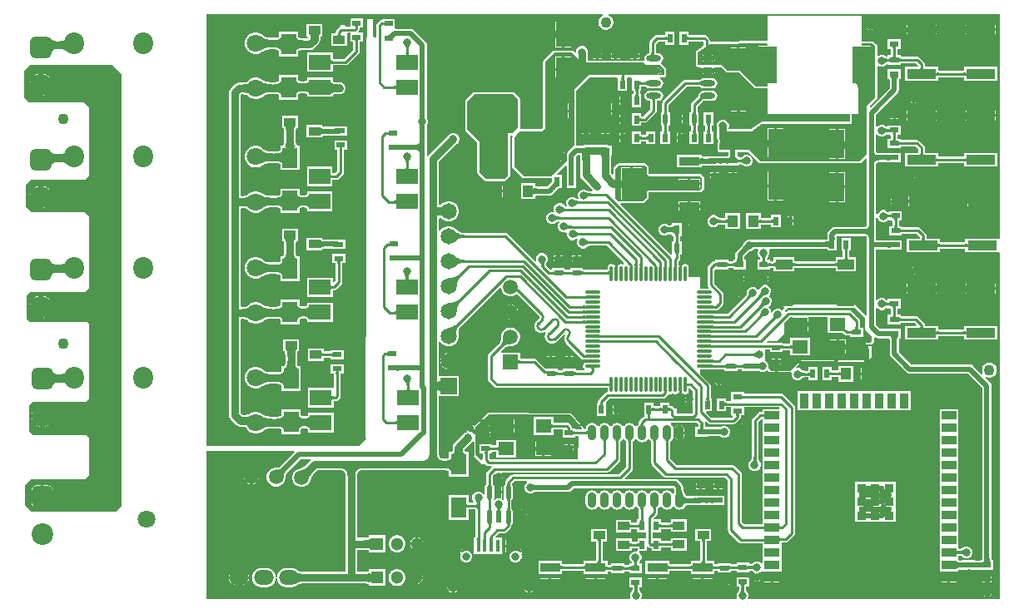
<source format=gtl>
G04*
G04 #@! TF.GenerationSoftware,Altium Limited,Altium Designer,23.6.0 (18)*
G04*
G04 Layer_Physical_Order=1*
G04 Layer_Color=255*
%FSTAX44Y44*%
%MOMM*%
G71*
G04*
G04 #@! TF.SameCoordinates,7A204BF5-4CC6-4CC0-A9E4-A723DCFD74C1*
G04*
G04*
G04 #@! TF.FilePolarity,Positive*
G04*
G01*
G75*
%ADD10C,0.5080*%
%ADD12C,0.2540*%
%ADD20R,0.9000X0.9000*%
%ADD21R,0.9000X1.5000*%
%ADD22R,1.5000X0.9000*%
%ADD23R,2.2000X1.6000*%
%ADD24R,0.9000X0.5500*%
%ADD25R,1.2000X0.8500*%
%ADD26C,1.5000*%
%ADD27R,0.5500X0.9000*%
%ADD28R,1.6000X1.4000*%
%ADD29R,1.1000X1.2000*%
%ADD30R,1.6000X3.0000*%
%ADD31R,1.5500X2.1000*%
%ADD32R,3.0000X1.0000*%
%ADD33R,1.9000X3.8000*%
G04:AMPARAMS|DCode=34|XSize=1.21mm|YSize=0.59mm|CornerRadius=0.0738mm|HoleSize=0mm|Usage=FLASHONLY|Rotation=270.000|XOffset=0mm|YOffset=0mm|HoleType=Round|Shape=RoundedRectangle|*
%AMROUNDEDRECTD34*
21,1,1.2100,0.4425,0,0,270.0*
21,1,1.0625,0.5900,0,0,270.0*
1,1,0.1475,-0.2213,-0.5313*
1,1,0.1475,-0.2213,0.5313*
1,1,0.1475,0.2213,0.5313*
1,1,0.1475,0.2213,-0.5313*
%
%ADD34ROUNDEDRECTD34*%
%ADD35R,2.1500X3.2500*%
%ADD36R,2.1500X0.9000*%
%ADD37R,0.4500X1.3000*%
G04:AMPARAMS|DCode=38|XSize=1.49mm|YSize=0.28mm|CornerRadius=0.07mm|HoleSize=0mm|Usage=FLASHONLY|Rotation=270.000|XOffset=0mm|YOffset=0mm|HoleType=Round|Shape=RoundedRectangle|*
%AMROUNDEDRECTD38*
21,1,1.4900,0.1400,0,0,270.0*
21,1,1.3500,0.2800,0,0,270.0*
1,1,0.1400,-0.0700,-0.6750*
1,1,0.1400,-0.0700,0.6750*
1,1,0.1400,0.0700,0.6750*
1,1,0.1400,0.0700,-0.6750*
%
%ADD38ROUNDEDRECTD38*%
G04:AMPARAMS|DCode=39|XSize=1.49mm|YSize=0.28mm|CornerRadius=0.07mm|HoleSize=0mm|Usage=FLASHONLY|Rotation=180.000|XOffset=0mm|YOffset=0mm|HoleType=Round|Shape=RoundedRectangle|*
%AMROUNDEDRECTD39*
21,1,1.4900,0.1400,0,0,180.0*
21,1,1.3500,0.2800,0,0,180.0*
1,1,0.1400,-0.6750,0.0700*
1,1,0.1400,0.6750,0.0700*
1,1,0.1400,0.6750,-0.0700*
1,1,0.1400,-0.6750,-0.0700*
%
%ADD39ROUNDEDRECTD39*%
%ADD40R,1.7000X1.0000*%
%ADD41R,1.5240X3.5560*%
%ADD42R,2.1000X1.5500*%
%ADD43O,1.5000X0.6000*%
%ADD44R,1.6000X2.6000*%
%ADD45R,2.0000X0.9000*%
%ADD46O,0.9000X1.5500*%
%ADD74R,1.6510X1.6510*%
%ADD75C,1.6510*%
%ADD77C,1.1000*%
%ADD78C,1.3000*%
%ADD79R,1.3000X1.3000*%
%ADD90C,0.5080*%
%ADD91C,0.7620*%
%ADD92C,0.6000*%
%ADD93C,1.8000*%
%ADD94C,0.8000*%
%ADD95O,1.1500X1.8000*%
%ADD96O,1.4500X2.0000*%
%ADD97R,2.5400X4.0640*%
%ADD98R,4.0640X2.5400*%
%ADD99O,2.0000X2.2000*%
%ADD100C,2.2000*%
G04:AMPARAMS|DCode=101|XSize=2.2mm|YSize=2.2mm|CornerRadius=0.55mm|HoleSize=0mm|Usage=FLASHONLY|Rotation=270.000|XOffset=0mm|YOffset=0mm|HoleType=Round|Shape=RoundedRectangle|*
%AMROUNDEDRECTD101*
21,1,2.2000,1.1000,0,0,270.0*
21,1,1.1000,2.2000,0,0,270.0*
1,1,1.1000,-0.5500,-0.5500*
1,1,1.1000,-0.5500,0.5500*
1,1,1.1000,0.5500,0.5500*
1,1,1.1000,0.5500,-0.5500*
%
%ADD101ROUNDEDRECTD101*%
%ADD102R,1.5000X1.5000*%
%ADD103O,2.0000X1.5000*%
G36*
X00371227Y00586624D02*
X00371201Y00586865D01*
X00371124Y00587081D01*
X00370996Y00587272D01*
X00370816Y00587437D01*
X00370584Y00587576D01*
X00370302Y00587691D01*
X00369967Y0058778D01*
X00369582Y00587843D01*
X00369145Y00587881D01*
X00368657Y00587894D01*
Y00590434D01*
X00369145Y00590447D01*
X00369582Y00590485D01*
X00369967Y00590548D01*
X00370302Y00590637D01*
X00370584Y00590751D01*
X00370816Y00590891D01*
X00370996Y00591056D01*
X00371124Y00591247D01*
X00371201Y00591463D01*
X00371227Y00591704D01*
Y00586624D01*
D02*
G37*
G36*
X00997139Y00371432D02*
X00996228Y00370566D01*
X00995869Y00370566D01*
X00962164D01*
Y00366901D01*
X00936228D01*
Y00370566D01*
X00922563D01*
Y00373694D01*
X00922306Y00374982D01*
X00921577Y00376075D01*
X00916867Y00380785D01*
X00915774Y00381514D01*
X00914486Y00381771D01*
X00897788D01*
Y00383186D01*
X00894653D01*
Y00389034D01*
X00897818D01*
Y00398598D01*
X00884754D01*
Y00398372D01*
X00884706Y0039824D01*
X00884447Y00397907D01*
X00883963Y00397595D01*
X00883484Y00397424D01*
X0088333Y0039749D01*
X00883092Y00397619D01*
X00882891Y00397754D01*
X00882638Y00397965D01*
X00882548Y00398014D01*
X00882003Y0039856D01*
X00879786Y00399478D01*
X00877386D01*
X00875169Y0039856D01*
X00873472Y00396863D01*
X00872798Y00395235D01*
X00871528Y00395488D01*
Y00445962D01*
X00871624Y00446502D01*
X00871773Y0044695D01*
X00871949Y00447277D01*
X00872149Y00447522D01*
X00872393Y00447721D01*
X00872721Y00447898D01*
X00873168Y00448047D01*
X00873709Y00448142D01*
X00883454D01*
Y00448022D01*
X0088547D01*
X00885517Y00448013D01*
X00885563Y00448022D01*
X00896518D01*
Y00457586D01*
X00885563D01*
X00885517Y00457595D01*
X0088548Y00457588D01*
X00885443Y00457594D01*
X00885216Y00457586D01*
X00883454D01*
Y00457524D01*
X00881808Y00457466D01*
X00873709D01*
X00873168Y00457561D01*
X00872721Y0045771D01*
X00872393Y00457887D01*
X00872149Y00458086D01*
X00871949Y0045833D01*
X00871773Y00458658D01*
X00871624Y00459105D01*
X00871528Y00459646D01*
Y00475805D01*
X00872798Y00476331D01*
X00873869Y0047526D01*
X00876086Y00474342D01*
X00878486D01*
X00880703Y0047526D01*
X00881588Y00476145D01*
X00881728Y00476238D01*
X00881944Y00476452D01*
X008821Y00476575D01*
X00882184Y00476626D01*
X00882432Y00476561D01*
X00883454Y00475962D01*
X00883454Y00475962D01*
X00883454Y00475962D01*
X00885459D01*
X00885504Y00475953D01*
X00886619Y00475325D01*
Y00472086D01*
X00883454D01*
Y00462522D01*
X00896518D01*
Y00463937D01*
X00911822D01*
X00914559Y00461199D01*
Y00457646D01*
X00900894D01*
Y00443582D01*
X00934958D01*
Y00447247D01*
X00960894D01*
Y00443582D01*
X00994958D01*
Y00457646D01*
X00960894D01*
Y00453981D01*
X00934958D01*
Y00457646D01*
X00921293D01*
Y00462594D01*
X00921036Y00463882D01*
X00920307Y00464975D01*
X00915597Y00469685D01*
X00914504Y00470414D01*
X00913216Y00470671D01*
X00896518D01*
Y00472086D01*
X00893353D01*
Y00475962D01*
X00896518D01*
Y00485526D01*
X00883454D01*
Y004853D01*
X00883406Y00485168D01*
X00883147Y00484835D01*
X00882663Y00484523D01*
X00882184Y00484352D01*
X0088203Y00484418D01*
X00881792Y00484547D01*
X00881591Y00484682D01*
X00881338Y00484893D01*
X00881248Y00484942D01*
X00880703Y00485488D01*
X00878486Y00486406D01*
X00876086D01*
X00873869Y00485488D01*
X00872798Y00484417D01*
X00871528Y00484943D01*
Y00496382D01*
X00893282Y00518136D01*
X00894293Y00519648D01*
X00894648Y00521432D01*
Y00531445D01*
X00894666Y00531724D01*
X00894745Y00532347D01*
X00894844Y0053283D01*
X00894932Y00533112D01*
X00896518D01*
Y00535128D01*
X00896527Y00535174D01*
X00896518Y00535221D01*
Y00542676D01*
X00883454D01*
Y00535221D01*
X00883445Y00535174D01*
X00883454Y00535128D01*
Y00533112D01*
X0088504D01*
X00885128Y0053283D01*
X0088522Y00532379D01*
X00885324Y00531282D01*
Y00523363D01*
X00866332Y00504371D01*
X00864954Y00504789D01*
X00864894Y00505094D01*
X00872177Y00512377D01*
X00872626Y00513049D01*
X00872784Y00513842D01*
X00872784Y00513842D01*
Y00545806D01*
X00874054Y00546304D01*
X00876086Y00545462D01*
X00878486D01*
X00880703Y0054638D01*
X00881949Y00547626D01*
X00881985Y00547654D01*
X0088206Y00547737D01*
X00882184Y00547862D01*
X00882901Y00547786D01*
X00883454Y00547612D01*
X00883454Y00547612D01*
X00885458D01*
X00885503Y00547603D01*
X00885552Y00547612D01*
X00896518D01*
Y00549027D01*
X00911822D01*
X00914303Y00546546D01*
X0091394Y00545276D01*
X00900894D01*
Y00531212D01*
X00934958D01*
Y00534877D01*
X00960894D01*
Y00531212D01*
X00994958D01*
Y00545276D01*
X00960894D01*
Y00541611D01*
X00934958D01*
Y00545276D01*
X00921293D01*
Y00547684D01*
X00921036Y00548972D01*
X00920307Y00550065D01*
X00915597Y00554775D01*
X00914504Y00555504D01*
X00913216Y00555761D01*
X00896518D01*
Y00557176D01*
X00893353D01*
Y00563592D01*
X00896518D01*
Y00573156D01*
X00883454D01*
Y00563592D01*
X00886619D01*
Y00557176D01*
X00883454D01*
Y00556654D01*
X00883307Y00556354D01*
X00882982Y00556043D01*
X00882184Y00555651D01*
X00882126Y00555669D01*
X00881817Y0055579D01*
X00881548Y00555921D01*
X00881317Y0055606D01*
X00881064Y00556247D01*
X00880703Y00556608D01*
X00878486Y00557526D01*
X00876086D01*
X00874054Y00556684D01*
X00872784Y00557182D01*
Y00566674D01*
X00872626Y00567467D01*
X00872177Y00568139D01*
X00871568Y00568546D01*
X00869689Y00570425D01*
X00869017Y00570874D01*
X00868224Y00571032D01*
X00868224Y00571032D01*
X00856996D01*
Y005969D01*
X00761492D01*
X00761238Y00596646D01*
Y00572528D01*
X00761128Y00572276D01*
X00760369Y00571459D01*
X00760312Y0057141D01*
X00703713Y00570788D01*
X00702481Y0057187D01*
X00702443Y00572001D01*
Y00572194D01*
X00702186Y00573482D01*
X00701457Y00574575D01*
X00699357Y00576675D01*
X00698264Y00577404D01*
X00696976Y00577661D01*
X00681068D01*
Y00580826D01*
X00671504D01*
Y00567762D01*
X00681068D01*
Y00570927D01*
X00695582D01*
X00695709Y00570799D01*
Y00566289D01*
X00688936Y00561582D01*
X00688807Y00561449D01*
X00688653Y00561346D01*
X00688529Y0056116D01*
X00688375Y00561D01*
X00688307Y00560827D01*
X00688204Y00560673D01*
X0068816Y00560455D01*
X00688079Y00560248D01*
X00688082Y00560062D01*
X00688046Y00559881D01*
Y00547116D01*
X00688123Y0054673D01*
X00688196Y00546343D01*
X00688202Y00546334D01*
X00688204Y00546323D01*
X00688423Y00545995D01*
X00688638Y00545666D01*
X00688647Y0054566D01*
X00688653Y00545651D01*
X00688981Y00545432D01*
X00689306Y0054521D01*
X00689316Y00545208D01*
X00689325Y00545202D01*
X00689711Y00545125D01*
X00690097Y00545044D01*
X00693747Y00545007D01*
X00694127Y00543733D01*
X00693683Y00543437D01*
X00693086Y00542544D01*
X00700346D01*
Y00541274D01*
D01*
Y00542544D01*
X00702141D01*
Y00543071D01*
X00702291Y00542971D01*
X00702529Y00542881D01*
X00702856Y00542802D01*
X00703272Y00542734D01*
X00704369Y00542628D01*
X00706395Y00542559D01*
Y0054379D01*
X00706432Y00543553D01*
X00706542Y00543341D01*
X00706726Y00543154D01*
X00706984Y00542993D01*
X00707315Y00542855D01*
X00707416Y00542827D01*
X00707009Y00543437D01*
X00706758Y00543604D01*
X0070715Y0054487D01*
X00714171Y00544799D01*
X00719167Y00540029D01*
X00719472Y00539836D01*
X00719768Y0053963D01*
X00719812Y0053962D01*
X0071985Y00539596D01*
X00720205Y00539534D01*
X00720557Y00539457D01*
X00732677Y00539219D01*
X00748089Y00523807D01*
X00748761Y00523358D01*
X00749554Y005232D01*
X00749554Y005232D01*
X00761238D01*
Y00497586D01*
X00844764D01*
Y00489498D01*
X00755628D01*
X00755368Y00489446D01*
X00755104Y0048943D01*
X00754975Y00489368D01*
X00754835Y0048934D01*
X00754615Y00489193D01*
X00754377Y00489077D01*
X0074454Y00481624D01*
X00721612D01*
Y00483732D01*
X00721804Y00484194D01*
Y00486594D01*
X00720886Y00488811D01*
X00719189Y00490508D01*
X00716972Y00491426D01*
X00714572D01*
X00712355Y00490508D01*
X00710658Y00488811D01*
X0070974Y00486594D01*
Y00485481D01*
X00709699Y00485278D01*
Y00472948D01*
X00710153Y00470669D01*
X00710874Y00469589D01*
Y00469033D01*
X00710524Y00468365D01*
X00710498Y00468275D01*
X00710446Y00468197D01*
X00710385Y0046789D01*
X00710296Y00467589D01*
X00710306Y00467496D01*
X00710288Y00467404D01*
Y00460624D01*
X00710446Y00459831D01*
X00710895Y00459159D01*
X00711567Y0045871D01*
X0071236Y00458552D01*
X00721016D01*
Y00455913D01*
X00720998Y00455634D01*
X00720919Y00455011D01*
X0072082Y00454529D01*
X00720732Y00454246D01*
X00719146D01*
Y00454184D01*
X007175Y00454126D01*
X00714176D01*
Y00454246D01*
X0071216D01*
X00712113Y00454255D01*
X00712067Y00454246D01*
X00703221D01*
X00703175Y00454255D01*
X00703128Y00454246D01*
X00703111D01*
X00703067Y00454253D01*
X00702942Y00454246D01*
X00701112D01*
Y00454151D01*
X00698995Y0045404D01*
X00695984D01*
X00695734Y00454056D01*
X00695104Y00454132D01*
X00694615Y00454228D01*
X00694354Y00454306D01*
Y00455826D01*
X00692338D01*
X00692291Y00455835D01*
X00692245Y00455826D01*
X0066879D01*
Y00442761D01*
X00692245D01*
X00692291Y00442752D01*
X00692338Y00442761D01*
X00694354D01*
Y00444414D01*
X00694658Y00444513D01*
X006951Y00444607D01*
X0069621Y00444717D01*
X00701112D01*
Y00444682D01*
X00703128D01*
X00703175Y00444673D01*
X00703221Y00444682D01*
X00703242D01*
X00703286Y00444676D01*
X00703311Y00444682D01*
X00712067D01*
X00712113Y00444673D01*
X0071215Y0044468D01*
X00712187Y00444674D01*
X00712414Y00444682D01*
X00714176D01*
Y00444744D01*
X00715822Y00444802D01*
X00719146D01*
Y00444682D01*
X00721162D01*
X00721208Y00444673D01*
X00721255Y00444682D01*
X0073221D01*
Y00445167D01*
X00732735Y00445668D01*
X0073348Y00446096D01*
X00733689Y00446069D01*
X00734108Y00445989D01*
X00734476Y00445891D01*
X00734794Y0044578D01*
X00735062Y0044566D01*
X00735286Y00445533D01*
X00735472Y00445402D01*
X00735712Y00445188D01*
X00735835Y00445117D01*
X00736485Y00444466D01*
X00738702Y00443548D01*
X00741102D01*
X00743319Y00444466D01*
X00745016Y00446163D01*
X00745934Y0044838D01*
Y0045078D01*
X00745016Y00452997D01*
X00743319Y00454694D01*
X00741102Y00455612D01*
X00738702D01*
X00736485Y00454694D01*
X0073573Y00453938D01*
X0073559Y00453851D01*
X00735361Y00453638D01*
X0073519Y0045351D01*
X00734979Y00453386D01*
X00734722Y00453266D01*
X00734416Y00453156D01*
X00734056Y00453058D01*
X00733673Y00452983D01*
X0073348Y00452963D01*
X0073221Y00453932D01*
Y00454246D01*
X00730624D01*
X00730536Y00454529D01*
X00730444Y00454979D01*
X0073034Y00456076D01*
Y00458552D01*
X00741716D01*
X00752661Y00447607D01*
X00753333Y00447158D01*
X00754126Y00447D01*
X00754126Y00447D01*
X00854964D01*
X00854964Y00447D01*
X00855757Y00447158D01*
X00856429Y00447607D01*
X00856429Y00447607D01*
X00860935Y00452113D01*
X00862205Y00451587D01*
Y00384678D01*
X0086211Y00384137D01*
X00861961Y0038369D01*
X00861784Y00383363D01*
X00861584Y00383118D01*
X0086134Y00382919D01*
X00861013Y00382742D01*
X00860565Y00382593D01*
X00860024Y00382498D01*
X00829608D01*
X00827824Y00382143D01*
X00826312Y00381132D01*
X00823336Y00378156D01*
X00822325Y00376644D01*
X0082197Y0037486D01*
Y00371276D01*
X0082185D01*
Y0036969D01*
X00821568Y00369602D01*
X00821117Y0036951D01*
X0082002Y00369406D01*
X00744752D01*
X00743896Y0036976D01*
X00741496D01*
X00739279Y00368842D01*
X00737582Y00367145D01*
X00736664Y00364928D01*
Y00364914D01*
X00735401Y00363564D01*
X00729557Y0035772D01*
X00728547Y00356208D01*
X00728192Y00354424D01*
Y00350529D01*
X00728171Y00350231D01*
X0072809Y00349612D01*
X0072799Y00349134D01*
X00727894Y00348836D01*
X00726258D01*
Y00347421D01*
X00721288D01*
Y00348836D01*
X00708224D01*
Y00347421D01*
X00706766D01*
X00705478Y00347164D01*
X00704385Y00346435D01*
X00700945Y00342995D01*
X00700216Y00341902D01*
X00699959Y00340614D01*
Y00323342D01*
X00700216Y00322054D01*
X00700945Y00320961D01*
X00701364Y00320543D01*
X00700878Y0031937D01*
X00692912D01*
Y0033147D01*
X00680811D01*
Y00341834D01*
X006806Y003429D01*
X00679996Y00343804D01*
X00679092Y00344408D01*
X00678026Y00344619D01*
X00676626D01*
X0067556Y00344408D01*
X00674656Y00343804D01*
X00674308Y00343283D01*
X00673977Y00342877D01*
X00673674Y00342786D01*
X00673657Y00342095D01*
X00673596D01*
Y00335084D01*
X00671056D01*
Y00342095D01*
X00670995D01*
X00671032Y00342174D01*
X00671056Y00342265D01*
Y00343197D01*
X00670695Y00343581D01*
X00670693Y0034367D01*
Y00347416D01*
X00671452Y00348175D01*
X00672182Y00349268D01*
X00672439Y00350556D01*
Y00354402D01*
X0067368D01*
Y00356476D01*
X00673684Y00356495D01*
X0067368Y00356514D01*
Y00367466D01*
X00672265D01*
Y00373198D01*
X0067368D01*
Y00386262D01*
X00666225D01*
X00666179Y00386271D01*
X00666132Y00386262D01*
X00664116D01*
Y00384486D01*
X00664079Y00384466D01*
X00663771Y00384358D01*
X00663308Y00384251D01*
X00662701Y00384164D01*
X00662353Y00384138D01*
X00660908D01*
X00660167Y00384175D01*
X00659753Y0038459D01*
X00657536Y00385508D01*
X00655136D01*
X00652919Y0038459D01*
X00651222Y00382893D01*
X00650304Y00380676D01*
Y00378276D01*
X00651222Y00376059D01*
X00652919Y00374362D01*
X00655136Y00373444D01*
X00657536D01*
X00659753Y00374362D01*
X0066009Y00374699D01*
X00661963Y00374814D01*
X00662418D01*
X00662776Y00374801D01*
X00663395Y00374733D01*
X00663898Y00374644D01*
X00664116Y00374585D01*
Y00373198D01*
X00665531D01*
Y00367466D01*
X00664116D01*
Y00354631D01*
X00663056Y00353895D01*
X0061151Y00405441D01*
X00611996Y00406614D01*
X00634238D01*
X00635031Y00406772D01*
X00635703Y00407221D01*
X00635703Y00407221D01*
X00639767Y00411285D01*
X00640216Y00411957D01*
X00640374Y0041275D01*
X00640374Y0041275D01*
Y00417536D01*
X00692658D01*
X00692658Y00417536D01*
X00693451Y00417694D01*
X00694123Y00418143D01*
X00694123Y00418143D01*
X00696155Y00420175D01*
X00696155Y00420175D01*
X00696604Y00420847D01*
X00696762Y0042164D01*
X00696762Y0042164D01*
Y004318D01*
X00696604Y00432593D01*
X00696155Y00433265D01*
X00696155Y00433265D01*
X00693869Y00435551D01*
X00693197Y00436D01*
X00692404Y00436158D01*
X00692404Y00436158D01*
X00640938D01*
X0064012Y00436976D01*
Y0044323D01*
X0064012Y0044323D01*
X00639962Y00444023D01*
X00639513Y00444695D01*
X00637481Y00446727D01*
X00636809Y00447176D01*
X00636016Y00447334D01*
X00635223Y00447176D01*
X00635079Y0044708D01*
X00610108D01*
X00610108Y0044708D01*
X00609315Y00446922D01*
X00608643Y00446473D01*
X00604833Y00442663D01*
X00604384Y00441991D01*
X00604226Y00441198D01*
X00604226Y00441198D01*
Y00436335D01*
X00603053Y00435849D01*
X00602094Y00436807D01*
Y00453501D01*
X0060218Y00455328D01*
X0060267D01*
Y00457344D01*
X00602679Y00457391D01*
X0060267Y00457437D01*
Y00464892D01*
X00599497D01*
X00598417Y00465613D01*
X00596138Y00466067D01*
X0057658D01*
X00574301Y00465613D01*
X00573356Y00464982D01*
X00570895Y00464892D01*
X00570048D01*
Y00464861D01*
X00567604Y00464772D01*
X00567394D01*
X00567345Y00464795D01*
X0056645Y00466042D01*
X0056646Y0046609D01*
X0056646Y0046609D01*
Y00521366D01*
X00579724Y0053463D01*
X00607803D01*
X00608744Y00533836D01*
Y00520772D01*
X00618308D01*
Y00533836D01*
X00619249Y0053463D01*
X00622303D01*
X00623244Y00533836D01*
X00623244Y0053336D01*
Y00520772D01*
X00624659D01*
Y00517326D01*
X00623244D01*
Y00504262D01*
X00632808D01*
Y00517326D01*
X00631393D01*
Y00520772D01*
X00632808D01*
Y00525207D01*
X00636463D01*
X00636764Y00525189D01*
X00637079Y00525154D01*
X00637218Y00524946D01*
X00638883Y00523834D01*
X00640846Y00523443D01*
X00649846D01*
X00651809Y00523834D01*
X00653474Y00524946D01*
X00654586Y00526611D01*
X00654977Y00528574D01*
X00654586Y00530537D01*
X00653474Y00532202D01*
X00651809Y00533314D01*
X00651577Y0053336D01*
X00651702Y0053463D01*
X00655828D01*
X00656621Y00534788D01*
X00657293Y00535237D01*
X00657742Y00535909D01*
X006579Y00536702D01*
Y00542798D01*
X00657742Y00543591D01*
X00657293Y00544263D01*
X00657293Y00544263D01*
X00653032Y00548524D01*
X00652976Y00548609D01*
X00653046Y00550061D01*
X00653474Y00550346D01*
X00654586Y00552011D01*
X00654977Y00553974D01*
X00654586Y00555937D01*
X00653474Y00557602D01*
X00651809Y00558714D01*
X00649846Y00559105D01*
X00647443D01*
Y0056826D01*
X0065011Y00570927D01*
X00657004D01*
Y00567762D01*
X00666568D01*
Y00580826D01*
X00657004D01*
Y00577661D01*
X00648716D01*
X00647428Y00577404D01*
X00646335Y00576675D01*
X00641695Y00572035D01*
X00640966Y00570942D01*
X00640709Y00569654D01*
Y00559077D01*
X00638883Y00558714D01*
X00637218Y00557602D01*
X00636106Y00555937D01*
X00635715Y00553974D01*
X0063597Y00552693D01*
X00634905Y00551696D01*
X00634746Y00551728D01*
X00634746Y00551728D01*
X00578488D01*
X00578473Y00551816D01*
Y00558942D01*
X00578548Y00559124D01*
Y00561524D01*
X0057763Y00563741D01*
X00575933Y00565438D01*
X00573716Y00566356D01*
X00571316D01*
X00569099Y00565438D01*
X00567402Y00563741D01*
X00566484Y00561524D01*
Y00560668D01*
X00565214Y00560142D01*
X00564075Y00561281D01*
X00563403Y0056173D01*
X0056261Y00561888D01*
X0056261Y00561888D01*
X00544322D01*
X00544322Y00561888D01*
X00543529Y0056173D01*
X00542857Y00561281D01*
X00533459Y00551883D01*
X0053301Y00551211D01*
X00532852Y00550418D01*
X00532852Y00550418D01*
Y00483204D01*
X00531272Y00481624D01*
X00509903D01*
X00509897Y00481629D01*
X00509284Y00482894D01*
X00509406Y00483077D01*
X00509564Y0048387D01*
X00509564Y0048387D01*
Y00512064D01*
X00509564Y00512064D01*
X00509406Y00512857D01*
X00508957Y00513529D01*
X00508957Y00513529D01*
X00503623Y00518863D01*
X00502951Y00519312D01*
X00502158Y0051947D01*
X00502158Y0051947D01*
X00463296D01*
X00463296Y0051947D01*
X00462503Y00519312D01*
X00461831Y00518863D01*
X00454211Y00511243D01*
X00453762Y00510571D01*
X00453604Y00509778D01*
X00453604Y00509778D01*
Y00481584D01*
X00453604Y00481584D01*
X00453762Y00480791D01*
X00454211Y00480119D01*
X00454211Y00480119D01*
X0046605Y0046828D01*
Y00437642D01*
X0046605Y00437642D01*
X00466208Y00436849D01*
X00466657Y00436177D01*
X00466657Y00436177D01*
X00473261Y00429573D01*
X00473933Y00429124D01*
X00474726Y00428966D01*
X00474726Y00428966D01*
X00493268D01*
X00493268Y00428966D01*
X00494061Y00429124D01*
X00494733Y00429573D01*
X00498543Y00433383D01*
X00498992Y00434055D01*
X0049915Y00434848D01*
X0049915Y00434848D01*
Y00475448D01*
X00501142D01*
X00501184Y00475457D01*
X00501902Y00474305D01*
X00501782Y00474148D01*
X00501664Y00473906D01*
X00501514Y00473682D01*
X00501487Y00473546D01*
X00501426Y00473422D01*
X00501409Y00473153D01*
X00501356Y00472889D01*
Y00443738D01*
X00501514Y00442945D01*
X00501963Y00442273D01*
X00501963Y00442273D01*
X00511615Y00432621D01*
X00512287Y00432172D01*
X0051308Y00432014D01*
X0051308Y00432014D01*
X00542036D01*
X00542036Y00432014D01*
X00542196Y00431883D01*
Y00429161D01*
X00541965Y00428758D01*
X00541509Y00428099D01*
X00540289Y00426651D01*
X00537145Y00423508D01*
X0052713D01*
X00526708Y00423545D01*
X00526119Y00423642D01*
X00525677Y0042376D01*
X00525389Y00423878D01*
X0052527Y0042395D01*
Y00426878D01*
X00510206D01*
Y00410814D01*
X0052527D01*
Y00413742D01*
X00525388Y00413814D01*
X00525677Y00413932D01*
X00526119Y0041405D01*
X00526708Y00414147D01*
X0052713Y00414184D01*
X00539076D01*
X0054086Y00414539D01*
X00542372Y0041555D01*
X00546998Y00420176D01*
X00548107Y00421085D01*
X00548554Y00421399D01*
X00548956Y00421646D01*
X00549285Y00421814D01*
X00549527Y00421909D01*
X00549665Y00421945D01*
X00549889Y00421966D01*
X00549891Y00421966D01*
X0055176D01*
Y00424216D01*
X0055176Y0042422D01*
X0055176Y00424222D01*
Y0043503D01*
X00547569D01*
X00547083Y00436203D01*
X00555643Y00444763D01*
X00556816Y00444277D01*
Y0043503D01*
X00556696D01*
Y00433014D01*
X00556687Y00432967D01*
X00556696Y00432921D01*
Y00421966D01*
X0056626D01*
Y00432921D01*
X00566269Y00432967D01*
X00566262Y00433004D01*
X00566268Y00433041D01*
X0056626Y00433268D01*
Y0043503D01*
X00566198D01*
X0056614Y00436676D01*
Y00453375D01*
X00568213Y00455448D01*
X00570048D01*
Y00455328D01*
X00570451D01*
X00570624Y00452338D01*
Y00435102D01*
X00571077Y00432823D01*
X00572368Y0043089D01*
X00582821Y00420438D01*
X00582896Y00420255D01*
X00583321Y0041983D01*
X00582835Y00418657D01*
X00580812D01*
X00579901Y00418734D01*
X00579472Y00418802D01*
X00579059Y00418893D01*
X00578686Y00418998D01*
X00578353Y00419117D01*
X00578057Y00419247D01*
X00577797Y00419387D01*
X00577735Y00419427D01*
X00577457Y00419706D01*
X0057524Y00420624D01*
X0057284D01*
X00570623Y00419706D01*
X00568926Y00418009D01*
X00568008Y00415792D01*
Y00413392D01*
X00568566Y00412046D01*
X00568546Y00411971D01*
X00568111Y00411311D01*
X00567634Y00410976D01*
X005675Y00411018D01*
X00567198Y0041114D01*
X00566937Y00411271D01*
X00566713Y00411409D01*
X0056644Y00411617D01*
X00566423Y00411625D01*
X00566027Y00412022D01*
X0056381Y0041294D01*
X0056141D01*
X00559193Y00412022D01*
X00557496Y00410325D01*
X00556578Y00408108D01*
Y00405708D01*
X00557211Y00404181D01*
X00557091Y00403817D01*
X00556435Y00403086D01*
X0055632Y00403013D01*
X00555988Y00403087D01*
X00555682Y00403183D01*
X00555443Y00403284D01*
X00555265Y00403385D01*
X00555137Y00403479D01*
X00555115Y00403501D01*
X00555024Y00403721D01*
X00553327Y00405418D01*
X0055111Y00406336D01*
X0054871D01*
X00546493Y00405418D01*
X00544796Y00403721D01*
X00543878Y00401504D01*
Y00399104D01*
X00544152Y00398442D01*
X0054319Y00397446D01*
X0054109D01*
X00538873Y00396528D01*
X00537176Y00394831D01*
X00536258Y00392614D01*
Y00390214D01*
X00537176Y00387997D01*
X00538873Y003863D01*
X0054109Y00385382D01*
X0054349D01*
X00545707Y003863D01*
X00546409Y00387002D01*
X00546541Y00387082D01*
X00546776Y00387296D01*
X00546954Y00387425D01*
X00547172Y00387551D01*
X00547435Y00387671D01*
X00547746Y00387782D01*
X0054811Y00387879D01*
X00548497Y00387954D01*
X0054886Y00387991D01*
X00549438Y00386772D01*
X0054886Y00386195D01*
X00547942Y00383978D01*
Y00381578D01*
X0054886Y00379361D01*
X00550557Y00377664D01*
X00552774Y00376746D01*
X00555174D01*
X00555805Y00377007D01*
X0055646Y00376472D01*
X00556832Y00376058D01*
Y00373768D01*
X0055775Y00371551D01*
X00559447Y00369854D01*
X00561664Y00368936D01*
X00564064D01*
X00566281Y00369854D01*
X00566982Y00370556D01*
X00567383Y00370563D01*
X00567514Y00370433D01*
X00568113Y00369202D01*
X005675Y00367722D01*
Y00365322D01*
X00568418Y00363105D01*
X00570115Y00361408D01*
X00572332Y0036049D01*
X00574732D01*
X00576949Y00361408D01*
X0057765Y0036211D01*
X00577783Y0036219D01*
X00578018Y00362404D01*
X00578196Y00362533D01*
X00578414Y00362659D01*
X00578677Y00362779D01*
X00578988Y0036289D01*
X00579352Y00362987D01*
X00579739Y00363062D01*
X00580665Y00363155D01*
X00597791D01*
X00614714Y00346233D01*
X00614506Y00344659D01*
X00614092Y00344408D01*
X00613026Y00344619D01*
X00611626D01*
X0061056Y00344408D01*
X00609656Y00343804D01*
X00609308Y00343283D01*
X00608977Y00342877D01*
X00608641Y00342776D01*
X00608657Y00342095D01*
X00608596D01*
Y00335084D01*
X00606056D01*
Y00342095D01*
X00605995D01*
X00606007Y00342138D01*
X00606017Y00342229D01*
X00606034Y0034256D01*
X00606036Y00342769D01*
X00605675Y00342877D01*
X00605344Y00343283D01*
X00604996Y00343804D01*
X00604092Y00344408D01*
X00603026Y00344619D01*
X00601626D01*
X0060056Y00344408D01*
X00599656Y00343804D01*
X00599053Y003429D01*
X0059884Y00341834D01*
Y00339017D01*
X0057346D01*
Y00340432D01*
X00560396D01*
Y0033889D01*
X00554918D01*
Y00340432D01*
X00541854D01*
Y0033889D01*
X0054014D01*
X00535944Y00343086D01*
X00535955Y00343293D01*
X00536075Y00344314D01*
X00536152Y00344715D01*
X00536248Y00345097D01*
X00536356Y00345437D01*
X00536472Y00345734D01*
X00536556Y00345908D01*
X00536736Y00346087D01*
X00537654Y00348304D01*
Y00350704D01*
X00536736Y00352921D01*
X00535039Y00354618D01*
X00532822Y00355536D01*
X00530422D01*
X00528205Y00354618D01*
X00526508Y00352921D01*
X0052559Y00350704D01*
Y00348304D01*
X0052565Y00348159D01*
X00524574Y00347439D01*
X0049676Y00375253D01*
X00495668Y00375982D01*
X0049438Y00376239D01*
X00452667D01*
X00452247Y00376254D01*
X00451241Y00376371D01*
X00450272Y00376563D01*
X00449336Y00376831D01*
X00448431Y00377175D01*
X00447552Y00377596D01*
X00446696Y00378097D01*
X00445862Y0037868D01*
X00445049Y00379347D01*
X00444203Y00380152D01*
X00444054Y00380246D01*
X00443196Y00381104D01*
X00440851Y00382458D01*
X00438234Y00383159D01*
X00435526D01*
X00432909Y00382458D01*
X00430564Y00381104D01*
X00428648Y00379188D01*
X00428275Y00378542D01*
X00427005Y00378882D01*
Y00390995D01*
X00427793Y00391742D01*
X00428275Y00391973D01*
X0042858Y00391904D01*
X00428758Y00391846D01*
X00430564Y0039004D01*
X00432909Y00388686D01*
X00435526Y00387985D01*
X00438234D01*
X00440851Y00388686D01*
X00443196Y0039004D01*
X00445112Y00391956D01*
X00446466Y00394301D01*
X00447167Y00396918D01*
Y00399626D01*
X00446466Y00402243D01*
X00445112Y00404588D01*
X00443196Y00406504D01*
X00440851Y00407858D01*
X00438234Y00408559D01*
X00435526D01*
X00432909Y00407858D01*
X00430564Y00406504D01*
X00428758Y00404698D01*
X0042858Y0040464D01*
X00428275Y00404571D01*
X00427833Y00404625D01*
X00427005Y00405394D01*
Y00448807D01*
X00444906Y00466708D01*
X00444936Y00466721D01*
X00446633Y00468417D01*
X00447551Y00470634D01*
Y00473034D01*
X00446633Y00475251D01*
X00444936Y00476948D01*
X00442719Y00477866D01*
X00440319D01*
X00438102Y00476948D01*
X00436405Y00475251D01*
X00436267Y00474916D01*
X00416837Y00455486D01*
X00415778Y00453902D01*
X00414508Y00454287D01*
Y0046353D01*
Y00484692D01*
X00414555Y00485527D01*
X0041507Y00486041D01*
X00415988Y00488258D01*
Y00490658D01*
X0041507Y00492875D01*
X00414733Y00493212D01*
X00414618Y00495085D01*
Y0051384D01*
X00414823Y0051487D01*
Y00567162D01*
X00414468Y00568946D01*
X00413457Y00570458D01*
X00401563Y00582352D01*
X00400051Y00583363D01*
X00398267Y00583718D01*
X00383193D01*
X00382198Y00584382D01*
Y00593946D01*
X00369134D01*
Y00592531D01*
X00368184D01*
X00366896Y00592274D01*
X00365803Y00591545D01*
X00363887Y00589629D01*
X00363158Y00588536D01*
X00362901Y00587248D01*
Y00575472D01*
X00361631Y00575133D01*
X00361383Y00575505D01*
X00360711Y00575954D01*
X00359918Y00576112D01*
Y00598867D01*
X00593678D01*
X00593845Y00597597D01*
X00593739Y00597569D01*
X00592021Y00596577D01*
X00590619Y00595175D01*
X00589627Y00593457D01*
X00589114Y00591542D01*
Y00589558D01*
X00589627Y00587643D01*
X00590619Y00585925D01*
X00592021Y00584523D01*
X00593739Y00583531D01*
X00595654Y00583018D01*
X00597638D01*
X00599553Y00583531D01*
X00601271Y00584523D01*
X00602673Y00585925D01*
X00603665Y00587643D01*
X00604178Y00589558D01*
Y00591542D01*
X00603665Y00593457D01*
X00602673Y00595175D01*
X00601271Y00596577D01*
X00599553Y00597569D01*
X00599446Y00597597D01*
X00599614Y00598867D01*
X00997139D01*
Y00371432D01*
D02*
G37*
G36*
X00679031Y00576593D02*
X00679107Y00576377D01*
X00679234Y00576186D01*
X00679412Y00576021D01*
X00679641Y00575882D01*
X0067992Y00575767D01*
X0068025Y00575678D01*
X00680631Y00575615D01*
X00681063Y00575577D01*
X00681545Y00575564D01*
Y00573024D01*
X00681063Y00573011D01*
X00680631Y00572973D01*
X0068025Y0057291D01*
X0067992Y00572821D01*
X00679641Y00572706D01*
X00679412Y00572567D01*
X00679234Y00572402D01*
X00679107Y00572211D01*
X00679031Y00571995D01*
X00679006Y00571754D01*
Y00576834D01*
X00679031Y00576593D01*
D02*
G37*
G36*
X00659097Y00571754D02*
X00659071Y00571995D01*
X00658994Y00572211D01*
X00658866Y00572402D01*
X00658686Y00572567D01*
X00658454Y00572706D01*
X00658172Y00572821D01*
X00657837Y0057291D01*
X00657452Y00572973D01*
X00657015Y00573011D01*
X00656526Y00573024D01*
Y00575564D01*
X00657015Y00575577D01*
X00657452Y00575615D01*
X00657837Y00575678D01*
X00658172Y00575767D01*
X00658454Y00575882D01*
X00658686Y00576021D01*
X00658866Y00576186D01*
X00658994Y00576377D01*
X00659071Y00576593D01*
X00659097Y00576834D01*
Y00571754D01*
D02*
G37*
G36*
X0005027Y00559985D02*
X00049381Y00560662D01*
X00048448Y00561268D01*
X00047473Y00561802D01*
X00046456Y00562266D01*
X00045396Y00562658D01*
X00044294Y00562978D01*
X00043149Y00563228D01*
X00041961Y00563406D01*
X00040731Y00563513D01*
X00040162Y00563529D01*
X00039424Y00563511D01*
X00038064Y00563396D01*
X00036874Y00563206D01*
X00035853Y0056294D01*
X00035001Y00562597D01*
X00034318Y00562178D01*
X00033805Y00561684D01*
X00033461Y00561113D01*
X00033286Y00560466D01*
X00033281Y00559743D01*
X00031717Y00574804D01*
X00032311Y00574114D01*
X00032977Y00573495D01*
X00033716Y0057295D01*
X00034528Y00572477D01*
X00035412Y00572078D01*
X00036368Y0057175D01*
X00037397Y00571496D01*
X00038498Y00571314D01*
X00039672Y00571205D01*
X00039817Y00571201D01*
X00040095Y00571207D01*
X00043097Y0057151D01*
X00044286Y00571776D01*
X00045267Y00572118D01*
X0004604Y00572535D01*
X00046605Y00573028D01*
X00046962Y00573598D01*
X00047111Y00574243D01*
X00047052Y00574964D01*
X0005027Y00559985D01*
D02*
G37*
G36*
X00892285Y00565659D02*
X00892069Y00565582D01*
X00891878Y00565454D01*
X00891713Y00565274D01*
X00891573Y00565042D01*
X00891459Y0056476D01*
X0089137Y00564425D01*
X00891307Y0056404D01*
X00891269Y00563603D01*
X00891256Y00563115D01*
X00888716D01*
X00888703Y00563603D01*
X00888665Y0056404D01*
X00888602Y00564425D01*
X00888513Y0056476D01*
X00888399Y00565042D01*
X00888259Y00565274D01*
X00888094Y00565454D01*
X00887903Y00565582D01*
X00887687Y00565659D01*
X00887446Y00565685D01*
X00892526D01*
X00892285Y00565659D01*
D02*
G37*
G36*
X00397225Y00567308D02*
X00396965Y0056695D01*
X00396736Y00566553D01*
X00396537Y00566118D01*
X00396368Y00565643D01*
X00396231Y0056513D01*
X00396124Y00564579D01*
X00396047Y00563988D01*
X00396001Y00563359D01*
X00395986Y00562691D01*
X00393446D01*
X00393431Y00563359D01*
X00393308Y00564579D01*
X00393201Y0056513D01*
X00393064Y00565643D01*
X00392895Y00566118D01*
X00392696Y00566553D01*
X00392467Y0056695D01*
X00392207Y00567308D01*
X00391916Y00567627D01*
X00397516D01*
X00397225Y00567308D01*
D02*
G37*
G36*
X00395999Y00560191D02*
X00396037Y00559759D01*
X003961Y00559378D01*
X00396189Y00559048D01*
X00396303Y00558769D01*
X00396443Y0055854D01*
X00396608Y00558362D01*
X00396799Y00558235D01*
X00397015Y00558159D01*
X00397256Y00558134D01*
X00392176D01*
X00392417Y00558159D01*
X00392633Y00558235D01*
X00392824Y00558362D01*
X00392989Y0055854D01*
X00393129Y00558769D01*
X00393243Y00559048D01*
X00393332Y00559378D01*
X00393395Y00559759D01*
X00393433Y00560191D01*
X00393446Y00560673D01*
X00395986D01*
X00395999Y00560191D01*
D02*
G37*
G36*
X00645359Y00559021D02*
X00645397Y00558584D01*
X0064546Y00558198D01*
X00645549Y00557864D01*
X00645664Y00557581D01*
X00645803Y0055735D01*
X00645968Y0055717D01*
X00646159Y00557042D01*
X00646375Y00556964D01*
X00646616Y00556939D01*
X00641536D01*
X00641777Y00556964D01*
X00641993Y00557042D01*
X00642184Y0055717D01*
X00642349Y0055735D01*
X00642488Y00557581D01*
X00642603Y00557864D01*
X00642692Y00558198D01*
X00642755Y00558584D01*
X00642793Y00559021D01*
X00642806Y00559509D01*
X00645346D01*
X00645359Y00559021D01*
D02*
G37*
G36*
X00891269Y00557171D02*
X00891307Y00556739D01*
X0089137Y00556358D01*
X00891459Y00556028D01*
X00891573Y00555748D01*
X00891713Y0055552D01*
X00891878Y00555342D01*
X00892069Y00555215D01*
X00892285Y00555139D01*
X00892526Y00555113D01*
X00887446D01*
X00887687Y00555139D01*
X00887903Y00555215D01*
X00888094Y00555342D01*
X00888259Y0055552D01*
X00888399Y00555748D01*
X00888513Y00556028D01*
X00888602Y00556358D01*
X00888665Y00556739D01*
X00888703Y00557171D01*
X00888716Y00557654D01*
X00891256D01*
X00891269Y00557171D01*
D02*
G37*
G36*
X00894451Y00554693D02*
X00894528Y00554477D01*
X00894656Y00554286D01*
X00894836Y00554121D01*
X00895068Y00553982D01*
X0089535Y00553867D01*
X00895685Y00553778D01*
X0089607Y00553715D01*
X00896507Y00553677D01*
X00896995Y00553664D01*
Y00551124D01*
X00896507Y00551111D01*
X0089607Y00551073D01*
X00895685Y0055101D01*
X0089535Y00550921D01*
X00895068Y00550807D01*
X00894836Y00550667D01*
X00894656Y00550502D01*
X00894528Y00550311D01*
X00894451Y00550095D01*
X00894425Y00549854D01*
Y00554934D01*
X00894451Y00554693D01*
D02*
G37*
G36*
X00880167Y00554335D02*
X00880557Y005541D01*
X00880982Y00553892D01*
X0088144Y00553712D01*
X00881932Y0055356D01*
X00882458Y00553435D01*
X00883017Y00553339D01*
X0088361Y00553269D01*
X00883839Y0055326D01*
X00883899Y00553265D01*
X00884284Y00553328D01*
X00884618Y00553417D01*
X008849Y00553531D01*
X00885132Y00553671D01*
X00885312Y00553836D01*
X00885442Y00554027D01*
X0088552Y00554243D01*
X00885547Y00554484D01*
X00885517Y00549674D01*
X00885491Y00549864D01*
X00885415Y00550034D01*
X00885288Y00550184D01*
X0088511Y00550314D01*
X00884882Y00550424D01*
X00884602Y00550514D01*
X00884272Y00550584D01*
X00884016Y00550618D01*
X00883897Y00550608D01*
X0088331Y00550526D01*
X00882768Y00550411D01*
X0088227Y00550264D01*
X00881816Y00550083D01*
X00881406Y0054987D01*
X0088104Y00549624D01*
X00880717Y00549345D01*
X00880439Y00549033D01*
X00879809Y00554598D01*
X00880167Y00554335D01*
D02*
G37*
G36*
X00919209Y00545271D02*
X00919247Y00544839D01*
X0091931Y00544458D01*
X00919399Y00544128D01*
X00919513Y00543848D01*
X00919653Y0054362D01*
X00919818Y00543442D01*
X00920009Y00543315D01*
X00920225Y00543239D01*
X00920466Y00543214D01*
X00915386D01*
X00915627Y00543239D01*
X00915843Y00543315D01*
X00916034Y00543442D01*
X00916199Y0054362D01*
X00916339Y00543848D01*
X00916453Y00544128D01*
X00916542Y00544458D01*
X00916605Y00544839D01*
X00916643Y00545271D01*
X00916656Y00545754D01*
X00919196D01*
X00919209Y00545271D01*
D02*
G37*
G36*
X00761238Y00568445D02*
Y00566624D01*
X00751496D01*
Y00554667D01*
X00751557Y00555244D01*
Y00548894D01*
X00760996D01*
Y00546354D01*
X00751557D01*
Y00540004D01*
X00751496Y00540581D01*
Y00528624D01*
X00761238D01*
Y00525272D01*
X00749554D01*
X00733552Y00541274D01*
X00720598Y00541528D01*
X0071501Y00546862D01*
X00690118Y00547116D01*
Y00559881D01*
X00702818Y00568706D01*
X00760335Y00569338D01*
X00761238Y00568445D01*
D02*
G37*
G36*
X00962987Y00535704D02*
X00962961Y00535945D01*
X00962884Y00536161D01*
X00962756Y00536352D01*
X00962576Y00536517D01*
X00962344Y00536656D01*
X00962062Y00536771D01*
X00961727Y0053686D01*
X00961342Y00536923D01*
X00960905Y00536961D01*
X00960416Y00536974D01*
Y00539514D01*
X00960905Y00539527D01*
X00961342Y00539565D01*
X00961727Y00539628D01*
X00962062Y00539717D01*
X00962344Y00539832D01*
X00962576Y00539971D01*
X00962756Y00540136D01*
X00962884Y00540327D01*
X00962961Y00540543D01*
X00962987Y00540784D01*
Y00535704D01*
D02*
G37*
G36*
X00932891Y00540543D02*
X00932968Y00540327D01*
X00933096Y00540136D01*
X00933276Y00539971D01*
X00933508Y00539832D01*
X0093379Y00539717D01*
X00934125Y00539628D01*
X0093451Y00539565D01*
X00934947Y00539527D01*
X00935435Y00539514D01*
Y00536974D01*
X00934947Y00536961D01*
X0093451Y00536923D01*
X00934125Y0053686D01*
X0093379Y00536771D01*
X00933508Y00536656D01*
X00933276Y00536517D01*
X00933096Y00536352D01*
X00932968Y00536161D01*
X00932891Y00535945D01*
X00932865Y00535704D01*
Y00540784D01*
X00932891Y00540543D01*
D02*
G37*
G36*
X00614809Y00533825D02*
X00614847Y00533388D01*
X0061491Y00533003D01*
X00614999Y00532668D01*
X00615113Y00532386D01*
X00615253Y00532154D01*
X00615418Y00531974D01*
X00615609Y00531846D01*
X00615825Y00531769D01*
X00616066Y00531743D01*
X00610986D01*
X00611227Y00531769D01*
X00611443Y00531846D01*
X00611634Y00531974D01*
X00611799Y00532154D01*
X00611939Y00532386D01*
X00612053Y00532668D01*
X00612142Y00533003D01*
X00612205Y00533388D01*
X00612243Y00533825D01*
X00612256Y00534314D01*
X00614796D01*
X00614809Y00533825D01*
D02*
G37*
G36*
X00894089Y00535124D02*
X00893761Y00534971D01*
X00893472Y00534717D01*
X00893221Y00534362D01*
X00893008Y00533904D01*
X00892835Y00533346D01*
X008927Y00532685D01*
X00892603Y00531923D01*
X00892545Y0053106D01*
X00892526Y00530094D01*
X00887446D01*
X00887427Y0053106D01*
X00887272Y00532685D01*
X00887137Y00533346D01*
X00886964Y00533904D01*
X00886751Y00534362D01*
X008865Y00534717D01*
X00886211Y00534971D01*
X00885883Y00535124D01*
X00885517Y00535174D01*
X00894455D01*
X00894089Y00535124D01*
D02*
G37*
G36*
X0087051Y00566674D02*
X00870712D01*
Y00513842D01*
X00862205Y00505335D01*
Y00498313D01*
Y00456313D01*
X00854964Y00449072D01*
X00754126D01*
X00742574Y00460624D01*
X0071236D01*
Y00467404D01*
X00712906Y00468448D01*
X0071363Y00468448D01*
X00714386D01*
Y00472948D01*
Y00477448D01*
X00713065D01*
X00712472Y00478538D01*
X0071374Y00479806D01*
X00713994Y00479552D01*
X00745236D01*
X00755628Y00487426D01*
X00846836D01*
Y00497586D01*
X00856234D01*
X00857504Y00498856D01*
X00856996Y00499364D01*
Y00521035D01*
X00853186D01*
X00853148Y00522482D01*
X00853034Y00523778D01*
X00852843Y00524921D01*
X00852576Y00525911D01*
X00852234Y00526749D01*
X00851814Y00527435D01*
X00851319Y00527969D01*
X00850748Y0052835D01*
X008501Y00528578D01*
X00849376Y00528655D01*
X00864616D01*
X00864326Y00528624D01*
X00866496D01*
Y00546354D01*
X00856996D01*
Y00548894D01*
X00866496D01*
Y00566624D01*
X00856996D01*
Y0056896D01*
X00868224D01*
X0087051Y00566674D01*
D02*
G37*
G36*
X00639297Y00526058D02*
X0063926Y00526295D01*
X0063915Y00526507D01*
X00638966Y00526693D01*
X00638708Y00526856D01*
X00638377Y00526992D01*
X00637972Y00527105D01*
X00637494Y00527192D01*
X00636942Y00527254D01*
X00636317Y00527292D01*
X00635618Y00527304D01*
Y00529844D01*
X00636317Y00529856D01*
X00637494Y00529956D01*
X00637972Y00530043D01*
X00638377Y00530155D01*
X00638708Y00530293D01*
X00638966Y00530454D01*
X0063915Y00530641D01*
X0063926Y00530853D01*
X00639297Y0053109D01*
Y00526058D01*
D02*
G37*
G36*
X00630741Y00530873D02*
X00630818Y00530657D01*
X00630946Y00530466D01*
X00631126Y00530301D01*
X00631358Y00530162D01*
X0063164Y00530047D01*
X00631975Y00529958D01*
X0063236Y00529895D01*
X00632797Y00529857D01*
X00633285Y00529844D01*
Y00527304D01*
X00632797Y00527291D01*
X0063236Y00527253D01*
X00631975Y0052719D01*
X0063164Y00527101D01*
X00631358Y00526987D01*
X00631126Y00526847D01*
X00630946Y00526682D01*
X00630818Y00526491D01*
X00630741Y00526275D01*
X00630715Y00526034D01*
Y00531114D01*
X00630741Y00530873D01*
D02*
G37*
G36*
X0038365Y00522224D02*
X00383624Y00522465D01*
X00383547Y00522681D01*
X00383419Y00522872D01*
X00383239Y00523037D01*
X00383007Y00523176D01*
X00382725Y00523291D01*
X0038239Y0052338D01*
X00382005Y00523443D01*
X00381568Y00523481D01*
X00381079Y00523494D01*
Y00526034D01*
X00381568Y00526047D01*
X00382005Y00526085D01*
X0038239Y00526148D01*
X00382725Y00526237D01*
X00383007Y00526352D01*
X00383239Y00526491D01*
X00383419Y00526656D01*
X00383547Y00526847D01*
X00383624Y00527063D01*
X0038365Y00527304D01*
Y00522224D01*
D02*
G37*
G36*
X00630325Y00522839D02*
X00630109Y00522762D01*
X00629918Y00522634D01*
X00629753Y00522454D01*
X00629613Y00522222D01*
X00629499Y0052194D01*
X0062941Y00521605D01*
X00629347Y0052122D01*
X00629309Y00520783D01*
X00629296Y00520294D01*
X00626756D01*
X00626743Y00520783D01*
X00626705Y0052122D01*
X00626642Y00521605D01*
X00626553Y0052194D01*
X00626438Y00522222D01*
X00626299Y00522454D01*
X00626134Y00522634D01*
X00625943Y00522762D01*
X00625727Y00522839D01*
X00625486Y00522865D01*
X00630566D01*
X00630325Y00522839D01*
D02*
G37*
G36*
X00629309Y00517315D02*
X00629347Y00516878D01*
X0062941Y00516493D01*
X00629499Y00516158D01*
X00629613Y00515876D01*
X00629753Y00515644D01*
X00629918Y00515464D01*
X00630109Y00515336D01*
X00630325Y00515259D01*
X00630566Y00515233D01*
X00625486D01*
X00625727Y00515259D01*
X00625943Y00515336D01*
X00626134Y00515464D01*
X00626299Y00515644D01*
X00626438Y00515876D01*
X00626553Y00516158D01*
X00626642Y00516493D01*
X00626705Y00516878D01*
X00626743Y00517315D01*
X00626756Y00517803D01*
X00629296D01*
X00629309Y00517315D01*
D02*
G37*
G36*
X00412499Y0049579D02*
X00412707Y00492403D01*
X00412756Y00492315D01*
X00407156D01*
X00407205Y00492403D01*
X0040725Y00492565D01*
X00407289Y00492803D01*
X00407322Y00493114D01*
X00407393Y00494496D01*
X00407416Y00496548D01*
X00412496D01*
X00412499Y0049579D01*
D02*
G37*
G36*
X00412677Y00486526D02*
X00412622Y00486435D01*
X00412572Y0048627D01*
X00412529Y00486031D01*
X00412491Y00485717D01*
X00412413Y00484333D01*
X00412387Y00482281D01*
X00407307Y00482461D01*
X00407079Y00486679D01*
X00412677Y00486526D01*
D02*
G37*
G36*
X00880345Y00483023D02*
X00880717Y00482772D01*
X00881126Y00482551D01*
X00881571Y0048236D01*
X00882053Y00482197D01*
X00882572Y00482065D01*
X00883127Y00481962D01*
X00883718Y00481888D01*
X0088387Y00481877D01*
X00883899Y0048188D01*
X00884284Y00481943D01*
X00884618Y00482032D01*
X00884901Y00482146D01*
X00885132Y00482286D01*
X00885312Y00482451D01*
X00885442Y00482642D01*
X0088552Y00482858D01*
X00885547Y00483099D01*
X00885517Y00478024D01*
X00885491Y00478265D01*
X00885415Y0047848D01*
X00885288Y00478669D01*
X0088511Y00478834D01*
X00884882Y00478973D01*
X00884602Y00479087D01*
X00884272Y00479175D01*
X00883983Y00479223D01*
X00883247Y00479147D01*
X00882699Y00479036D01*
X00882191Y00478894D01*
X00881725Y0047872D01*
X008813Y00478515D01*
X00880915Y00478278D01*
X00880572Y00478009D01*
X00880269Y00477709D01*
X0088001Y00483303D01*
X00880345Y00483023D01*
D02*
G37*
G36*
X00892285Y00478029D02*
X00892069Y00477952D01*
X00891878Y00477824D01*
X00891713Y00477644D01*
X00891573Y00477412D01*
X00891459Y0047713D01*
X0089137Y00476795D01*
X00891307Y0047641D01*
X00891269Y00475973D01*
X00891256Y00475485D01*
X00888716D01*
X00888703Y00475973D01*
X00888665Y0047641D01*
X00888602Y00476795D01*
X00888513Y0047713D01*
X00888399Y00477412D01*
X00888259Y00477644D01*
X00888094Y00477824D01*
X00887903Y00477952D01*
X00887687Y00478029D01*
X00887446Y00478055D01*
X00892526D01*
X00892285Y00478029D01*
D02*
G37*
G36*
X00376022Y00475447D02*
X00375997Y00475577D01*
X00375921Y00475694D01*
X00375794Y00475797D01*
X00375616Y00475886D01*
X00375387Y00475962D01*
X00375108Y00476024D01*
X00374778Y00476072D01*
X00374397Y00476106D01*
X00373483Y00476134D01*
Y00478674D01*
X00373969Y00478687D01*
X00374405Y00478725D01*
X0037479Y00478788D01*
X00375123Y00478877D01*
X00375406Y00478992D01*
X00375638Y00479131D01*
X00375818Y00479296D01*
X00375947Y00479487D01*
X00376026Y00479703D01*
X00376053Y00479944D01*
X00376022Y00475447D01*
D02*
G37*
G36*
X00891269Y00472081D02*
X00891307Y00471649D01*
X0089137Y00471268D01*
X00891459Y00470938D01*
X00891573Y00470658D01*
X00891713Y0047043D01*
X00891878Y00470252D01*
X00892069Y00470125D01*
X00892285Y00470049D01*
X00892526Y00470023D01*
X00887446D01*
X00887687Y00470049D01*
X00887903Y00470125D01*
X00888094Y00470252D01*
X00888259Y0047043D01*
X00888399Y00470658D01*
X00888513Y00470938D01*
X00888602Y00471268D01*
X00888665Y00471649D01*
X00888703Y00472081D01*
X00888716Y00472564D01*
X00891256D01*
X00891269Y00472081D01*
D02*
G37*
G36*
X00894451Y00469603D02*
X00894528Y00469387D01*
X00894656Y00469196D01*
X00894836Y00469031D01*
X00895068Y00468891D01*
X0089535Y00468777D01*
X00895685Y00468688D01*
X0089607Y00468625D01*
X00896507Y00468587D01*
X00896995Y00468574D01*
Y00466034D01*
X00896507Y00466021D01*
X0089607Y00465983D01*
X00895685Y0046592D01*
X0089535Y00465831D01*
X00895068Y00465717D01*
X00894836Y00465577D01*
X00894656Y00465412D01*
X00894528Y00465221D01*
X00894451Y00465005D01*
X00894425Y00464764D01*
Y00469844D01*
X00894451Y00469603D01*
D02*
G37*
G36*
X00385012Y00466326D02*
X00385165Y00466272D01*
X00385419Y00466225D01*
X00385774Y00466184D01*
X0038679Y0046612D01*
X00390042Y0046607D01*
Y0046099D01*
X00384962Y00460947D01*
Y00466385D01*
X00385012Y00466326D01*
D02*
G37*
G36*
X00049816Y00444827D02*
X000496Y00445547D01*
X00049194Y0044619D01*
X00048599Y00446758D01*
X00047814Y00447251D01*
X0004684Y00447667D01*
X00045675Y00448008D01*
X00044321Y00448273D01*
X00042777Y00448462D01*
X00041043Y00448576D01*
X00040144Y00448593D01*
X00039427Y00448576D01*
X00038068Y00448461D01*
X00036876Y00448271D01*
X00035851Y00448005D01*
X00034992Y00447662D01*
X000343Y00447243D01*
X00033774Y00446749D01*
X00033415Y00446178D01*
X00033223Y00445531D01*
X00033197Y00444808D01*
X00032046Y00460025D01*
X00032187Y00459305D01*
X00032494Y0045866D01*
X00032968Y00458092D01*
X00033609Y00457599D01*
X00034416Y00457182D01*
X0003539Y0045684D01*
X00036531Y00456575D01*
X00037838Y00456385D01*
X00039312Y00456272D01*
X00039719Y00456262D01*
X00040173Y00456272D01*
X00043213Y00456575D01*
X00044425Y00456841D01*
X00045432Y00457183D01*
X00046234Y004576D01*
X00046831Y00458093D01*
X00047223Y00458663D01*
X0004741Y00459308D01*
X00047391Y00460029D01*
X00049816Y00444827D01*
D02*
G37*
G36*
X00412387Y0046353D02*
X00407307Y0045591D01*
X00407256Y00456875D01*
X00407103Y00457739D01*
X00406849Y00458501D01*
X00406494Y00459161D01*
X00406037Y0045972D01*
X00405478Y00460177D01*
X00404817Y00460533D01*
X00404055Y00460787D01*
X00403192Y00460939D01*
X00402227Y0046099D01*
Y0046607D01*
X00403192Y00466121D01*
X00404055Y00466273D01*
X00404817Y00466527D01*
X00405478Y00466883D01*
X00406037Y0046734D01*
X00406494Y00467899D01*
X00406849Y00468559D01*
X00407103Y00469321D01*
X00407256Y00470185D01*
X00407307Y0047115D01*
X00412387Y0046353D01*
D02*
G37*
G36*
X00919209Y00457641D02*
X00919247Y00457209D01*
X0091931Y00456828D01*
X00919399Y00456498D01*
X00919513Y00456218D01*
X00919653Y0045599D01*
X00919818Y00455812D01*
X00920009Y00455685D01*
X00920225Y00455609D01*
X00920466Y00455583D01*
X00915386D01*
X00915627Y00455609D01*
X00915843Y00455685D01*
X00916034Y00455812D01*
X00916199Y0045599D01*
X00916339Y00456218D01*
X00916453Y00456498D01*
X00916542Y00456828D01*
X00916605Y00457209D01*
X00916643Y00457641D01*
X00916656Y00458124D01*
X00919196D01*
X00919209Y00457641D01*
D02*
G37*
G36*
X00728237Y00456298D02*
X00728392Y00454673D01*
X00728527Y00454012D01*
X007287Y00453453D01*
X00728913Y00452996D01*
X00729164Y00452641D01*
X00729453Y00452387D01*
X00729781Y00452234D01*
X00730147Y00452183D01*
X00721208D01*
Y00446744D01*
X00721158Y00446779D01*
X00721005Y00446809D01*
X00720751Y00446836D01*
X00719939Y00446879D01*
X00716927Y00446915D01*
X00712113Y00446744D01*
Y00452183D01*
X00712164Y00452149D01*
X00712317Y00452119D01*
X00712571Y00452092D01*
X00713383Y00452049D01*
X00716395Y00452013D01*
X00721208Y00452183D01*
X00721575Y00452234D01*
X00721903Y00452387D01*
X00722193Y00452641D01*
X00722443Y00452996D01*
X00722656Y00453453D01*
X00722829Y00454012D01*
X00722964Y00454673D01*
X00723061Y00455435D01*
X00723119Y00456298D01*
X00723138Y00457263D01*
X00728218D01*
X00728237Y00456298D01*
D02*
G37*
G36*
X00737086Y00446739D02*
X00736762Y00447026D01*
X007364Y00447284D01*
X00735999Y00447511D01*
X0073556Y00447707D01*
X00735084Y00447874D01*
X00734569Y0044801D01*
X00734016Y00448116D01*
X00733425Y00448191D01*
X00732796Y00448237D01*
X00732427Y00448245D01*
X00732199Y00448239D01*
X00731762Y00448201D01*
X00731377Y00448138D01*
X00731042Y00448049D01*
X0073076Y00447934D01*
X00730528Y00447795D01*
X00730348Y0044763D01*
X0073022Y00447439D01*
X00730143Y00447223D01*
X00730117Y00446982D01*
Y00452062D01*
X00730143Y00451821D01*
X0073022Y00451605D01*
X00730348Y00451414D01*
X00730528Y00451249D01*
X0073076Y0045111D01*
X00731042Y00450995D01*
X00731377Y00450906D01*
X00731762Y00450843D01*
X00732199Y00450805D01*
X00732406Y00450799D01*
X00732759Y00450807D01*
X00733978Y00450931D01*
X00734529Y00451039D01*
X0073504Y00451179D01*
X00735512Y00451349D01*
X00735944Y0045155D01*
X00736337Y00451782D01*
X00736691Y00452044D01*
X00737005Y00452338D01*
X00737086Y00446739D01*
D02*
G37*
G36*
X00885517Y00450084D02*
X00885466Y00450119D01*
X00885313Y00450149D01*
X00885059Y00450176D01*
X00884247Y00450219D01*
X00880436Y00450264D01*
Y00455344D01*
X00885517Y00455523D01*
Y00450084D01*
D02*
G37*
G36*
X00600482Y00457314D02*
X0060037Y00457086D01*
X00600271Y00456705D01*
X00600185Y00456171D01*
X00600113Y00455485D01*
X00599974Y00452514D01*
X00599948Y00449771D01*
X00592328D01*
X00592321Y00451218D01*
X00592005Y00456705D01*
X00591906Y00457086D01*
X00591794Y00457314D01*
X00591669Y00457391D01*
X00600607D01*
X00600482Y00457314D01*
D02*
G37*
G36*
X00574022Y00457391D02*
X00581049D01*
X00580924Y00457314D01*
X00580812Y00457086D01*
X00580713Y00456705D01*
X00580627Y00456171D01*
X00580555Y00455485D01*
X00580416Y00452514D01*
X0058039Y00449771D01*
X0057277D01*
X00572763Y00451218D01*
X00572447Y00456705D01*
X00572348Y00457086D01*
X00572236Y00457314D01*
X0057211Y00457391D01*
X0057206Y00457425D01*
X00571907Y00457455D01*
X00571653Y00457482D01*
X0057084Y00457525D01*
X0057004Y00457534D01*
X00566282Y0045757D01*
Y0046265D01*
X00574022Y00462933D01*
Y00457391D01*
D02*
G37*
G36*
X00962987Y00448074D02*
X00962961Y00448315D01*
X00962884Y00448531D01*
X00962756Y00448722D01*
X00962576Y00448887D01*
X00962344Y00449026D01*
X00962062Y00449141D01*
X00961727Y0044923D01*
X00961342Y00449293D01*
X00960905Y00449331D01*
X00960416Y00449344D01*
Y00451884D01*
X00960905Y00451897D01*
X00961342Y00451935D01*
X00961727Y00451998D01*
X00962062Y00452087D01*
X00962344Y00452201D01*
X00962576Y00452341D01*
X00962756Y00452506D01*
X00962884Y00452697D01*
X00962961Y00452913D01*
X00962987Y00453154D01*
Y00448074D01*
D02*
G37*
G36*
X00932891Y00452913D02*
X00932968Y00452697D01*
X00933096Y00452506D01*
X00933276Y00452341D01*
X00933508Y00452201D01*
X0093379Y00452087D01*
X00934125Y00451998D01*
X0093451Y00451935D01*
X00934947Y00451897D01*
X00935435Y00451884D01*
Y00449344D01*
X00934947Y00449331D01*
X0093451Y00449293D01*
X00934125Y0044923D01*
X0093379Y00449141D01*
X00933508Y00449026D01*
X00933276Y00448887D01*
X00933096Y00448722D01*
X00932968Y00448531D01*
X00932891Y00448315D01*
X00932865Y00448074D01*
Y00453154D01*
X00932891Y00452913D01*
D02*
G37*
G36*
X00703175Y00446744D02*
X00703124Y00446762D01*
X00702971Y00446778D01*
X00702362Y00446805D01*
X00698094Y00446839D01*
Y00451919D01*
X00703175Y00452183D01*
Y00446744D01*
D02*
G37*
G36*
X00397225Y00450976D02*
X00396965Y00450618D01*
X00396736Y00450221D01*
X00396537Y00449786D01*
X00396368Y00449311D01*
X00396231Y00448798D01*
X00396124Y00448247D01*
X00396047Y00447656D01*
X00396001Y00447027D01*
X00395986Y00446359D01*
X00393446D01*
X00393431Y00447027D01*
X00393308Y00448247D01*
X00393201Y00448798D01*
X00393064Y00449311D01*
X00392895Y00449786D01*
X00392696Y00450221D01*
X00392467Y00450618D01*
X00392207Y00450976D01*
X00391916Y00451295D01*
X00397516D01*
X00397225Y00450976D01*
D02*
G37*
G36*
X00869457Y00459459D02*
X0086961Y00458595D01*
X00869864Y00457833D01*
X00870219Y00457173D01*
X00870677Y00456614D01*
X00871235Y00456157D01*
X00871896Y00455801D01*
X00872658Y00455547D01*
X00873521Y00455395D01*
X00874487Y00455344D01*
Y00450264D01*
X00873521Y00450213D01*
X00872658Y00450061D01*
X00871896Y00449807D01*
X00871235Y00449451D01*
X00870677Y00448994D01*
X00870219Y00448435D01*
X00869864Y00447775D01*
X0086961Y00447013D01*
X00869457Y00446149D01*
X00869407Y00445184D01*
X00864327Y00452804D01*
X00869407Y00460424D01*
X00869457Y00459459D01*
D02*
G37*
G36*
X00692342Y00453413D02*
X00692495Y00453099D01*
X00692749Y00452822D01*
X00693104Y00452583D01*
X00693561Y0045238D01*
X0069412Y00452214D01*
X00694781Y00452085D01*
X00695543Y00451992D01*
X00696406Y00451937D01*
X00697372Y00451919D01*
Y00446839D01*
X00696406Y00446819D01*
X00694781Y00446657D01*
X0069412Y00446516D01*
X00693561Y00446335D01*
X00693104Y00446113D01*
X00692749Y00445852D01*
X00692495Y00445549D01*
X00692342Y00445207D01*
X00692291Y00444824D01*
Y00453763D01*
X00692342Y00453413D01*
D02*
G37*
G36*
X00395999Y00443605D02*
X00396037Y00443173D01*
X003961Y00442792D01*
X00396189Y00442462D01*
X00396303Y00442183D01*
X00396443Y00441954D01*
X00396608Y00441776D01*
X00396799Y00441649D01*
X00397015Y00441573D01*
X00397256Y00441548D01*
X00392176D01*
X00392417Y00441573D01*
X00392633Y00441649D01*
X00392824Y00441776D01*
X00392989Y00441954D01*
X00393129Y00442183D01*
X00393243Y00442462D01*
X00393332Y00442792D01*
X00393395Y00443173D01*
X00393433Y00443605D01*
X00393446Y00444087D01*
X00395986D01*
X00395999Y00443605D01*
D02*
G37*
G36*
X00569352Y00553074D02*
X00576326D01*
X00576402Y00551626D01*
X00576631Y00550331D01*
X00576856Y00549656D01*
X00634746D01*
X00637286Y00547116D01*
X0065151D01*
X00655828Y00542798D01*
Y00536702D01*
X00578866D01*
X00564388Y00522224D01*
Y0046609D01*
X00557784Y00459486D01*
Y00458007D01*
X00557171Y0045709D01*
X00557112Y00456794D01*
X00556816Y00455306D01*
Y00448866D01*
X0054298Y0043503D01*
X00542196D01*
Y00434246D01*
X00542036Y00434086D01*
X0051308D01*
X00503428Y00443738D01*
Y00472889D01*
X00507746Y00478536D01*
X0050927Y00479552D01*
X0053213D01*
X00534924Y00482346D01*
Y00550418D01*
X00544322Y00559816D01*
X0056261D01*
X00569352Y00553074D01*
D02*
G37*
G36*
X00564198Y00432967D02*
X00558759D01*
X00558793Y00433018D01*
X00558823Y00433171D01*
X0055885Y00433425D01*
X00558893Y00434238D01*
X00558938Y00438047D01*
X00564018D01*
X00564198Y00432967D01*
D02*
G37*
G36*
X00507492Y00512064D02*
Y0048387D01*
X00501142Y0047752D01*
X00497078D01*
Y00434848D01*
X00493268Y00431038D01*
X00474726D01*
X00468122Y00437642D01*
Y00469138D01*
X00455676Y00481584D01*
Y00509778D01*
X00463296Y00517398D01*
X00502158D01*
X00507492Y00512064D01*
D02*
G37*
G36*
X00549697Y00424029D02*
X00549311Y00423993D01*
X00548889Y00423885D01*
X00548432Y00423705D01*
X00547941Y00423454D01*
X00547414Y0042313D01*
X00546853Y00422735D01*
X00545625Y0042173D01*
X00544959Y00421119D01*
X00544258Y00420436D01*
X00540666Y00424029D01*
X0054163Y00425028D01*
X00543156Y00426839D01*
X00543719Y00427651D01*
X00544148Y00428401D01*
X00544444Y00429088D01*
X00544605Y00429713D01*
X00544634Y00430275D01*
X00544528Y00430775D01*
X00544289Y00431213D01*
X00549697Y00424029D01*
D02*
G37*
G36*
X00523228Y00423443D02*
X00523382Y00423012D01*
X00523637Y00422631D01*
X00523995Y004223D01*
X00524455Y00422021D01*
X00525017Y00421792D01*
X00525681Y00421615D01*
X00526448Y00421488D01*
X00527317Y00421411D01*
X00528288Y00421386D01*
Y00416306D01*
X00527317Y00416281D01*
X00526448Y00416204D01*
X00525681Y00416077D01*
X00525017Y004159D01*
X00524455Y00415671D01*
X00523995Y00415392D01*
X00523637Y00415061D01*
X00523382Y0041468D01*
X00523228Y00414249D01*
X00523177Y00413766D01*
Y00423926D01*
X00523228Y00423443D01*
D02*
G37*
G36*
X0057674Y00417603D02*
X00577148Y00417384D01*
X00577586Y00417191D01*
X00578055Y00417024D01*
X00578555Y00416882D01*
X00579087Y00416766D01*
X00579649Y00416676D01*
X00580867Y00416573D01*
X00581522Y0041656D01*
X00581999Y0041402D01*
X00581322Y00414003D01*
X00580691Y00413952D01*
X00580108Y00413868D01*
X00579572Y0041375D01*
X00579083Y00413598D01*
X0057864Y00413413D01*
X00578245Y00413194D01*
X00577897Y00412941D01*
X00577596Y00412654D01*
X00577341Y00412333D01*
X00576364Y00417848D01*
X0057674Y00417603D01*
D02*
G37*
G36*
X00638048Y0044323D02*
Y00436118D01*
X0064008Y00434086D01*
X00692404D01*
X0069469Y004318D01*
Y0042164D01*
X00692658Y00419608D01*
X00639318D01*
X00638302Y00418592D01*
Y0041275D01*
X00634238Y00408686D01*
X006096D01*
X00606298Y00411988D01*
Y00422526D01*
X0060608Y00422545D01*
X00604632Y00422584D01*
Y00430204D01*
X0060608Y00430242D01*
X00606298Y00430261D01*
Y00441198D01*
X00610108Y00445008D01*
X00635762D01*
X00636016Y00445262D01*
X00638048Y0044323D01*
D02*
G37*
G36*
X00383335Y00405384D02*
X0038331Y00405625D01*
X00383233Y00405841D01*
X00383104Y00406032D01*
X00382924Y00406197D01*
X00382693Y00406337D01*
X0038241Y00406451D01*
X00382076Y0040654D01*
X0038169Y00406603D01*
X00381253Y00406641D01*
X00380765Y00406654D01*
Y00409194D01*
X00381253Y00409207D01*
X0038169Y00409245D01*
X00382076Y00409308D01*
X0038241Y00409397D01*
X00382693Y00409511D01*
X00382924Y00409651D01*
X00383104Y00409816D01*
X00383233Y00410007D01*
X0038331Y00410223D01*
X00383335Y00410464D01*
Y00405384D01*
D02*
G37*
G36*
X00565538Y00409701D02*
X00565924Y00409461D01*
X00566345Y0040925D01*
X005668Y00409067D01*
X00567289Y00408912D01*
X00567813Y00408785D01*
X00568371Y00408687D01*
X00568964Y00408616D01*
X00570253Y0040856D01*
X0057051Y0040602D01*
X00569837Y00406004D01*
X00569207Y00405955D01*
X0056862Y00405874D01*
X00568076Y0040576D01*
X00567575Y00405613D01*
X00567118Y00405434D01*
X00566704Y00405223D01*
X00566333Y00404979D01*
X00566005Y00404703D01*
X00565721Y00404394D01*
X00565186Y00409968D01*
X00565538Y00409701D01*
D02*
G37*
G36*
X00553496Y00402186D02*
X00553792Y00401898D01*
X00554135Y00401643D01*
X00554526Y00401423D01*
X00554965Y00401236D01*
X00555452Y00401083D01*
X00555987Y00400965D01*
X00556569Y0040088D01*
X005572Y00400829D01*
X00557878Y00400812D01*
X00557355Y00398272D01*
X00556701Y00398259D01*
X00555484Y00398158D01*
X00554921Y0039807D01*
X00554389Y00397957D01*
X00553886Y00397818D01*
X00553414Y00397654D01*
X00552973Y00397465D01*
X00552562Y00397251D01*
X00552181Y00397011D01*
X00553248Y00402509D01*
X00553496Y00402186D01*
D02*
G37*
G36*
X00430272Y00393324D02*
X00430032Y0039354D01*
X00429651Y00393734D01*
X0042913Y00393904D01*
X00428469Y00394052D01*
X00427667Y00394178D01*
X00425644Y0039436D01*
X00423059Y00394451D01*
X00421557Y00394462D01*
Y00402082D01*
X00423059Y00402093D01*
X00428469Y00402492D01*
X0042913Y0040264D01*
X00429651Y0040281D01*
X00430032Y00403004D01*
X00430272Y0040322D01*
Y00393324D01*
D02*
G37*
G36*
X00881645Y00396095D02*
X00882017Y00395844D01*
X00882426Y00395623D01*
X00882871Y00395432D01*
X00883353Y0039527D01*
X00883872Y00395137D01*
X00884427Y00395034D01*
X00885018Y0039496D01*
X0088517Y00394949D01*
X00885199Y00394952D01*
X00885584Y00395015D01*
X00885918Y00395104D01*
X008862Y00395219D01*
X00886432Y00395358D01*
X00886612Y00395523D01*
X00886742Y00395714D01*
X0088682Y0039593D01*
X00886847Y00396171D01*
X00886816Y00391096D01*
X00886791Y00391337D01*
X00886715Y00391552D01*
X00886588Y00391741D01*
X0088641Y00391906D01*
X00886181Y00392045D01*
X00885902Y00392159D01*
X00885572Y00392247D01*
X00885283Y00392295D01*
X00884547Y00392219D01*
X00883999Y00392108D01*
X00883492Y00391966D01*
X00883025Y00391792D01*
X008826Y00391587D01*
X00882215Y0039135D01*
X00881872Y00391081D01*
X00881569Y00390781D01*
X0088131Y00396375D01*
X00881645Y00396095D01*
D02*
G37*
G36*
X00545466Y00393923D02*
X00545824Y00393663D01*
X00546221Y00393434D01*
X00546656Y00393235D01*
X00547131Y00393066D01*
X00547644Y00392929D01*
X00548195Y00392822D01*
X00548786Y00392745D01*
X00549415Y00392699D01*
X00550083Y00392684D01*
Y00390144D01*
X00549415Y00390129D01*
X00548195Y00390006D01*
X00547644Y00389899D01*
X00547131Y00389762D01*
X00546656Y00389593D01*
X00546221Y00389394D01*
X00545824Y00389165D01*
X00545466Y00388905D01*
X00545147Y00388614D01*
Y00394214D01*
X00545466Y00393923D01*
D02*
G37*
G36*
X00893585Y00391101D02*
X00893369Y00391024D01*
X00893178Y00390896D01*
X00893013Y00390716D01*
X00892874Y00390484D01*
X00892759Y00390202D01*
X0089267Y00389867D01*
X00892607Y00389482D01*
X00892569Y00389045D01*
X00892556Y00388557D01*
X00890016D01*
X00890003Y00389045D01*
X00889965Y00389482D01*
X00889902Y00389867D01*
X00889813Y00390202D01*
X00889698Y00390484D01*
X00889559Y00390716D01*
X00889394Y00390896D01*
X00889203Y00391024D01*
X00888987Y00391101D01*
X00888746Y00391127D01*
X00893826D01*
X00893585Y00391101D01*
D02*
G37*
G36*
X00666179Y00375261D02*
X00666128Y00375579D01*
X00665975Y00375864D01*
X00665721Y00376115D01*
X00665366Y00376333D01*
X00664909Y00376517D01*
X0066435Y00376668D01*
X00663689Y00376785D01*
X00662927Y00376869D01*
X00662107Y00376899D01*
X00659281Y00376725D01*
X00659193Y00376676D01*
Y00382276D01*
X00659281Y00382227D01*
X00659444Y00382182D01*
X00659681Y00382143D01*
X00659992Y0038211D01*
X00661374Y00382039D01*
X00661878Y00382034D01*
X00662064Y00382038D01*
X00662927Y00382103D01*
X00663689Y00382212D01*
X0066435Y00382365D01*
X00664909Y00382562D01*
X00665366Y00382802D01*
X00665721Y00383086D01*
X00665975Y00383414D01*
X00666128Y00383785D01*
X00666179Y00384199D01*
Y00375261D01*
D02*
G37*
G36*
X00892569Y00383181D02*
X00892607Y00382749D01*
X0089267Y00382368D01*
X00892759Y00382038D01*
X00892874Y00381758D01*
X00893013Y0038153D01*
X00893178Y00381352D01*
X00893369Y00381225D01*
X00893585Y00381149D01*
X00893826Y00381124D01*
X00888746D01*
X00888987Y00381149D01*
X00889203Y00381225D01*
X00889394Y00381352D01*
X00889559Y0038153D01*
X00889698Y00381758D01*
X00889813Y00382038D01*
X00889902Y00382368D01*
X00889965Y00382749D01*
X00890003Y00383181D01*
X00890016Y00383663D01*
X00892556D01*
X00892569Y00383181D01*
D02*
G37*
G36*
X00557436Y00384879D02*
X00557753Y00384598D01*
X00558115Y0038435D01*
X00558522Y00384135D01*
X00558973Y00383953D01*
X00559469Y00383804D01*
X0056001Y00383689D01*
X00560596Y00383606D01*
X00561226Y00383557D01*
X00561901Y0038354D01*
X00561557Y00381D01*
X00560898Y00380986D01*
X00559678Y00380877D01*
X00559118Y00380782D01*
X00558591Y00380659D01*
X00558097Y0038051D01*
X00557636Y00380333D01*
X00557208Y00380128D01*
X00556814Y00379897D01*
X00556452Y00379638D01*
X00557163Y00385192D01*
X00557436Y00384879D01*
D02*
G37*
G36*
X00895721Y00380703D02*
X00895798Y00380487D01*
X00895926Y00380296D01*
X00896106Y00380131D01*
X00896338Y00379991D01*
X0089662Y00379877D01*
X00896955Y00379788D01*
X0089734Y00379725D01*
X00897777Y00379687D01*
X00898266Y00379674D01*
Y00377134D01*
X00897777Y00377121D01*
X0089734Y00377083D01*
X00896955Y0037702D01*
X0089662Y00376931D01*
X00896338Y00376816D01*
X00896106Y00376677D01*
X00895926Y00376512D01*
X00895798Y00376321D01*
X00895721Y00376105D01*
X00895695Y00375864D01*
Y00380944D01*
X00895721Y00380703D01*
D02*
G37*
G36*
X00670595Y00377741D02*
X00670505Y00377503D01*
X00670426Y00377176D01*
X00670358Y0037676D01*
X00670252Y00375663D01*
X0067024Y00375291D01*
X00671438D01*
X00671197Y00375265D01*
X00670981Y00375188D01*
X0067079Y0037506D01*
X00670625Y0037488D01*
X00670486Y00374648D01*
X00670371Y00374366D01*
X00670282Y00374031D01*
X00670219Y00373646D01*
X00670181Y00373209D01*
X0067017Y00372806D01*
X00670168Y00372406D01*
X00667628D01*
X00667626Y00372806D01*
X00667615Y00373209D01*
X00667577Y00373646D01*
X00667514Y00374031D01*
X00667425Y00374366D01*
X0066731Y00374648D01*
X00667171Y0037488D01*
X00667006Y0037506D01*
X00666815Y00375188D01*
X00666599Y00375265D01*
X00666358Y00375291D01*
X00667494D01*
X0066737Y00377176D01*
X00667291Y00377503D01*
X00667201Y00377741D01*
X00667101Y00377891D01*
X00670695D01*
X00670595Y00377741D01*
D02*
G37*
G36*
X0056604Y00377477D02*
X00566398Y00377217D01*
X00566795Y00376988D01*
X0056723Y00376789D01*
X00567705Y0037662D01*
X00568218Y00376483D01*
X00568769Y00376376D01*
X0056936Y00376299D01*
X00569989Y00376253D01*
X00570657Y00376238D01*
Y00373698D01*
X00569989Y00373683D01*
X00568769Y0037356D01*
X00568218Y00373453D01*
X00567705Y00373316D01*
X0056723Y00373147D01*
X00566795Y00372948D01*
X00566398Y00372719D01*
X0056604Y00372459D01*
X00565721Y00372168D01*
Y00377768D01*
X0056604Y00377477D01*
D02*
G37*
G36*
X00869407Y00377836D02*
X00864327Y00370216D01*
X00864276Y00371181D01*
X00864123Y00372045D01*
X00863869Y00372807D01*
X00863514Y00373467D01*
X00863057Y00374026D01*
X00862498Y00374483D01*
X00861837Y00374839D01*
X00861075Y00375093D01*
X00860212Y00375245D01*
X00859247Y00375296D01*
Y00380376D01*
X00860212Y00380427D01*
X00861075Y00380579D01*
X00861837Y00380833D01*
X00862498Y00381189D01*
X00863057Y00381646D01*
X00863514Y00382205D01*
X00863869Y00382865D01*
X00864123Y00383627D01*
X00864276Y00384491D01*
X00864327Y00385456D01*
X00869407Y00377836D01*
D02*
G37*
G36*
X00829352Y00369213D02*
X00823913D01*
X00823947Y00369264D01*
X00823977Y00369417D01*
X00824004Y00369671D01*
X00824047Y00370484D01*
X00824092Y00374294D01*
X00829172D01*
X00829352Y00369213D01*
D02*
G37*
G36*
X00920479Y00370561D02*
X00920517Y00370129D01*
X0092058Y00369748D01*
X00920669Y00369418D01*
X00920783Y00369138D01*
X00920923Y0036891D01*
X00921088Y00368732D01*
X00921279Y00368605D01*
X00921495Y00368529D01*
X00921736Y00368503D01*
X00916656D01*
X00916897Y00368529D01*
X00917113Y00368605D01*
X00917304Y00368732D01*
X00917469Y0036891D01*
X00917608Y00369138D01*
X00917723Y00369418D01*
X00917812Y00369748D01*
X00917875Y00370129D01*
X00917913Y00370561D01*
X00917926Y00371044D01*
X00920466D01*
X00920479Y00370561D01*
D02*
G37*
G36*
X00443676Y00377794D02*
X0044461Y00377027D01*
X00445578Y00376351D01*
X00446579Y00375765D01*
X00447614Y00375269D01*
X00448682Y00374863D01*
X00449784Y00374548D01*
X0045092Y00374322D01*
X00452089Y00374187D01*
X00453292Y00374142D01*
Y00371602D01*
X00452089Y00371557D01*
X0045092Y00371422D01*
X00449784Y00371196D01*
X00448682Y00370881D01*
X00447614Y00370475D01*
X00446579Y00369979D01*
X00445578Y00369393D01*
X0044461Y00368717D01*
X00443676Y0036795D01*
X00442775Y00367094D01*
Y00378651D01*
X00443676Y00377794D01*
D02*
G37*
G36*
X00670181Y00367455D02*
X00670219Y00367018D01*
X00670282Y00366633D01*
X00670371Y00366298D01*
X00670486Y00366016D01*
X00670625Y00365784D01*
X0067079Y00365604D01*
X00670981Y00365476D01*
X00671197Y00365399D01*
X00671438Y00365373D01*
X00666358D01*
X00666599Y00365399D01*
X00666815Y00365476D01*
X00667006Y00365604D01*
X00667171Y00365784D01*
X0066731Y00366016D01*
X00667425Y00366298D01*
X00667514Y00366633D01*
X00667577Y00367018D01*
X00667615Y00367455D01*
X00667628Y00367943D01*
X00670168D01*
X00670181Y00367455D01*
D02*
G37*
G36*
X00576708Y00369031D02*
X00577066Y00368771D01*
X00577463Y00368542D01*
X00577898Y00368343D01*
X00578373Y00368175D01*
X00578886Y00368037D01*
X00579437Y0036793D01*
X00580028Y00367853D01*
X00580657Y00367807D01*
X00581325Y00367792D01*
Y00365252D01*
X00580657Y00365237D01*
X00579437Y00365114D01*
X00578886Y00365007D01*
X00578373Y00364869D01*
X00577898Y00364701D01*
X00577463Y00364502D01*
X00577066Y00364273D01*
X00576708Y00364013D01*
X00576389Y00363722D01*
Y00369322D01*
X00576708Y00369031D01*
D02*
G37*
G36*
X00376277Y00362416D02*
X00376253Y00362528D01*
X00376182Y00362627D01*
X00376065Y00362715D01*
X003759Y00362791D01*
X00375688Y00362855D01*
X0037543Y00362908D01*
X00375124Y00362949D01*
X00374371Y00362996D01*
X00373924Y00363002D01*
Y00365542D01*
X00374375Y00365553D01*
X00374779Y00365585D01*
X00375136Y00365639D01*
X00375445Y00365715D01*
X00375707Y00365812D01*
X00375922Y00365932D01*
X00376089Y00366072D01*
X00376209Y00366235D01*
X00376282Y00366419D01*
X00376307Y00366624D01*
X00376277Y00362416D01*
D02*
G37*
G36*
X00750394Y00362204D02*
X00749639Y00362199D01*
X00746972Y00362039D01*
X0074666Y00361979D01*
X00746423Y00361911D01*
X00746259Y00361833D01*
X0074617Y00361745D01*
X00744748Y00367162D01*
X00748528Y00367284D01*
X00750394Y00362204D01*
D02*
G37*
G36*
X00886786Y00361185D02*
X00886736Y00361219D01*
X00886583Y00361249D01*
X00886329Y00361276D01*
X00885517Y00361319D01*
X00881706Y00361364D01*
Y00366444D01*
X00886786Y00366623D01*
Y00361185D01*
D02*
G37*
G36*
X00964257Y00360994D02*
X00964231Y00361235D01*
X00964154Y00361451D01*
X00964026Y00361642D01*
X00963846Y00361807D01*
X00963614Y00361946D01*
X00963332Y00362061D01*
X00962997Y0036215D01*
X00962612Y00362213D01*
X00962175Y00362251D01*
X00961686Y00362264D01*
Y00364804D01*
X00962175Y00364817D01*
X00962612Y00364855D01*
X00962997Y00364918D01*
X00963332Y00365007D01*
X00963614Y00365121D01*
X00963846Y00365261D01*
X00964026Y00365426D01*
X00964154Y00365617D01*
X00964231Y00365833D01*
X00964257Y00366074D01*
Y00360994D01*
D02*
G37*
G36*
X00934161Y00365833D02*
X00934238Y00365617D01*
X00934366Y00365426D01*
X00934546Y00365261D01*
X00934778Y00365121D01*
X0093506Y00365007D01*
X00935395Y00364918D01*
X0093578Y00364855D01*
X00936217Y00364817D01*
X00936705Y00364804D01*
Y00362264D01*
X00936217Y00362251D01*
X0093578Y00362213D01*
X00935395Y0036215D01*
X0093506Y00362061D01*
X00934778Y00361946D01*
X00934546Y00361807D01*
X00934366Y00361642D01*
X00934238Y00361451D01*
X00934161Y00361235D01*
X00934135Y00360994D01*
Y00366074D01*
X00934161Y00365833D01*
D02*
G37*
G36*
X00823913Y00360275D02*
X00823862Y00360641D01*
X00823709Y00360969D01*
X00823455Y00361259D01*
X008231Y00361509D01*
X00822643Y00361722D01*
X00822084Y00361895D01*
X00821423Y0036203D01*
X00820661Y00362127D01*
X00819798Y00362185D01*
X00818832Y00362204D01*
Y00367284D01*
X00819798Y00367303D01*
X00821423Y00367458D01*
X00822084Y00367593D01*
X00822643Y00367766D01*
X008231Y00367979D01*
X00823455Y00368229D01*
X00823709Y00368519D01*
X00823862Y00368847D01*
X00823913Y00369213D01*
Y00360275D01*
D02*
G37*
G36*
X00873472Y00390029D02*
X00875169Y00388332D01*
X00877386Y00387414D01*
X00879786D01*
X00882003Y00388332D01*
X00882888Y00389217D01*
X00883028Y0038931D01*
X00883244Y00389524D01*
X008834Y00389647D01*
X00883484Y00389698D01*
X00883732Y00389633D01*
X00884754Y00389034D01*
X00884754Y00389034D01*
X00884754Y00389034D01*
X00886759D01*
X00886804Y00389025D01*
X00887919Y00388397D01*
Y00383186D01*
X00884724D01*
Y00373622D01*
X00897788D01*
Y00375037D01*
X00913092D01*
X00915829Y00372299D01*
Y00370566D01*
X00902164D01*
Y00356502D01*
X00936228D01*
Y00360167D01*
X00962164D01*
Y00356502D01*
X00995869D01*
X00996228Y00356502D01*
X00997139Y00355636D01*
Y00009144D01*
Y00003367D01*
X00741839D01*
X00741009Y00004637D01*
X00741616Y00006102D01*
Y00008502D01*
X00740698Y00010719D01*
X00739996Y00011421D01*
X00739916Y00011553D01*
X00739702Y00011788D01*
X00739573Y00011967D01*
X00739447Y00012184D01*
X00739327Y00012447D01*
X00739216Y00012758D01*
X00739119Y00013122D01*
X00739044Y00013509D01*
X00738951Y00014435D01*
Y00016416D01*
X00742624D01*
Y0002598D01*
X0072956D01*
Y00016416D01*
X00732217D01*
Y00014371D01*
X00732191Y00014006D01*
X0073213Y00013538D01*
X00732049Y00013122D01*
X00731952Y00012758D01*
X00731841Y00012446D01*
X00731721Y00012184D01*
X00731595Y00011967D01*
X00731466Y00011788D01*
X00731252Y00011553D01*
X00731172Y00011421D01*
X0073047Y00010719D01*
X00729552Y00008502D01*
Y00006102D01*
X00730159Y00004637D01*
X00729329Y00003367D01*
X00633381D01*
X00632551Y00004637D01*
X00633158Y00006102D01*
Y00008502D01*
X0063224Y00010719D01*
X00631538Y00011421D01*
X00631458Y00011553D01*
X00631244Y00011788D01*
X00631115Y00011967D01*
X00630989Y00012184D01*
X00630869Y00012447D01*
X00630758Y00012758D01*
X00630661Y00013122D01*
X00630586Y00013509D01*
X00630493Y00014435D01*
Y0001577D01*
X00633437D01*
Y00025334D01*
X00620373D01*
Y0001577D01*
X00623759D01*
Y00014371D01*
X00623733Y00014006D01*
X00623672Y00013538D01*
X00623591Y00013122D01*
X00623494Y00012758D01*
X00623383Y00012446D01*
X00623263Y00012184D01*
X00623137Y00011967D01*
X00623008Y00011788D01*
X00622794Y00011553D01*
X00622714Y00011421D01*
X00622012Y00010719D01*
X00621094Y00008502D01*
Y00006102D01*
X00621701Y00004637D01*
X00620871Y00003367D01*
X00190754D01*
Y00154432D01*
X00279648D01*
X00280174Y00153162D01*
X0026595Y00138938D01*
X00265662Y001387D01*
X00265159Y00138342D01*
X00264664Y00138043D01*
X00264177Y001378D01*
X00263695Y00137611D01*
X00263217Y00137471D01*
X00262739Y00137378D01*
X00262255Y0013733D01*
X00261666Y00137327D01*
X00261502Y00137294D01*
X00260111D01*
X00257687Y00136644D01*
X00255513Y00135389D01*
X00253738Y00133615D01*
X00252484Y00131441D01*
X00251834Y00129017D01*
Y00126507D01*
X00252484Y00124083D01*
X00253738Y00121909D01*
X00255513Y00120134D01*
X00257687Y0011888D01*
X00260111Y0011823D01*
X00262621D01*
X00265045Y0011888D01*
X00267219Y00120134D01*
X00268993Y00121909D01*
X00270248Y00124083D01*
X00270898Y00126507D01*
Y00127898D01*
X00270931Y00128062D01*
X00270934Y00128651D01*
X00270982Y00129135D01*
X00271075Y00129613D01*
X00271215Y00130091D01*
X00271404Y00130573D01*
X00271647Y0013106D01*
X00271946Y00131555D01*
X00272304Y00132058D01*
X00272542Y00132346D01*
X00286411Y00146214D01*
X00296255D01*
X00296641Y00144944D01*
X00296469Y0014483D01*
X00291662Y00140023D01*
X00290527Y00139041D01*
X00289764Y00138467D01*
X00289026Y00137969D01*
X00288332Y00137561D01*
X00287686Y0013724D01*
X00287092Y00137003D01*
X00286554Y00136843D01*
X00286246Y00136786D01*
X00286019D01*
X00283595Y00136136D01*
X00281421Y00134881D01*
X00279646Y00133107D01*
X00278392Y00130933D01*
X00277742Y00128509D01*
Y00125999D01*
X00278392Y00123575D01*
X00279646Y00121401D01*
X00281421Y00119627D01*
X00283595Y00118372D01*
X00286019Y00117722D01*
X00288529D01*
X00290953Y00118372D01*
X00293127Y00119627D01*
X00294902Y00121401D01*
X00296156Y00123575D01*
X00296806Y00125999D01*
Y00126209D01*
X00296858Y00126484D01*
X00297018Y00127014D01*
X00297257Y00127601D01*
X00297565Y00128213D01*
X00298508Y00129694D01*
X00299068Y00130433D01*
X00300041Y00131554D01*
X00303148Y00134662D01*
X00327648D01*
X00328623Y00134489D01*
X00329451Y00134213D01*
X00330109Y00133859D01*
X00330633Y00133431D01*
X00331061Y00132907D01*
X00331415Y00132249D01*
X00331691Y00131421D01*
X00331864Y00130446D01*
Y00060946D01*
Y00031356D01*
X00288936D01*
X00287276Y00031488D01*
X00286303Y00031638D01*
X00285399Y0003183D01*
X00284589Y00032058D01*
X00283872Y00032319D01*
X0028325Y00032606D01*
X00282717Y00032916D01*
X00282172Y00033314D01*
X00282052Y00033369D01*
X00281587Y00033726D01*
X00279268Y00034687D01*
X0027678Y00035014D01*
X0027178D01*
X00269292Y00034687D01*
X00266973Y00033726D01*
X00264982Y00032198D01*
X00263454Y00030207D01*
X00262493Y00027888D01*
X00262275Y00026232D01*
X0026222Y00025816D01*
X0026094D01*
X00260885Y00026232D01*
X00260667Y00027888D01*
X00259706Y00030207D01*
X00258178Y00032198D01*
X00256187Y00033726D01*
X00253868Y00034687D01*
X0025138Y00035014D01*
X0024638D01*
X00243892Y00034687D01*
X00241573Y00033726D01*
X00239582Y00032198D01*
X00238054Y00030207D01*
X00237093Y00027888D01*
X00236766Y000254D01*
X00237093Y00022912D01*
X00238054Y00020593D01*
X00239582Y00018602D01*
X00241573Y00017074D01*
X00243892Y00016113D01*
X0024638Y00015786D01*
X0025138D01*
X00253868Y00016113D01*
X00256187Y00017074D01*
X00258178Y00018602D01*
X00259706Y00020593D01*
X00260667Y00022912D01*
X00260885Y00024568D01*
X0026094Y00024984D01*
X0026222D01*
X00262275Y00024568D01*
X00262493Y00022912D01*
X00263454Y00020593D01*
X00264982Y00018602D01*
X00266973Y00017074D01*
X00269292Y00016113D01*
X0027178Y00015786D01*
X0027678D01*
X00279268Y00016113D01*
X00281587Y00017074D01*
X00282052Y00017431D01*
X00282172Y00017486D01*
X00282717Y00017884D01*
X0028325Y00018194D01*
X00283873Y00018481D01*
X00284589Y00018742D01*
X00285399Y0001897D01*
X00286303Y00019162D01*
X00287276Y00019312D01*
X00288936Y00019444D01*
X00352189D01*
X00352584Y00019419D01*
X003536Y00019301D01*
X00354424Y00019146D01*
X00355046Y00018969D01*
X00355448Y00018797D01*
X00355582Y0001871D01*
Y00016868D01*
X00357598D01*
X00357645Y00016859D01*
X00357691Y00016868D01*
X00372646D01*
Y00033932D01*
X00357691D01*
X00357645Y00033941D01*
X00357598Y00033932D01*
X00355582D01*
Y0003209D01*
X00355448Y00032003D01*
X00355046Y00031831D01*
X00354424Y00031654D01*
X00353629Y00031504D01*
X00351933Y00031356D01*
X00343777D01*
Y00053987D01*
X00352443D01*
X00352838Y00053963D01*
X00353853Y00053845D01*
X00354678Y0005369D01*
X003553Y00053513D01*
X00355702Y00053341D01*
X00355836Y00053254D01*
Y00051412D01*
X00357852D01*
X00357898Y00051403D01*
X00357945Y00051412D01*
X003729D01*
Y00068476D01*
X00357945D01*
X00357898Y00068485D01*
X00357852Y00068476D01*
X00355836D01*
Y00066634D01*
X00355702Y00066547D01*
X003553Y00066375D01*
X00354678Y00066198D01*
X00353883Y00066048D01*
X00352187Y00065901D01*
X00343777D01*
Y00130446D01*
X00343949Y00131421D01*
X00344225Y00132249D01*
X00344579Y00132907D01*
X00345007Y00133431D01*
X00345531Y00133859D01*
X00346189Y00134213D01*
X00347017Y00134489D01*
X00347992Y00134662D01*
X00433479D01*
X00434194Y00134599D01*
X00435163Y00134438D01*
X00435935Y00134231D01*
X00436503Y00134D01*
X00436872Y00133774D01*
X00437076Y00133586D01*
X00437179Y00133433D01*
X0043724Y00133261D01*
X00437258Y00133089D01*
Y00128086D01*
X00456822D01*
Y0015315D01*
X00454646D01*
X00454237Y00153194D01*
X00454108Y00153241D01*
X00453988Y00153324D01*
X00453822Y00153508D01*
X00453615Y00153857D01*
X00453398Y00154402D01*
X00453203Y00155146D01*
X00453051Y00156083D01*
X00453051Y00156084D01*
X00459059Y00162092D01*
X00460109Y00162526D01*
X00461518Y00163936D01*
X00462788Y00163529D01*
Y0014986D01*
X0046228Y00149352D01*
X00470408Y00141224D01*
X00473521D01*
X00474885Y00139859D01*
X00475978Y0013913D01*
X00477266Y00138873D01*
X00479788D01*
X00480314Y00137603D01*
X00476053Y00133343D01*
X00475324Y0013225D01*
X00475067Y00130962D01*
Y00120379D01*
X00475056Y00120237D01*
X00475055Y00120236D01*
X00474225Y00119681D01*
X00473613Y00118765D01*
X00473398Y00117684D01*
Y00110608D01*
X00472128Y00110355D01*
X00472066Y00110505D01*
X00470369Y00112202D01*
X00468152Y0011312D01*
X00465752D01*
X00463535Y00112202D01*
X00461838Y00110505D01*
X0046092Y00108288D01*
Y00105888D01*
X00461838Y00103671D01*
X00462525Y00102985D01*
X00462524Y00102915D01*
X00462375Y00102418D01*
X00462033Y00101834D01*
X00461914Y0010172D01*
X00461906Y00101715D01*
X00456822D01*
Y0010915D01*
X00437258D01*
Y00084086D01*
X00456822D01*
Y00094981D01*
X0046344D01*
X00463546Y00094963D01*
X00463562Y00094958D01*
X00463567Y00094942D01*
X00463585Y00094836D01*
Y00066022D01*
X0046267D01*
Y00064006D01*
X00462661Y00063959D01*
X0046267Y00063913D01*
Y00048958D01*
X00490734D01*
Y0005099D01*
X00491682D01*
Y0005749D01*
Y00063959D01*
X00490732D01*
X00490913Y00063985D01*
X00490924Y0006399D01*
X00490734D01*
Y00066022D01*
X00485193D01*
X00484706Y00067195D01*
X00487653Y00070141D01*
X00492746D01*
X00494035Y00070398D01*
X00495127Y00071127D01*
X00499815Y00075815D01*
X00500544Y00076907D01*
X00500801Y00078196D01*
Y00079265D01*
X00500812Y00079407D01*
X00500813Y00079408D01*
X00501643Y00079963D01*
X00502255Y00080879D01*
X0050247Y00081959D01*
Y00092584D01*
X00502255Y00093665D01*
X00501643Y00094581D01*
X00500813Y00095136D01*
X00500812Y00095137D01*
X00500801Y00095279D01*
Y00104365D01*
X00500812Y00104507D01*
X00500813Y00104508D01*
X00501643Y00105063D01*
X00502255Y00105979D01*
X0050247Y00107059D01*
Y00117684D01*
X00502255Y00118765D01*
X00501643Y00119681D01*
X00501385Y00119854D01*
X00501262Y00121343D01*
X00503553Y00123633D01*
X00516033D01*
X00516373Y00122817D01*
X00516423Y00122363D01*
X00514824Y00120765D01*
X00513906Y00118548D01*
Y00116148D01*
X00514824Y00113931D01*
X00516521Y00112234D01*
X00518738Y00111316D01*
X00521138D01*
X00523355Y00112234D01*
X00523692Y00112571D01*
X00525565Y00112686D01*
X00558292D01*
X00560076Y00113041D01*
X00561588Y00114052D01*
X00564033Y00116496D01*
X00665073D01*
X00666164Y00115405D01*
Y00113488D01*
X00666121Y00112597D01*
X00666012Y00111548D01*
X00665361Y00111204D01*
X0066496Y00111029D01*
X00664744Y00110986D01*
X00664526Y00111051D01*
X00663535Y00112343D01*
X0066217Y0011339D01*
X00660581Y00114048D01*
X00658876Y00114272D01*
X00657171Y00114048D01*
X00655582Y0011339D01*
X00654217Y00112343D01*
X00653226Y00111051D01*
X00652543Y00110956D01*
X00652509D01*
X00651826Y00111051D01*
X00650835Y00112343D01*
X0064947Y0011339D01*
X00647881Y00114048D01*
X00646176Y00114272D01*
X00644471Y00114048D01*
X00642882Y0011339D01*
X00641517Y00112343D01*
X00640526Y00111051D01*
X00639843Y00110956D01*
X00639809D01*
X00639126Y00111051D01*
X00638135Y00112343D01*
X0063677Y0011339D01*
X00635181Y00114048D01*
X00633476Y00114272D01*
X00631771Y00114048D01*
X00630182Y0011339D01*
X00628817Y00112343D01*
X00627826Y00111051D01*
X00627143Y00110956D01*
X00627109D01*
X00626426Y00111051D01*
X00625435Y00112343D01*
X0062407Y0011339D01*
X00622481Y00114048D01*
X00620776Y00114272D01*
X00619071Y00114048D01*
X00617482Y0011339D01*
X00616117Y00112343D01*
X00615126Y00111051D01*
X00614443Y00110956D01*
X00614409D01*
X00613726Y00111051D01*
X00612735Y00112343D01*
X0061137Y0011339D01*
X00609781Y00114048D01*
X00608076Y00114272D01*
X00606371Y00114048D01*
X00604782Y0011339D01*
X00603417Y00112343D01*
X00602426Y00111051D01*
X00601743Y00110956D01*
X00601709D01*
X00601026Y00111051D01*
X00600035Y00112343D01*
X0059867Y0011339D01*
X00597081Y00114048D01*
X00595376Y00114272D01*
X00593671Y00114048D01*
X00592082Y0011339D01*
X00590717Y00112343D01*
X00589726Y00111051D01*
X00589043Y00110956D01*
X00589009D01*
X00588326Y00111051D01*
X00587335Y00112343D01*
X0058597Y0011339D01*
X00584381Y00114048D01*
X00582676Y00114272D01*
X00580971Y00114048D01*
X00579382Y0011339D01*
X00578017Y00112343D01*
X0057697Y00110978D01*
X00576312Y00109389D01*
X00576088Y00107684D01*
Y00101184D01*
X00576312Y00099479D01*
X0057697Y0009789D01*
X00578017Y00096525D01*
X00579382Y00095478D01*
X00580971Y0009482D01*
X00582676Y00094596D01*
X00584381Y0009482D01*
X0058597Y00095478D01*
X00587335Y00096525D01*
X00588326Y00097817D01*
X00589009Y00097912D01*
X00589043D01*
X00589726Y00097817D01*
X00590717Y00096525D01*
X00592082Y00095478D01*
X00593671Y0009482D01*
X00595376Y00094596D01*
X00597081Y0009482D01*
X0059867Y00095478D01*
X00600035Y00096525D01*
X00601026Y00097817D01*
X00601709Y00097912D01*
X00601743D01*
X00602426Y00097817D01*
X00603417Y00096525D01*
X00604782Y00095478D01*
X00606371Y0009482D01*
X00608076Y00094596D01*
X00609781Y0009482D01*
X0061137Y00095478D01*
X00612735Y00096525D01*
X00613726Y00097817D01*
X00614409Y00097912D01*
X00614443D01*
X00615126Y00097817D01*
X00616117Y00096525D01*
X00617482Y00095478D01*
X00619071Y0009482D01*
X00620776Y00094596D01*
X00622481Y0009482D01*
X0062407Y00095478D01*
X00625435Y00096525D01*
X00626426Y00097817D01*
X00627109Y00097912D01*
X00627143D01*
X00627826Y00097817D01*
X00628817Y00096525D01*
X00629906Y0009569D01*
X00629971Y00095021D01*
Y0008451D01*
X00628556D01*
Y00081345D01*
X00622712D01*
Y0008426D01*
X00606648D01*
Y00071696D01*
X00622712D01*
Y00074611D01*
X00628556D01*
Y00071446D01*
X00637729D01*
Y0006546D01*
X0062881D01*
Y00062295D01*
X00622766D01*
Y00065362D01*
X00606702D01*
Y00052798D01*
X00622766D01*
Y00055561D01*
X0062881D01*
Y00053375D01*
X00628135Y00052339D01*
X00627583Y00052293D01*
X00625705D01*
X00623488Y00051374D01*
X00621791Y00049677D01*
X00620873Y0004746D01*
Y00045061D01*
X00621791Y00042844D01*
X00622493Y00042142D01*
X00622573Y00042009D01*
X00622786Y00041774D01*
X00622916Y00041596D01*
X00623041Y00041379D01*
X00623162Y00041116D01*
X00623166Y00041104D01*
X00622777Y0004028D01*
X0062251Y00039997D01*
X00622194Y00039834D01*
X00620373D01*
Y00038419D01*
X00615149D01*
Y00039718D01*
X00602085D01*
Y00038419D01*
X00598183D01*
Y00042472D01*
X00593101D01*
Y00062298D01*
X00597766D01*
Y00074862D01*
X00581702D01*
Y00062298D01*
X00586367D01*
Y00042472D01*
X00574119D01*
Y00039307D01*
X00552183D01*
Y00042472D01*
X00528119D01*
Y00029408D01*
X00552183D01*
Y00032573D01*
X00574119D01*
Y00029408D01*
X00598183D01*
Y00031685D01*
X00602085D01*
Y00030154D01*
X00615149D01*
Y00031685D01*
X00620373D01*
Y0003027D01*
X00633437D01*
Y00039834D01*
X00631615D01*
X00631299Y00039997D01*
X00631032Y0004028D01*
X00630643Y00041104D01*
X00630648Y00041116D01*
X00630768Y00041379D01*
X00630893Y00041596D01*
X00631023Y00041775D01*
X00631237Y00042009D01*
X00631317Y00042142D01*
X00632018Y00042844D01*
X00632937Y00045061D01*
Y0004746D01*
X00632018Y00049677D01*
X0063057Y00051126D01*
X0063089Y00052286D01*
X00630959Y00052396D01*
X00638374D01*
Y00056617D01*
X00639644Y00057143D01*
X00640239Y00056547D01*
X00641332Y00055818D01*
X0064262Y00055561D01*
X0064331D01*
Y00052396D01*
X00652874D01*
Y00056069D01*
X00662782D01*
Y00053154D01*
X00678846D01*
Y00065718D01*
X00662782D01*
Y00062803D01*
X00652874D01*
Y0006546D01*
X00644463D01*
Y00071446D01*
X0065262D01*
Y00074967D01*
X00662728D01*
Y00072052D01*
X00678792D01*
Y00084616D01*
X00662728D01*
Y00081701D01*
X0065262D01*
Y0008451D01*
X00645549D01*
X00645023Y0008578D01*
X00648557Y00089313D01*
X00649286Y00090406D01*
X00649543Y00091694D01*
Y00095046D01*
X00649558Y00095275D01*
X00649598Y00095576D01*
X00650835Y00096525D01*
X00651826Y00097817D01*
X00652509Y00097912D01*
X00652543D01*
X00653226Y00097817D01*
X00654217Y00096525D01*
X00655582Y00095478D01*
X00657171Y0009482D01*
X00658876Y00094596D01*
X00660581Y0009482D01*
X0066217Y00095478D01*
X00663535Y00096525D01*
X00664526Y00097817D01*
X00665209Y00097912D01*
X00665243D01*
X00665926Y00097817D01*
X00666917Y00096525D01*
X00668282Y00095478D01*
X00669871Y0009482D01*
X00671576Y00094596D01*
X00673281Y0009482D01*
X0067487Y00095478D01*
X00676235Y00096525D01*
X00677282Y0009789D01*
X00677624Y00098717D01*
X00677674Y00098743D01*
X00678069Y00098883D01*
X00678624Y00099013D01*
X00679332Y00099116D01*
X00679841Y00099156D01*
X00692881D01*
X00693206Y0009922D01*
X00697489D01*
X00697535Y00099211D01*
X00697572Y00099218D01*
X00697609Y00099212D01*
X00697836Y0009922D01*
X00699598D01*
Y00099282D01*
X00701244Y0009934D01*
X00704314D01*
Y0009922D01*
X0070633D01*
X00706376Y00099211D01*
X00706423Y0009922D01*
X00717378D01*
Y00108784D01*
X00706423D01*
X00706376Y00108793D01*
X0070634Y00108786D01*
X00706303Y00108792D01*
X00706076Y00108784D01*
X00704314D01*
Y00108722D01*
X00702668Y00108664D01*
X00699598D01*
Y00108784D01*
X00697582D01*
X00697535Y00108793D01*
X00697489Y00108784D01*
X00688643D01*
X00688596Y00108793D01*
X0068855Y00108784D01*
X00686534D01*
Y00108556D01*
X00685206Y00108479D01*
X00679924D01*
X00679463Y00108517D01*
X00678827Y00108616D01*
X0067835Y00108738D01*
X00678039Y00108859D01*
X00678007Y00108878D01*
X0067794Y00109389D01*
X00677403Y00110684D01*
X00677394Y00110731D01*
X00677368Y00110771D01*
X00677282Y00110978D01*
X00677183Y00111107D01*
X00677169Y00111138D01*
X00676811Y00111642D01*
X0067653Y00112105D01*
X00676281Y00112594D01*
X00676063Y00113109D01*
X00675877Y00113653D01*
X00675722Y00114227D01*
X006756Y00114834D01*
X00675511Y00115475D01*
X00675488Y00115767D01*
Y00117336D01*
X00675133Y0011912D01*
X00674122Y00120632D01*
X006703Y00124454D01*
X00668788Y00125465D01*
X00667004Y0012582D01*
X00616618D01*
X00616132Y00126993D01*
X00623157Y00134017D01*
X00623886Y0013511D01*
X00624143Y00136398D01*
Y00163546D01*
X00624159Y00163775D01*
X00624198Y00164076D01*
X00625435Y00165025D01*
X00626426Y00166317D01*
X00627109Y00166412D01*
X00627143D01*
X00627826Y00166317D01*
X00628817Y00165025D01*
X00630182Y00163978D01*
X00631771Y0016332D01*
X00633476Y00163096D01*
X00635181Y0016332D01*
X0063677Y00163978D01*
X00638135Y00165025D01*
X00639126Y00166317D01*
X00639809Y00166412D01*
X00639843D01*
X00640526Y00166317D01*
X00641517Y00165025D01*
X00642749Y0016408D01*
X00642809Y00163463D01*
Y00142494D01*
X00643066Y00141206D01*
X00643795Y00140113D01*
X00655733Y00128175D01*
X00656826Y00127446D01*
X00658114Y00127189D01*
X00718187D01*
X00720787Y0012459D01*
Y0007366D01*
X00721044Y00072372D01*
X00721773Y00071279D01*
X00731947Y00061105D01*
X0073304Y00060376D01*
X00734328Y00060119D01*
X0075611D01*
Y00044254D01*
Y00040601D01*
X0075484Y00040075D01*
X00753733Y00041182D01*
X00751516Y000421D01*
X00749116D01*
X00746899Y00041182D01*
X00746014Y00040297D01*
X00745874Y00040204D01*
X00745658Y0003999D01*
X00745502Y00039867D01*
X00745306Y00039747D01*
X00745063Y00039629D01*
X00744768Y0003952D01*
X00744418Y00039422D01*
X00744043Y00039346D01*
X00743894Y0003933D01*
X00742624Y00040317D01*
Y0004048D01*
X00740619D01*
X00740574Y00040489D01*
X00740526Y0004048D01*
X0072956D01*
Y00039065D01*
X00723828D01*
Y00039972D01*
X00721824D01*
X00721779Y00039981D01*
X00721731Y00039972D01*
X00712861D01*
X00712813Y00039981D01*
X00712768Y00039972D01*
X00710764D01*
Y00039065D01*
X00707116D01*
Y00042472D01*
X00699127D01*
Y00062552D01*
X00703792D01*
Y00075116D01*
X00687728D01*
Y00062552D01*
X00692393D01*
Y00042472D01*
X00683052D01*
Y00039307D01*
X00661116D01*
Y00042472D01*
X00637052D01*
Y00029408D01*
X00661116D01*
Y00032573D01*
X00683052D01*
Y00029408D01*
X00707116D01*
Y00032331D01*
X00710764D01*
Y00030408D01*
X00723828D01*
Y00032331D01*
X0072956D01*
Y00030916D01*
X00742624D01*
Y00031556D01*
X00743421Y0003226D01*
X00743894Y00032465D01*
X00744158Y00032432D01*
X00744584Y00032353D01*
X00744961Y00032256D01*
X0074529Y00032146D01*
X00745572Y00032024D01*
X0074581Y00031895D01*
X00746011Y0003176D01*
X00746264Y00031549D01*
X00746354Y000315D01*
X00746899Y00030954D01*
X0074845Y00030312D01*
X0074845Y00028937D01*
X00748064Y00028777D01*
X0074782Y00028533D01*
X00748056Y00028677D01*
X0074751Y00026656D01*
X00753187D01*
Y00028186D01*
X00753189Y00028183D01*
X00752596Y00028777D01*
X00752195Y00028943D01*
X00752196Y00030317D01*
X00753733Y00030954D01*
X0075484Y00032062D01*
X0075611Y00031554D01*
Y00031554D01*
X00775174D01*
Y00044254D01*
Y00056954D01*
Y00060881D01*
X00779512D01*
X007808Y00061138D01*
X00781893Y00061867D01*
X00788483Y00068457D01*
X00789212Y0006955D01*
X00789469Y00070838D01*
Y00198148D01*
X00789469Y00198148D01*
X00789212Y00199436D01*
X00788483Y00200529D01*
X00777197Y00211815D01*
X00776104Y00212544D01*
X00774816Y00212801D01*
X00737093D01*
Y0021447D01*
X00724028D01*
Y00205551D01*
X00719168D01*
Y00207803D01*
X00709604D01*
Y00194739D01*
X00719168D01*
Y00198817D01*
X00724028D01*
Y00190406D01*
X00724695D01*
X00725264Y00189138D01*
X00724786Y00188533D01*
X00703959D01*
X00698925Y00193566D01*
X00699411Y00194739D01*
X00704668D01*
Y00207803D01*
X00703253D01*
Y00220864D01*
X00702996Y00222152D01*
X00702267Y00223245D01*
X00692912Y00232599D01*
Y00237398D01*
X00702336D01*
X00702784Y00237309D01*
X00717368D01*
Y00235894D01*
X00730432D01*
Y00237309D01*
X00735148D01*
Y00235894D01*
X00746103D01*
X0074615Y00235885D01*
X00746172Y00235889D01*
X00746195Y00235885D01*
X00746601Y00235894D01*
X00748212D01*
Y00235929D01*
X00748965Y00235945D01*
X00751206D01*
X0075201Y00235902D01*
X00752487Y00235424D01*
X00754704Y00234506D01*
X00757104D01*
X00759321Y00235424D01*
X0076055Y00236654D01*
X00762508Y00234696D01*
X00784656D01*
X00785383Y00234109D01*
X00785686Y00233768D01*
Y00231464D01*
X00786604Y00229247D01*
X00788301Y0022755D01*
X00790518Y00226632D01*
X00792918D01*
X00795135Y0022755D01*
X00795836Y00228252D01*
X00795969Y00228332D01*
X00796204Y00228546D01*
X00796383Y00228675D01*
X007966Y00228801D01*
X00796863Y00228921D01*
X00797174Y00229032D01*
X00797538Y00229129D01*
X00797925Y00229204D01*
X00798851Y00229297D01*
X00802292D01*
Y00226386D01*
X00811856D01*
Y0023945D01*
X00802292D01*
Y00236031D01*
X00798787D01*
X00798422Y00236057D01*
X00797954Y00236118D01*
X00797538Y00236199D01*
X00797174Y00236296D01*
X00796862Y00236407D01*
X007966Y00236527D01*
X00796383Y00236653D01*
X00796204Y00236782D01*
X00795969Y00236996D01*
X00795836Y00237076D01*
X00795135Y00237778D01*
X00792918Y00238696D01*
X00790656D01*
X00790372Y00239049D01*
X00790033Y00239869D01*
X00795274Y0024511D01*
X00861568D01*
X00866648Y0025019D01*
Y00261366D01*
X00863854D01*
X00862584Y00260096D01*
Y00250444D01*
X00859028Y00246888D01*
X0079502D01*
X00784098Y00235966D01*
X00764286D01*
X00761637Y00238615D01*
X00761936Y00239338D01*
Y00241738D01*
X00761018Y00243955D01*
X00759321Y00245652D01*
X0075838Y00246041D01*
Y00257435D01*
X00763347D01*
Y00254944D01*
X00776412D01*
Y00256845D01*
X0078441D01*
Y00251408D01*
X00804474D01*
Y00269472D01*
X0078441D01*
Y00263579D01*
X00776412D01*
Y00264508D01*
X00774407D01*
X00774362Y00264517D01*
X00774314Y00264508D01*
X00765443D01*
X00765395Y00264517D01*
X00765352Y00264508D01*
X00765309Y00264515D01*
X00765281Y00264508D01*
X00763347D01*
Y00264169D01*
X00760857D01*
X00760371Y00265342D01*
X00761475Y00266446D01*
X00771144D01*
X00778256Y00273558D01*
Y00284886D01*
X00784135Y00290765D01*
X00785307D01*
X00786442Y0029044D01*
X00786442Y00289495D01*
Y0028471D01*
X00802381D01*
Y0028852D01*
X00802432Y00288037D01*
X00802442Y0028801D01*
Y0029044D01*
X00803577Y00290765D01*
X0082241D01*
Y00274408D01*
X00837613D01*
X00838372Y00273749D01*
X00839281Y00272839D01*
X00840374Y0027211D01*
X00841662Y00271853D01*
X0084513D01*
Y00270438D01*
X00858194D01*
Y00280002D01*
X00855029D01*
Y00286766D01*
X00854772Y00288054D01*
X00854043Y00289147D01*
X00846677Y00296513D01*
X00845584Y00297242D01*
X00844296Y00297499D01*
X00782741D01*
X00781452Y00297242D01*
X0078036Y00296513D01*
X00779996Y00296149D01*
X00778655Y00296604D01*
X00778571Y00297241D01*
X00781558Y00300228D01*
X00849122D01*
X00860552Y00290066D01*
Y0027686D01*
X00860806D01*
X00866648Y00271018D01*
Y00266192D01*
X00865124Y00264668D01*
X0086184D01*
X0086184Y00264668D01*
X00860806D01*
X00860806Y00263906D01*
X00861314Y00263398D01*
X00861314Y00263398D01*
X00861822Y0026289D01*
X0086741D01*
X00869442Y00264922D01*
Y00269741D01*
X00870089Y00270151D01*
X00870712Y00270324D01*
X00872054Y00269427D01*
X00873838Y00269072D01*
X00883454D01*
Y00268952D01*
X0088504D01*
X00885128Y00268669D01*
X0088522Y00268219D01*
X00885324Y00267122D01*
Y00253268D01*
X00885679Y00251484D01*
X0088669Y00249972D01*
X00902214Y00234448D01*
X00903726Y00233437D01*
X0090551Y00233082D01*
X00965301D01*
X00979588Y00218795D01*
Y00044687D01*
X0097957Y00044408D01*
X00979491Y00043785D01*
X00979392Y00043302D01*
X00979304Y0004302D01*
X00977718D01*
Y00042958D01*
X00976072Y000429D01*
X00972263D01*
X00971732Y00042924D01*
Y00043274D01*
X00969716D01*
X00969669Y00043283D01*
X00969623Y00043274D01*
X00960777D01*
X00960731Y00043283D01*
X00960684Y00043274D01*
X00958668D01*
Y00043035D01*
X00957297Y00042951D01*
X00956747D01*
X00956541Y00042963D01*
X00955904Y00043035D01*
X00955405Y00043126D01*
X00955174Y00043191D01*
Y00047769D01*
X00956444Y00047935D01*
X00956718Y00047915D01*
X00957186Y00047854D01*
X00957602Y00047773D01*
X00957966Y00047676D01*
X00958278Y00047565D01*
X0095854Y00047445D01*
X00958757Y00047319D01*
X00958936Y0004719D01*
X00959171Y00046976D01*
X00959304Y00046896D01*
X00960005Y00046194D01*
X00962222Y00045276D01*
X00964622D01*
X00966839Y00046194D01*
X00968536Y00047891D01*
X00969454Y00050108D01*
Y00052508D01*
X00968536Y00054725D01*
X00966839Y00056422D01*
X00964622Y0005734D01*
X00962222D01*
X00960005Y00056422D01*
X00959304Y0005572D01*
X00959171Y0005564D01*
X00958936Y00055426D01*
X00958757Y00055297D01*
X0095854Y00055171D01*
X00958277Y00055051D01*
X00957966Y0005494D01*
X00957602Y00054843D01*
X00957215Y00054768D01*
X00956444Y0005469D01*
X00955174Y00055041D01*
Y00069654D01*
Y00082354D01*
Y00095054D01*
Y00107754D01*
Y00120454D01*
Y00133154D01*
Y00145854D01*
Y00158554D01*
Y00171254D01*
Y00183954D01*
Y00197018D01*
X0093611D01*
Y00183954D01*
Y00171254D01*
Y00158554D01*
Y00145854D01*
Y00133154D01*
Y00120454D01*
Y00107754D01*
Y00095054D01*
Y00082354D01*
Y00069654D01*
Y00056954D01*
Y00044254D01*
Y00031554D01*
X00953065D01*
X00953111Y00031545D01*
X00953158Y00031554D01*
X00955174D01*
Y00033294D01*
X00955195Y00033305D01*
X00955507Y00033412D01*
X00955938Y00033509D01*
X00957064Y00033627D01*
X00964997D01*
X00965412Y0003371D01*
X00966533D01*
X00967204Y00033576D01*
X00977718D01*
Y00033456D01*
X00979734D01*
X00979781Y00033447D01*
X00979827Y00033456D01*
X00990782D01*
Y00040911D01*
X00990791Y00040957D01*
X00990782Y00041004D01*
Y0004302D01*
X00989196D01*
X00989108Y00043302D01*
X00989016Y00043753D01*
X00988912Y0004485D01*
Y00220726D01*
X00988557Y0022251D01*
X00987546Y00224022D01*
X00982564Y00229004D01*
X00983344Y0023002D01*
X00983883Y00229709D01*
X00985798Y00229196D01*
X00987782D01*
X00989697Y00229709D01*
X00991415Y00230701D01*
X00992817Y00232103D01*
X00993809Y00233821D01*
X00994322Y00235736D01*
Y0023772D01*
X00993809Y00239635D01*
X00992817Y00241353D01*
X00991415Y00242755D01*
X00989697Y00243747D01*
X00987782Y0024426D01*
X00985798D01*
X00983883Y00243747D01*
X00982165Y00242755D01*
X00980763Y00241353D01*
X00979771Y00239635D01*
X00979258Y0023772D01*
Y00235736D01*
X00979771Y00233821D01*
X00980082Y00233282D01*
X00979066Y00232502D01*
X00970528Y0024104D01*
X00969016Y00242051D01*
X00967232Y00242406D01*
X00907441D01*
X00894648Y00255199D01*
Y00267285D01*
X00894666Y00267564D01*
X00894745Y00268187D01*
X00894844Y00268669D01*
X00894932Y00268952D01*
X00896518D01*
Y00270968D01*
X00896527Y00271014D01*
X00896518Y00271061D01*
Y00278516D01*
X00885563D01*
X00885517Y00278525D01*
X0088548Y00278518D01*
X00885443Y00278524D01*
X00885216Y00278516D01*
X00883454D01*
Y00278454D01*
X00881808Y00278396D01*
X00875769D01*
X00871448Y00282717D01*
Y00299356D01*
X00872718Y00299882D01*
X00873869Y0029873D01*
X00876086Y00297812D01*
X00878486D01*
X00880703Y0029873D01*
X00881588Y00299615D01*
X00881728Y00299708D01*
X00881944Y00299922D01*
X008821Y00300045D01*
X00882184Y00300096D01*
X00882432Y00300031D01*
X00883454Y00299432D01*
X00883454Y00299432D01*
X00883454Y00299432D01*
X00885459D01*
X00885504Y00299423D01*
X00886619Y00298795D01*
Y00293016D01*
X00883454D01*
Y00283452D01*
X00896518D01*
Y00284867D01*
X00910334D01*
X00912362Y00282839D01*
X00911876Y00281666D01*
X00900894D01*
Y00267602D01*
X00934958D01*
Y00271267D01*
X00960894D01*
Y00267602D01*
X00994958D01*
Y00281666D01*
X00960894D01*
Y00278001D01*
X00934958D01*
Y00281666D01*
X00921293D01*
Y00282036D01*
X00921036Y00283325D01*
X00920307Y00284417D01*
X00914109Y00290615D01*
X00913017Y00291344D01*
X00911728Y00291601D01*
X00896518D01*
Y00293016D01*
X00893353D01*
Y00299432D01*
X00896518D01*
Y00308996D01*
X00883454D01*
Y0030877D01*
X00883406Y00308638D01*
X00883147Y00308305D01*
X00882663Y00307993D01*
X00882184Y00307822D01*
X0088203Y00307888D01*
X00881792Y00308017D01*
X00881591Y00308152D01*
X00881338Y00308363D01*
X00881248Y00308412D01*
X00880703Y00308958D01*
X00878486Y00309876D01*
X00876086D01*
X00873869Y00308958D01*
X00872718Y00307806D01*
X00871448Y00308332D01*
Y00359242D01*
X00884724D01*
Y00359122D01*
X0088674D01*
X00886786Y00359113D01*
X00886833Y00359122D01*
X00897788D01*
Y00368686D01*
X00886833D01*
X00886786Y00368695D01*
X0088675Y00368688D01*
X00886713Y00368694D01*
X00886486Y00368686D01*
X00884724D01*
Y00368624D01*
X00883078Y00368566D01*
X00871528D01*
Y00377836D01*
Y00391404D01*
X00872798Y00391657D01*
X00873472Y00390029D01*
D02*
G37*
G36*
X00843431Y00360279D02*
X00843215Y00360202D01*
X00843024Y00360074D01*
X00842859Y00359894D01*
X00842719Y00359662D01*
X00842605Y0035938D01*
X00842516Y00359045D01*
X00842453Y0035866D01*
X00842415Y00358223D01*
X00842402Y00357734D01*
X00839862D01*
X00839849Y00358223D01*
X00839811Y0035866D01*
X00839748Y00359045D01*
X00839659Y0035938D01*
X00839545Y00359662D01*
X00839405Y00359894D01*
X0083924Y00360074D01*
X00839049Y00360202D01*
X00838833Y00360279D01*
X00838592Y00360305D01*
X00843672D01*
X00843431Y00360279D01*
D02*
G37*
G36*
X00742275Y0035975D02*
X00742161Y00359731D01*
X00741999Y00359655D01*
X0074179Y00359522D01*
X00741535Y00359332D01*
X00740882Y0035878D01*
X00739551Y00357525D01*
X00739013Y00356992D01*
X0073587Y00361032D01*
X00738711Y00364069D01*
X00742275Y0035975D01*
D02*
G37*
G36*
X00671371Y00356469D02*
X00671155Y00356392D01*
X00670964Y00356264D01*
X00670799Y00356084D01*
X00670659Y00355852D01*
X00670545Y0035557D01*
X00670456Y00355235D01*
X00670393Y0035485D01*
X00670355Y00354413D01*
X00670342Y00353924D01*
X00667802D01*
X00667789Y00354413D01*
X00667751Y0035485D01*
X00667688Y00355235D01*
X00667599Y0035557D01*
X00667484Y00355852D01*
X00667345Y00356084D01*
X0066718Y00356264D01*
X00666989Y00356392D01*
X00666773Y00356469D01*
X00666532Y00356495D01*
X00671612D01*
X00671371Y00356469D01*
D02*
G37*
G36*
X00842415Y00351401D02*
X00842453Y00350969D01*
X00842516Y00350588D01*
X00842605Y00350258D01*
X00842719Y00349978D01*
X00842859Y0034975D01*
X00843024Y00349572D01*
X00843215Y00349445D01*
X00843431Y00349369D01*
X00843672Y00349343D01*
X00838592D01*
X00838833Y00349369D01*
X00839049Y00349445D01*
X0083924Y00349572D01*
X00839405Y0034975D01*
X00839545Y00349978D01*
X00839659Y00350258D01*
X00839748Y00350588D01*
X00839811Y00350969D01*
X00839849Y00351401D01*
X00839862Y00351884D01*
X00842402D01*
X00842415Y00351401D01*
D02*
G37*
G36*
X00385266Y0035333D02*
X00385419Y00353307D01*
X00385673Y00353286D01*
X00387705Y00353232D01*
X00390295Y0035322D01*
Y0034814D01*
X00385215Y00347916D01*
Y00353355D01*
X00385266Y0035333D01*
D02*
G37*
G36*
X00759683Y00352932D02*
X00759423Y00352574D01*
X00759194Y00352177D01*
X00758995Y00351742D01*
X00758827Y00351267D01*
X00758689Y00350754D01*
X00758582Y00350203D01*
X00758505Y00349612D01*
X00758459Y00348983D01*
X00758456Y00348849D01*
X00758457Y00348831D01*
X00758495Y00348399D01*
X00758558Y00348018D01*
X00758647Y00347688D01*
X00758762Y00347408D01*
X00758901Y0034718D01*
X00759066Y00347002D01*
X00759257Y00346875D01*
X00759473Y00346799D01*
X00759714Y00346773D01*
X00754634D01*
X00754875Y00346799D01*
X00755091Y00346875D01*
X00755282Y00347002D01*
X00755447Y0034718D01*
X00755586Y00347408D01*
X00755701Y00347688D01*
X0075579Y00348018D01*
X00755853Y00348399D01*
X00755891Y00348831D01*
X00755892Y00348849D01*
X00755889Y00348983D01*
X00755766Y00350203D01*
X00755659Y00350754D01*
X00755521Y00351267D01*
X00755353Y00351742D01*
X00755154Y00352177D01*
X00754925Y00352574D01*
X00754665Y00352932D01*
X00754374Y00353251D01*
X00759974D01*
X00759683Y00352932D01*
D02*
G37*
G36*
X00735412Y00350888D02*
X00735561Y00349263D01*
X00735692Y00348602D01*
X0073586Y00348044D01*
X00736065Y00347586D01*
X00736308Y00347231D01*
X00736588Y00346977D01*
X00736905Y00346824D01*
X0073726Y00346773D01*
X0072832D01*
X00728699Y00346824D01*
X00729038Y00346977D01*
X00729337Y00347231D01*
X00729596Y00347586D01*
X00729815Y00348044D01*
X00729995Y00348602D01*
X00730134Y00349263D01*
X00730234Y00350025D01*
X00730294Y00350888D01*
X00730313Y00351853D01*
X00735394D01*
X00735412Y00350888D01*
D02*
G37*
G36*
X00728351Y00345455D02*
X0073028Y00345582D01*
X00730607Y00345661D01*
X00730845Y00345751D01*
X00730995Y00345851D01*
Y00342257D01*
X00730845Y00342357D01*
X00730607Y00342447D01*
X0073028Y00342526D01*
X00729864Y00342594D01*
X00728767Y003427D01*
X00728351Y00342714D01*
Y00341514D01*
X00728325Y00341755D01*
X00728248Y00341971D01*
X0072812Y00342162D01*
X0072794Y00342327D01*
X00727708Y00342467D01*
X00727426Y00342581D01*
X00727091Y0034267D01*
X00726706Y00342733D01*
X00726269Y00342771D01*
X00725854Y00342782D01*
X0072551Y00342784D01*
Y00345324D01*
X00725854Y00345326D01*
X00726269Y00345337D01*
X00726706Y00345375D01*
X00727091Y00345438D01*
X00727426Y00345527D01*
X00727708Y00345642D01*
X0072794Y00345781D01*
X0072812Y00345946D01*
X00728248Y00346137D01*
X00728325Y00346353D01*
X00728351Y00346594D01*
Y00345455D01*
D02*
G37*
G36*
X00668657Y00342095D02*
X00665995D01*
X00666007Y00342138D01*
X00666017Y00342229D01*
X00666034Y0034256D01*
X00666056Y00344726D01*
X00668596D01*
X00668657Y00342095D01*
D02*
G37*
G36*
X00663657D02*
X00660995D01*
X00661007Y00342138D01*
X00661017Y00342229D01*
X00661034Y0034256D01*
X00661056Y00344726D01*
X00663596D01*
X00663657Y00342095D01*
D02*
G37*
G36*
X00658657D02*
X00655995D01*
X00656007Y00342138D01*
X00656017Y00342229D01*
X00656034Y0034256D01*
X00656056Y00344726D01*
X00658596D01*
X00658657Y00342095D01*
D02*
G37*
G36*
X00653657D02*
X00650995D01*
X00651007Y00342138D01*
X00651017Y00342229D01*
X00651034Y0034256D01*
X00651056Y00344726D01*
X00653596D01*
X00653657Y00342095D01*
D02*
G37*
G36*
X00633657D02*
X00630995D01*
X00631032Y00342174D01*
X00631064Y00342298D01*
X00631093Y00342466D01*
X00631117Y00342679D01*
X00631169Y00343582D01*
X00631186Y00344885D01*
X00633726Y00345057D01*
X00633657Y00342095D01*
D02*
G37*
G36*
X00628657D02*
X00625995D01*
X00626007Y00342138D01*
X00626017Y00342229D01*
X00626034Y0034256D01*
X00626056Y00344726D01*
X00628596D01*
X00628657Y00342095D01*
D02*
G37*
G36*
X00832305Y00341834D02*
X00832279Y00342075D01*
X00832202Y00342291D01*
X00832074Y00342482D01*
X00831894Y00342647D01*
X00831662Y00342786D01*
X0083138Y00342901D01*
X00831045Y0034299D01*
X0083066Y00343053D01*
X00830223Y00343091D01*
X00829734Y00343104D01*
Y00345644D01*
X00830223Y00345657D01*
X0083066Y00345695D01*
X00831045Y00345758D01*
X0083138Y00345847D01*
X00831662Y00345961D01*
X00831894Y00346101D01*
X00832074Y00346266D01*
X00832202Y00346457D01*
X00832279Y00346673D01*
X00832305Y00346914D01*
Y00341834D01*
D02*
G37*
G36*
X00786209Y00346673D02*
X00786286Y00346457D01*
X00786414Y00346266D01*
X00786594Y00346101D01*
X00786826Y00345961D01*
X00787108Y00345847D01*
X00787443Y00345758D01*
X00787828Y00345695D01*
X00788265Y00345657D01*
X00788754Y00345644D01*
Y00343104D01*
X00788265Y00343091D01*
X00787828Y00343053D01*
X00787443Y0034299D01*
X00787108Y00342901D01*
X00786826Y00342786D01*
X00786594Y00342647D01*
X00786414Y00342482D01*
X00786286Y00342291D01*
X00786209Y00342075D01*
X00786183Y00341834D01*
Y00346914D01*
X00786209Y00346673D01*
D02*
G37*
G36*
X00534766Y00346965D02*
X00534573Y00346564D01*
X00534402Y0034613D01*
X00534254Y00345663D01*
X00534129Y00345164D01*
X00534026Y00344632D01*
X0053389Y0034347D01*
X00533855Y0034284D01*
X00533844Y00342178D01*
X00531304Y00341694D01*
X00531287Y00342347D01*
X00531238Y00342952D01*
X00531155Y00343508D01*
X00531039Y00344014D01*
X00530889Y00344472D01*
X00530707Y00344881D01*
X00530491Y00345241D01*
X00530243Y00345551D01*
X00529961Y00345813D01*
X00529645Y00346026D01*
X00534982Y00347334D01*
X00534766Y00346965D01*
D02*
G37*
G36*
X00443676Y00352394D02*
X0044461Y00351627D01*
X00445578Y00350951D01*
X00446579Y00350365D01*
X00447614Y00349869D01*
X00448682Y00349463D01*
X00449784Y00349148D01*
X0045092Y00348922D01*
X00452089Y00348787D01*
X00453292Y00348742D01*
Y00346202D01*
X00452089Y00346157D01*
X0045092Y00346022D01*
X00449784Y00345796D01*
X00448682Y00345481D01*
X00447614Y00345075D01*
X00446579Y00344579D01*
X00445578Y00343993D01*
X0044461Y00343317D01*
X00443676Y0034255D01*
X00442775Y00341693D01*
Y00353251D01*
X00443676Y00352394D01*
D02*
G37*
G36*
X00769305Y00341514D02*
X00769279Y00341755D01*
X00769202Y00341971D01*
X00769074Y00342162D01*
X00768894Y00342327D01*
X00768662Y00342467D01*
X0076838Y00342581D01*
X00768046Y0034267D01*
X0076766Y00342733D01*
X00767223Y00342771D01*
X00766734Y00342784D01*
Y00345324D01*
X00767223Y00345337D01*
X0076766Y00345375D01*
X00768046Y00345438D01*
X0076838Y00345527D01*
X00768662Y00345642D01*
X00768894Y00345781D01*
X00769074Y00345946D01*
X00769202Y00346137D01*
X00769279Y00346353D01*
X00769305Y00346594D01*
Y00341514D01*
D02*
G37*
G36*
X00761639Y00346353D02*
X00761716Y00346137D01*
X00761844Y00345946D01*
X00762024Y00345781D01*
X00762256Y00345642D01*
X00762538Y00345527D01*
X00762873Y00345438D01*
X00763258Y00345375D01*
X00763695Y00345337D01*
X00764184Y00345324D01*
Y00342784D01*
X00763695Y00342771D01*
X00763258Y00342733D01*
X00762873Y0034267D01*
X00762538Y00342581D01*
X00762256Y00342467D01*
X00762024Y00342327D01*
X00761844Y00342162D01*
X00761716Y00341971D01*
X00761639Y00341755D01*
X00761613Y00341514D01*
Y00346594D01*
X00761639Y00346353D01*
D02*
G37*
G36*
X00719221D02*
X00719298Y00346137D01*
X00719426Y00345946D01*
X00719606Y00345781D01*
X00719838Y00345642D01*
X0072012Y00345527D01*
X00720455Y00345438D01*
X0072084Y00345375D01*
X00721277Y00345337D01*
X00721766Y00345324D01*
Y00342784D01*
X00721277Y00342771D01*
X0072084Y00342733D01*
X00720455Y0034267D01*
X0072012Y00342581D01*
X00719838Y00342467D01*
X00719606Y00342327D01*
X00719426Y00342162D01*
X00719298Y00341971D01*
X00719221Y00341755D01*
X00719195Y00341514D01*
Y00346594D01*
X00719221Y00346353D01*
D02*
G37*
G36*
X00710317Y00341514D02*
X00710291Y00341755D01*
X00710214Y00341971D01*
X00710086Y00342162D01*
X00709906Y00342327D01*
X00709674Y00342467D01*
X00709392Y00342581D01*
X00709057Y0034267D01*
X00708672Y00342733D01*
X00708235Y00342771D01*
X00707747Y00342784D01*
Y00345324D01*
X00708235Y00345337D01*
X00708672Y00345375D01*
X00709057Y00345438D01*
X00709392Y00345527D01*
X00709674Y00345642D01*
X00709906Y00345781D01*
X00710086Y00345946D01*
X00710214Y00346137D01*
X00710291Y00346353D01*
X00710317Y00346594D01*
Y00341514D01*
D02*
G37*
G36*
X00860565Y00373079D02*
X00861013Y0037293D01*
X0086134Y00372753D01*
X00861584Y00372554D01*
X00861784Y0037231D01*
X00861961Y00371982D01*
X0086211Y00371535D01*
X00862205Y00370994D01*
Y00364895D01*
X00862124Y0036449D01*
Y00292441D01*
X00860951Y00291955D01*
X00849884Y00303022D01*
X00849244D01*
Y00305104D01*
X00840744D01*
X00832274D01*
Y00301404D01*
X00832224Y00301866D01*
X00832071Y00302279D01*
X00831817Y00302644D01*
X00831462Y00302959D01*
X00831355Y00303022D01*
X00787133D01*
X00787026Y00302959D01*
X00786671Y00302644D01*
X00786417Y00302279D01*
X00786264Y00301866D01*
X00786214Y00301404D01*
Y00305104D01*
X00777744D01*
Y00306374D01*
D01*
Y00305104D01*
X00769244D01*
Y00301374D01*
X00777235D01*
X00777721Y00300201D01*
X00776986Y00299466D01*
Y00298363D01*
X00775716Y00297836D01*
X00775069Y00298484D01*
X00772852Y00299402D01*
X00770452D01*
X00768235Y00298484D01*
X00766538Y00296787D01*
X00765746Y00294874D01*
X00764476Y00295127D01*
Y0029711D01*
X00763558Y00299327D01*
X00762429Y00300456D01*
X00762667Y00301929D01*
X00764363Y00303625D01*
X00765282Y00305842D01*
Y00308242D01*
X00764363Y00310459D01*
X00762667Y00312156D01*
X00762537Y00312808D01*
X00763558Y00313829D01*
X00764476Y00316046D01*
Y00318446D01*
X00763558Y00320663D01*
X00761861Y0032236D01*
X00759644Y00323278D01*
X00757244D01*
X00755027Y0032236D01*
X0075333Y00320663D01*
X0075259Y00318876D01*
X00751616Y00318755D01*
X00751239Y00318758D01*
X00749585Y00320411D01*
X00747368Y00321329D01*
X00744969D01*
X00742752Y00320411D01*
X00741055Y00318714D01*
X00740137Y00316497D01*
Y00315057D01*
X00740112Y00314915D01*
X00740118Y00314619D01*
X00740099Y00314435D01*
X00740053Y00314223D01*
X00739971Y00313979D01*
X00739847Y00313701D01*
X00739675Y0031339D01*
X00739451Y00313049D01*
X00739172Y00312681D01*
X00738927Y00312397D01*
X00720781Y00294251D01*
X00705022D01*
X00704674Y0029458D01*
X00703537Y00294553D01*
Y00294614D01*
X00696526D01*
Y00297154D01*
X00703537D01*
Y00297215D01*
X0070358Y00297203D01*
X00703671Y00297193D01*
X00704002Y00297176D01*
X00704655Y00297169D01*
X00705023Y00297515D01*
X00705112Y00297517D01*
X00708692D01*
X00709981Y00297774D01*
X00711073Y00298503D01*
X00715359Y00302789D01*
X00716088Y00303881D01*
X00716345Y0030517D01*
Y0031369D01*
X00716088Y00314978D01*
X00715359Y00316071D01*
X00706693Y00324737D01*
Y00338262D01*
X0070792Y00339322D01*
X00708224Y00339272D01*
Y00339272D01*
X00721288D01*
Y00340687D01*
X00726258D01*
Y00339272D01*
X00739322D01*
Y00346727D01*
X00739331Y00346773D01*
X00739322Y0034682D01*
Y00348836D01*
X00737785D01*
X00737705Y00349103D01*
X00737615Y00349559D01*
X00737515Y00350645D01*
Y00352493D01*
X00742146Y00357124D01*
X00742263Y00357234D01*
X00742809Y00357696D01*
X00743896D01*
X00746113Y00358614D01*
X00747493Y00359995D01*
X00748951Y00360082D01*
X00750958D01*
X00751765Y00358812D01*
X00751142Y00357308D01*
Y00354908D01*
X0075206Y00352691D01*
X00752762Y0035199D01*
X00752842Y00351857D01*
X00753056Y00351622D01*
X00753185Y00351443D01*
X00753311Y00351226D01*
X00753431Y00350963D01*
X00753542Y00350652D01*
X00753639Y00350288D01*
X00753675Y00350106D01*
X00753468Y00349676D01*
X0075255Y00348836D01*
X00750642D01*
Y00339272D01*
X00763706D01*
Y00340687D01*
X00767212D01*
Y00337342D01*
X00788276D01*
Y00341007D01*
X00830212D01*
Y00337342D01*
X00851276D01*
Y00351406D01*
X00844499D01*
Y00358212D01*
X00845914D01*
Y00371276D01*
X0083635D01*
Y00358212D01*
X00837765D01*
Y00351406D01*
X00830212D01*
Y00347741D01*
X00788276D01*
Y00351406D01*
X00767212D01*
Y00347421D01*
X00763706D01*
Y00348836D01*
X00761752D01*
X00761467Y00348972D01*
X00761024Y00349447D01*
X00760673Y00350106D01*
X00760709Y00350288D01*
X00760806Y00350652D01*
X00760917Y00350964D01*
X00761037Y00351226D01*
X00761163Y00351443D01*
X00761292Y00351622D01*
X00761506Y00351857D01*
X00761586Y0035199D01*
X00762288Y00352691D01*
X00763206Y00354908D01*
Y00357308D01*
X00762583Y00358812D01*
X0076339Y00360082D01*
X00820183D01*
X00820462Y00360064D01*
X00821085Y00359985D01*
X00821568Y00359886D01*
X0082185Y00359798D01*
Y00358212D01*
X00823866D01*
X00823913Y00358203D01*
X00823959Y00358212D01*
X00831414D01*
Y00369167D01*
X00831423Y00369213D01*
X00831416Y0036925D01*
X00831422Y00369287D01*
X00831414Y00369514D01*
Y00371276D01*
X00831414Y00371276D01*
X00831414D01*
X00831733Y00372414D01*
X00832468Y00373174D01*
X00860024D01*
X00860565Y00373079D01*
D02*
G37*
G36*
X00600974Y0033311D02*
X00600948Y00333351D01*
X00600871Y00333567D01*
X00600742Y00333758D01*
X00600563Y00333923D01*
X00600331Y00334062D01*
X00600048Y00334177D01*
X00599714Y00334266D01*
X00599329Y00334329D01*
X00598892Y00334367D01*
X00598403Y0033438D01*
Y0033692D01*
X00598892Y00336933D01*
X00599329Y00336971D01*
X00599714Y00337034D01*
X00600048Y00337123D01*
X00600331Y00337238D01*
X00600563Y00337377D01*
X00600742Y00337542D01*
X00600871Y00337733D01*
X00600948Y00337949D01*
X00600974Y0033819D01*
Y0033311D01*
D02*
G37*
G36*
X00571393Y00337949D02*
X0057147Y00337733D01*
X00571598Y00337542D01*
X00571778Y00337377D01*
X0057201Y00337238D01*
X00572292Y00337123D01*
X00572627Y00337034D01*
X00573012Y00336971D01*
X00573449Y00336933D01*
X00573937Y0033692D01*
Y0033438D01*
X00573449Y00334367D01*
X00573012Y00334329D01*
X00572627Y00334266D01*
X00572292Y00334177D01*
X0057201Y00334062D01*
X00571778Y00333923D01*
X00571598Y00333758D01*
X0057147Y00333567D01*
X00571393Y00333351D01*
X00571367Y0033311D01*
Y0033819D01*
X00571393Y00337949D01*
D02*
G37*
G36*
X00552851Y00337822D02*
X00552928Y00337606D01*
X00553056Y00337415D01*
X00553236Y0033725D01*
X00553468Y0033711D01*
X0055375Y00336996D01*
X00554085Y00336907D01*
X0055447Y00336844D01*
X00554907Y00336806D01*
X00555396Y00336793D01*
Y00334253D01*
X00554907Y0033424D01*
X0055447Y00334202D01*
X00554085Y00334139D01*
X0055375Y0033405D01*
X00553468Y00333936D01*
X00553236Y00333796D01*
X00553056Y00333631D01*
X00552928Y0033344D01*
X00552851Y00333224D01*
X00552825Y00332983D01*
Y00338063D01*
X00552851Y00337822D01*
D02*
G37*
G36*
X00543947Y00332983D02*
X00543921Y00333224D01*
X00543844Y0033344D01*
X00543716Y00333631D01*
X00543536Y00333796D01*
X00543304Y00333936D01*
X00543022Y0033405D01*
X00542687Y00334139D01*
X00542302Y00334202D01*
X00541865Y0033424D01*
X00541376Y00334253D01*
Y00336793D01*
X00541865Y00336806D01*
X00542302Y00336844D01*
X00542687Y00336907D01*
X00543022Y00336996D01*
X00543304Y0033711D01*
X00543536Y0033725D01*
X00543716Y00337415D01*
X00543844Y00337606D01*
X00543921Y00337822D01*
X00543947Y00338063D01*
Y00332983D01*
D02*
G37*
G36*
X00032643Y0034691D02*
X00032916Y00346265D01*
X00033352Y00345696D01*
X0003395Y00345204D01*
X0003471Y00344786D01*
X00035634Y00344445D01*
X0003672Y0034418D01*
X00037968Y0034399D01*
X00039379Y00343877D01*
X00039795Y00343867D01*
X00040281Y00343877D01*
X00043358Y0034418D01*
X00044597Y00344445D01*
X00045636Y00344786D01*
X00046475Y00345203D01*
X00047115Y00345696D01*
X00047554Y00346265D01*
X00047793Y00346909D01*
X00047833Y00347629D01*
X00049042Y00332432D01*
X00048886Y00333152D01*
X00048538Y00333795D01*
X00047999Y00334363D01*
X00047268Y00334856D01*
X00046345Y00335272D01*
X00045231Y00335613D01*
X00043925Y00335878D01*
X00042428Y00336067D01*
X00040739Y00336181D01*
X00040019Y00336195D01*
X00039437Y00336181D01*
X00038084Y00336067D01*
X00036894Y00335877D01*
X00035866Y00335611D01*
X00035001Y00335269D01*
X00034298Y00334851D01*
X00033758Y00334357D01*
X00033381Y00333788D01*
X00033166Y00333142D01*
X00033114Y0033242D01*
X00032533Y0034763D01*
X00032643Y0034691D01*
D02*
G37*
G36*
X00396717Y00333882D02*
X00396457Y00333524D01*
X00396228Y00333127D01*
X00396029Y00332692D01*
X0039586Y00332217D01*
X00395723Y00331704D01*
X00395616Y00331153D01*
X00395539Y00330562D01*
X00395528Y00330407D01*
X00395529Y00330397D01*
X00395592Y00330016D01*
X00395681Y00329686D01*
X00395796Y00329407D01*
X00395935Y00329178D01*
X003961Y00329D01*
X00396291Y00328873D01*
X00396507Y00328797D01*
X00396748Y00328772D01*
X00391668D01*
X00391909Y00328797D01*
X00392125Y00328873D01*
X00392316Y00329D01*
X00392481Y00329178D01*
X00392621Y00329407D01*
X00392735Y00329686D01*
X00392824Y00330016D01*
X0039288Y00330356D01*
X003928Y00331153D01*
X00392693Y00331704D01*
X00392556Y00332217D01*
X00392387Y00332692D01*
X00392188Y00333127D01*
X00391959Y00333524D01*
X00391699Y00333882D01*
X00391408Y00334201D01*
X00397008D01*
X00396717Y00333882D01*
D02*
G37*
G36*
X00449383Y00332779D02*
X00448564Y00331897D01*
X00447833Y00330974D01*
X0044719Y00330012D01*
X00446634Y0032901D01*
X00446165Y00327967D01*
X00445784Y00326885D01*
X0044549Y00325762D01*
X00445284Y003246D01*
X00445166Y00323397D01*
X00445135Y00322155D01*
X00436963Y00330327D01*
X00438205Y00330358D01*
X00439408Y00330476D01*
X0044057Y00330682D01*
X00441693Y00330976D01*
X00442775Y00331357D01*
X00443817Y00331826D01*
X0044482Y00332382D01*
X00445782Y00333025D01*
X00446704Y00333756D01*
X00447587Y00334575D01*
X00449383Y00332779D01*
D02*
G37*
G36*
X00758404Y00313246D02*
X00757973Y00313226D01*
X00757535Y00313157D01*
X00757093Y00313038D01*
X00756644Y00312871D01*
X0075619Y00312655D01*
X0075573Y00312389D01*
X00755264Y00312075D01*
X00754792Y00311712D01*
X00754315Y00311299D01*
X00753831Y00310837D01*
X00752036Y00312633D01*
X00752497Y00313117D01*
X00753273Y00314066D01*
X00753587Y00314532D01*
X00753853Y00314992D01*
X00754069Y00315446D01*
X00754236Y00315895D01*
X00754355Y00316338D01*
X00754424Y00316775D01*
X00754444Y00317206D01*
X00758404Y00313246D01*
D02*
G37*
G36*
X00576115Y00309553D02*
X00576072Y00309565D01*
X0057598Y00309575D01*
X0057565Y00309592D01*
X00573484Y00309614D01*
Y00312154D01*
X00576115Y00312215D01*
Y00309553D01*
D02*
G37*
G36*
X00746426Y00311306D02*
X00745989Y00311255D01*
X00745548Y00311159D01*
X00745101Y00311017D01*
X0074465Y00310831D01*
X00744195Y00310599D01*
X00743735Y00310321D01*
X0074327Y00309998D01*
X007428Y00309631D01*
X00741846Y00308758D01*
X00739909Y00310413D01*
X00740373Y003109D01*
X00740784Y00311379D01*
X00741143Y00311852D01*
X00741449Y00312317D01*
X00741703Y00312775D01*
X00741904Y00313227D01*
X00742053Y00313671D01*
X00742149Y00314107D01*
X00742192Y00314537D01*
X00742183Y0031496D01*
X00746426Y00311306D01*
D02*
G37*
G36*
X00880345Y00306493D02*
X00880717Y00306242D01*
X00881126Y00306021D01*
X00881571Y0030583D01*
X00882053Y00305667D01*
X00882572Y00305535D01*
X00883127Y00305432D01*
X00883718Y00305358D01*
X0088387Y00305347D01*
X00883899Y0030535D01*
X00884284Y00305413D01*
X00884618Y00305502D01*
X00884901Y00305616D01*
X00885132Y00305756D01*
X00885312Y00305921D01*
X00885442Y00306112D01*
X0088552Y00306328D01*
X00885547Y00306569D01*
X00885517Y00301495D01*
X00885491Y00301735D01*
X00885415Y0030195D01*
X00885288Y00302139D01*
X0088511Y00302304D01*
X00884882Y00302443D01*
X00884602Y00302557D01*
X00884272Y00302645D01*
X00883983Y00302693D01*
X00883247Y00302617D01*
X00882699Y00302506D01*
X00882191Y00302364D01*
X00881725Y0030219D01*
X008813Y00301985D01*
X00880915Y00301748D01*
X00880572Y00301479D01*
X00880269Y00301179D01*
X0088001Y00306773D01*
X00880345Y00306493D01*
D02*
G37*
G36*
X0075921Y00303043D02*
X00758778Y00303022D01*
X00758341Y00302953D01*
X00757898Y00302835D01*
X0075745Y00302667D01*
X00756995Y00302451D01*
X00756535Y00302186D01*
X00756069Y00301871D01*
X00755598Y00301508D01*
X0075512Y00301095D01*
X00754637Y00300634D01*
X00752841Y0030243D01*
X00753303Y00302913D01*
X00754079Y00303862D01*
X00754393Y00304328D01*
X00754658Y00304788D01*
X00754875Y00305242D01*
X00755042Y00305691D01*
X0075516Y00306134D01*
X0075523Y00306571D01*
X0075525Y00307002D01*
X0075921Y00303043D01*
D02*
G37*
G36*
X0070358Y00302203D02*
X00703671Y00302193D01*
X00704002Y00302176D01*
X00706168Y00302154D01*
Y00299614D01*
X00703537Y00299553D01*
Y00302215D01*
X0070358Y00302203D01*
D02*
G37*
G36*
X00576115Y00299553D02*
X00576072Y00299565D01*
X0057598Y00299575D01*
X0057565Y00299592D01*
X00573484Y00299614D01*
Y00302154D01*
X00576115Y00302215D01*
Y00299553D01*
D02*
G37*
G36*
X00892285Y00301499D02*
X00892069Y00301422D01*
X00891878Y00301294D01*
X00891713Y00301114D01*
X00891573Y00300882D01*
X00891459Y003006D01*
X0089137Y00300265D01*
X00891307Y0029988D01*
X00891269Y00299443D01*
X00891256Y00298955D01*
X00888716D01*
X00888703Y00299443D01*
X00888665Y0029988D01*
X00888602Y00300265D01*
X00888513Y003006D01*
X00888399Y00300882D01*
X00888259Y00301114D01*
X00888094Y00301294D01*
X00887903Y00301422D01*
X00887687Y00301499D01*
X00887446Y00301525D01*
X00892526D01*
X00892285Y00301499D01*
D02*
G37*
G36*
X00449383Y00307379D02*
X00448564Y00306497D01*
X00447833Y00305574D01*
X0044719Y00304612D01*
X00446634Y0030361D01*
X00446165Y00302567D01*
X00445784Y00301485D01*
X0044549Y00300362D01*
X00445284Y002992D01*
X00445166Y00297997D01*
X00445135Y00296754D01*
X00436963Y00304927D01*
X00438205Y00304958D01*
X00439408Y00305076D01*
X0044057Y00305282D01*
X00441693Y00305576D01*
X00442775Y00305957D01*
X00443817Y00306426D01*
X0044482Y00306982D01*
X00445782Y00307625D01*
X00446704Y00308356D01*
X00447587Y00309175D01*
X00449383Y00307379D01*
D02*
G37*
G36*
X00576115Y00294553D02*
X00576072Y00294565D01*
X0057598Y00294575D01*
X0057565Y00294592D01*
X00573484Y00294614D01*
Y00297154D01*
X00576115Y00297215D01*
Y00294553D01*
D02*
G37*
G36*
X00383523Y00292354D02*
X00383497Y00292595D01*
X0038342Y00292811D01*
X00383292Y00293002D01*
X00383112Y00293167D01*
X0038288Y00293307D01*
X00382598Y00293421D01*
X00382263Y0029351D01*
X00381878Y00293573D01*
X00381441Y00293611D01*
X00380952Y00293624D01*
Y00296164D01*
X00381441Y00296177D01*
X00381878Y00296215D01*
X00382263Y00296278D01*
X00382598Y00296367D01*
X0038288Y00296481D01*
X00383112Y00296621D01*
X00383292Y00296786D01*
X0038342Y00296977D01*
X00383497Y00297193D01*
X00383523Y00297434D01*
Y00292354D01*
D02*
G37*
G36*
X00891269Y00293011D02*
X00891307Y00292579D01*
X0089137Y00292198D01*
X00891459Y00291868D01*
X00891573Y00291588D01*
X00891713Y0029136D01*
X00891878Y00291182D01*
X00892069Y00291055D01*
X00892285Y00290979D01*
X00892526Y00290954D01*
X00887446D01*
X00887687Y00290979D01*
X00887903Y00291055D01*
X00888094Y00291182D01*
X00888259Y0029136D01*
X00888399Y00291588D01*
X00888513Y00291868D01*
X00888602Y00292198D01*
X00888665Y00292579D01*
X00888703Y00293011D01*
X00888716Y00293493D01*
X00891256D01*
X00891269Y00293011D01*
D02*
G37*
G36*
X0070358Y00292203D02*
X00703671Y00292193D01*
X00704002Y00292176D01*
X00706168Y00292154D01*
Y00289614D01*
X00703537Y00289553D01*
Y00292215D01*
X0070358Y00292203D01*
D02*
G37*
G36*
X00576115Y00289553D02*
X00576072Y00289565D01*
X0057598Y00289575D01*
X0057565Y00289592D01*
X00573484Y00289614D01*
Y00292154D01*
X00576115Y00292215D01*
Y00289553D01*
D02*
G37*
G36*
X00758404Y0029191D02*
X00757973Y0029189D01*
X00757535Y00291821D01*
X00757093Y00291702D01*
X00756644Y00291535D01*
X0075619Y00291319D01*
X0075573Y00291053D01*
X00755264Y00290739D01*
X00754792Y00290375D01*
X00754315Y00289963D01*
X00753831Y00289501D01*
X00752036Y00291297D01*
X00752497Y00291781D01*
X00753273Y0029273D01*
X00753587Y00293196D01*
X00753853Y00293656D01*
X00754069Y0029411D01*
X00754236Y00294559D01*
X00754355Y00295002D01*
X00754424Y00295439D01*
X00754444Y0029587D01*
X00758404Y0029191D01*
D02*
G37*
G36*
X00771612Y0028937D02*
X00771181Y0028935D01*
X00770743Y00289281D01*
X00770301Y00289162D01*
X00769852Y00288995D01*
X00769398Y00288779D01*
X00768938Y00288513D01*
X00768472Y00288199D01*
X00768Y00287836D01*
X00767523Y00287423D01*
X00767039Y00286961D01*
X00765244Y00288757D01*
X00765705Y00289241D01*
X00766481Y0029019D01*
X00766795Y00290656D01*
X00767061Y00291116D01*
X00767277Y0029157D01*
X00767444Y00292019D01*
X00767563Y00292461D01*
X00767632Y00292899D01*
X00767652Y0029333D01*
X00771612Y0028937D01*
D02*
G37*
G36*
X00894451Y00290533D02*
X00894528Y00290317D01*
X00894656Y00290126D01*
X00894836Y00289961D01*
X00895068Y00289821D01*
X0089535Y00289707D01*
X00895685Y00289618D01*
X0089607Y00289555D01*
X00896507Y00289517D01*
X00896995Y00289504D01*
Y00286964D01*
X00896507Y00286951D01*
X0089607Y00286913D01*
X00895685Y0028685D01*
X0089535Y00286761D01*
X00895068Y00286646D01*
X00894836Y00286507D01*
X00894656Y00286342D01*
X00894528Y00286151D01*
X00894451Y00285935D01*
X00894425Y00285694D01*
Y00290774D01*
X00894451Y00290533D01*
D02*
G37*
G36*
X0070358Y00287203D02*
X00703671Y00287193D01*
X00704002Y00287176D01*
X00706168Y00287154D01*
Y00284614D01*
X00703537Y00284553D01*
Y00287215D01*
X0070358Y00287203D01*
D02*
G37*
G36*
X00576115Y00284553D02*
X00576072Y00284565D01*
X0057598Y00284575D01*
X0057565Y00284592D01*
X00573484Y00284614D01*
Y00287154D01*
X00576115Y00287215D01*
Y00284553D01*
D02*
G37*
G36*
X00919208Y00281574D02*
X00919242Y0028116D01*
X00919301Y00280795D01*
X00919382Y00280479D01*
X00919487Y00280212D01*
X00919614Y00279993D01*
X00919766Y00279822D01*
X0091994Y00279701D01*
X00920138Y00279628D01*
X00920359Y00279604D01*
X00915493D01*
X00915714Y00279628D01*
X00915912Y00279701D01*
X00916086Y00279822D01*
X00916237Y00279993D01*
X00916365Y00280212D01*
X0091647Y00280479D01*
X00916551Y00280795D01*
X00916609Y0028116D01*
X00916644Y00281574D01*
X00916656Y00282036D01*
X00919196D01*
X00919208Y00281574D01*
D02*
G37*
G36*
X0070358Y00282203D02*
X00703671Y00282193D01*
X00704002Y00282176D01*
X00706168Y00282154D01*
Y00279614D01*
X00703537Y00279553D01*
Y00282215D01*
X0070358Y00282203D01*
D02*
G37*
G36*
X00852945Y00279997D02*
X00852983Y00279565D01*
X00853046Y00279184D01*
X00853135Y00278854D01*
X0085325Y00278575D01*
X00853389Y00278346D01*
X00853554Y00278168D01*
X00853745Y00278041D01*
X00853961Y00277965D01*
X00854202Y00277939D01*
X00849122D01*
X00849363Y00277965D01*
X00849579Y00278041D01*
X0084977Y00278168D01*
X00849935Y00278346D01*
X00850074Y00278575D01*
X00850189Y00278854D01*
X00850278Y00279184D01*
X00850341Y00279565D01*
X00850379Y00279997D01*
X00850392Y0028048D01*
X00852932D01*
X00852945Y00279997D01*
D02*
G37*
G36*
X00840366Y00278883D02*
X00840371Y00278759D01*
X00840425Y00278598D01*
X0084053Y00278402D01*
X00840684Y0027817D01*
X00840889Y00277902D01*
X00841448Y00277258D01*
X00842208Y00276471D01*
X00840412Y00274674D01*
X0084Y00275079D01*
X00838712Y00276198D01*
X0083848Y00276352D01*
X00838284Y00276457D01*
X00838123Y00276511D01*
X00837999Y00276516D01*
X00837911Y00276471D01*
X00840412Y00278971D01*
X00840366Y00278883D01*
D02*
G37*
G36*
X0070358Y00277203D02*
X00703671Y00277193D01*
X00704002Y00277176D01*
X00706168Y00277154D01*
Y00274614D01*
X00703537Y00274553D01*
Y00277215D01*
X0070358Y00277203D01*
D02*
G37*
G36*
X00448285Y00283204D02*
X00447435Y00282284D01*
X00446699Y00281342D01*
X00446078Y00280377D01*
X00445572Y0027939D01*
X00445182Y00278381D01*
X00444906Y00277348D01*
X00444745Y00276294D01*
X004447Y00275217D01*
X00444769Y00274117D01*
X00444953Y00272995D01*
X00435319Y00279378D01*
X00436664Y00279669D01*
X00439177Y00280407D01*
X00440346Y00280854D01*
X00441455Y00281353D01*
X00442506Y00281904D01*
X00443498Y00282507D01*
X00444431Y00283163D01*
X00445305Y00283871D01*
X0044612Y0028463D01*
X00448285Y00283204D01*
D02*
G37*
G36*
X00847223Y0027268D02*
X00847197Y00272921D01*
X0084712Y00273137D01*
X00846992Y00273328D01*
X00846812Y00273493D01*
X0084658Y00273633D01*
X00846298Y00273747D01*
X00845963Y00273836D01*
X00845578Y00273899D01*
X00845141Y00273937D01*
X00844652Y0027395D01*
Y0027649D01*
X00845141Y00276503D01*
X00845578Y00276541D01*
X00845963Y00276604D01*
X00846298Y00276693D01*
X0084658Y00276807D01*
X00846812Y00276947D01*
X00846992Y00277112D01*
X0084712Y00277303D01*
X00847197Y00277519D01*
X00847223Y0027776D01*
Y0027268D01*
D02*
G37*
G36*
X00962987Y00272094D02*
X00962961Y00272335D01*
X00962884Y00272551D01*
X00962756Y00272742D01*
X00962576Y00272907D01*
X00962344Y00273046D01*
X00962062Y00273161D01*
X00961727Y0027325D01*
X00961342Y00273313D01*
X00960905Y00273351D01*
X00960416Y00273364D01*
Y00275904D01*
X00960905Y00275917D01*
X00961342Y00275955D01*
X00961727Y00276018D01*
X00962062Y00276107D01*
X00962344Y00276222D01*
X00962576Y00276361D01*
X00962756Y00276526D01*
X00962884Y00276717D01*
X00962961Y00276933D01*
X00962987Y00277174D01*
Y00272094D01*
D02*
G37*
G36*
X00932891Y00276933D02*
X00932968Y00276717D01*
X00933096Y00276526D01*
X00933276Y00276361D01*
X00933508Y00276222D01*
X0093379Y00276107D01*
X00934125Y00276018D01*
X0093451Y00275955D01*
X00934947Y00275917D01*
X00935435Y00275904D01*
Y00273364D01*
X00934947Y00273351D01*
X0093451Y00273313D01*
X00934125Y0027325D01*
X0093379Y00273161D01*
X00933508Y00273046D01*
X00933276Y00272907D01*
X00933096Y00272742D01*
X00932968Y00272551D01*
X00932891Y00272335D01*
X00932865Y00272094D01*
Y00277174D01*
X00932891Y00276933D01*
D02*
G37*
G36*
X0070358Y00272203D02*
X00703671Y00272193D01*
X00704002Y00272176D01*
X00706168Y00272154D01*
Y00269614D01*
X00703537Y00269553D01*
Y00272215D01*
X0070358Y00272203D01*
D02*
G37*
G36*
X0059018D02*
X00590271Y00272193D01*
X00590602Y00272176D01*
X00592768Y00272154D01*
Y00269614D01*
X00590137Y00269553D01*
Y00272215D01*
X0059018Y00272203D01*
D02*
G37*
G36*
X00885517Y00271014D02*
X00894455D01*
X00894089Y00270964D01*
X00893761Y00270811D01*
X00893472Y00270557D01*
X00893221Y00270202D01*
X00893008Y00269744D01*
X00892835Y00269186D01*
X008927Y00268525D01*
X00892603Y00267763D01*
X00892545Y002669D01*
X00892526Y00265935D01*
X00887446D01*
X00887427Y002669D01*
X00887272Y00268525D01*
X00887137Y00269186D01*
X00886964Y00269744D01*
X00886751Y00270202D01*
X008865Y00270557D01*
X00886211Y00270811D01*
X00885883Y00270964D01*
X00885517Y00271014D01*
X00885466Y00271049D01*
X00885313Y00271079D01*
X00885059Y00271106D01*
X00884247Y00271149D01*
X00880436Y00271194D01*
Y00276274D01*
X00885517Y00276453D01*
Y00271014D01*
D02*
G37*
G36*
X0070358Y00267203D02*
X00703671Y00267193D01*
X00704002Y00267176D01*
X00706168Y00267154D01*
Y00264614D01*
X00703537Y00264553D01*
Y00267215D01*
X0070358Y00267203D01*
D02*
G37*
G36*
X0059018D02*
X00590271Y00267193D01*
X00590602Y00267176D01*
X00592768Y00267154D01*
Y00264614D01*
X00590137Y00264553D01*
Y00267215D01*
X0059018Y00267203D01*
D02*
G37*
G36*
X00703603Y00262188D02*
X00703716Y00262163D01*
X00703875Y00262142D01*
X00704332Y00262108D01*
X00706291Y00262072D01*
X0070597Y00259532D01*
X00703537Y00259553D01*
Y00262215D01*
X00703603Y00262188D01*
D02*
G37*
G36*
X00499797Y0026301D02*
X00498698Y00262981D01*
X00497631Y00262871D01*
X00496596Y0026268D01*
X00495593Y00262409D01*
X00494621Y00262056D01*
X00493681Y00261623D01*
X00492774Y00261109D01*
X00491897Y00260514D01*
X00491053Y00259838D01*
X0049024Y00259082D01*
X00488444Y00260878D01*
X004892Y00261691D01*
X00489876Y00262535D01*
X00490471Y00263412D01*
X00490985Y00264319D01*
X00491418Y00265259D01*
X00491771Y00266231D01*
X00492042Y00267234D01*
X00492233Y00268269D01*
X00492343Y00269336D01*
X00492372Y00270435D01*
X00499797Y0026301D01*
D02*
G37*
G36*
X00765441Y00258262D02*
X00765413Y00258503D01*
X00765335Y00258719D01*
X00765205Y0025891D01*
X00765025Y00259075D01*
X00764793Y00259214D01*
X00764511Y00259329D01*
X00764177Y00259418D01*
X00763792Y00259481D01*
X00763357Y00259519D01*
X0076287Y00259532D01*
Y00262072D01*
X00763353Y00262076D01*
X00764775Y00262165D01*
X00765004Y00262206D01*
X00765181Y00262255D01*
X00765308Y00262311D01*
X00765385Y00262374D01*
X0076541Y00262446D01*
X00765441Y00258262D01*
D02*
G37*
G36*
X00786503Y00257672D02*
X00786477Y00257913D01*
X007864Y00258129D01*
X00786272Y0025832D01*
X00786092Y00258485D01*
X0078586Y00258624D01*
X00785578Y00258739D01*
X00785244Y00258828D01*
X00784858Y00258891D01*
X00784421Y00258929D01*
X00783932Y00258942D01*
Y00261482D01*
X00784421Y00261495D01*
X00784858Y00261533D01*
X00785244Y00261596D01*
X00785578Y00261685D01*
X0078586Y002618D01*
X00786092Y00261939D01*
X00786272Y00262104D01*
X007864Y00262295D01*
X00786477Y00262511D01*
X00786503Y00262752D01*
Y00257672D01*
D02*
G37*
G36*
X00774374Y00262262D02*
X00774451Y00262099D01*
X00774578Y00261954D01*
X00774755Y00261829D01*
X00774984Y00261723D01*
X00775263Y00261636D01*
X00775594Y00261569D01*
X00775975Y00261521D01*
X00776406Y00261492D01*
X00776889Y00261482D01*
Y00258942D01*
X00776402Y00258929D01*
X00775966Y00258891D01*
X00775582Y00258828D01*
X00775248Y00258739D01*
X00774965Y00258624D01*
X00774734Y00258485D01*
X00774553Y0025832D01*
X00774424Y00258129D01*
X00774346Y00257913D01*
X00774318Y00257672D01*
X00774349Y00262446D01*
X00774374Y00262262D01*
D02*
G37*
G36*
X00375037Y00250582D02*
X00375011Y00250823D01*
X00374934Y00251039D01*
X00374806Y0025123D01*
X00374626Y00251395D01*
X00374394Y00251535D01*
X00374112Y00251649D01*
X00373777Y00251738D01*
X00373392Y00251801D01*
X00372955Y00251839D01*
X00372467Y00251852D01*
Y00254392D01*
X00372955Y00254405D01*
X00373392Y00254443D01*
X00373777Y00254506D01*
X00374112Y00254595D01*
X00374394Y00254709D01*
X00374626Y00254849D01*
X00374806Y00255014D01*
X00374934Y00255205D01*
X00375011Y00255421D01*
X00375037Y00255662D01*
Y00250582D01*
D02*
G37*
G36*
X00749491Y00249422D02*
X00749172Y00249713D01*
X00748814Y00249973D01*
X00748417Y00250202D01*
X00747982Y00250401D01*
X00747507Y00250569D01*
X00746994Y00250707D01*
X00746443Y00250814D01*
X00745852Y00250891D01*
X00745223Y00250937D01*
X00744555Y00250952D01*
Y00253492D01*
X00745223Y00253507D01*
X00746443Y0025363D01*
X00746994Y00253737D01*
X00747507Y00253874D01*
X00747982Y00254043D01*
X00748417Y00254242D01*
X00748814Y00254471D01*
X00749172Y00254731D01*
X00749491Y00255022D01*
Y00249422D01*
D02*
G37*
G36*
X0070358Y00247203D02*
X00703671Y00247193D01*
X00704002Y00247176D01*
X00706168Y00247154D01*
Y00244614D01*
X00703537Y00244553D01*
Y00247215D01*
X0070358Y00247203D01*
D02*
G37*
G36*
X0049034Y00320634D02*
Y00320055D01*
X0049099Y00317631D01*
X00492244Y00315457D01*
X00494019Y00313682D01*
X00496193Y00312428D01*
X00498617Y00311778D01*
X00501127D01*
X00503551Y00312428D01*
X00505725Y00313682D01*
X00506137Y00314094D01*
X00523145Y00297085D01*
X00529432Y00290799D01*
X0052941Y00290777D01*
X00529531Y00290486D01*
X0052941Y00290194D01*
X00529432Y00290172D01*
X0052584Y0028658D01*
X00525811Y00286538D01*
X00524702Y00285092D01*
X00523985Y00283362D01*
X00523741Y00281505D01*
X00523985Y00279649D01*
X00524702Y00277919D01*
X00525103Y00277396D01*
X0052584Y00276431D01*
X0052584Y00276431D01*
X00525882Y00276403D01*
X00527327Y00275293D01*
X00529058Y00274576D01*
X00530914Y00274332D01*
X00532771Y00274576D01*
X00534501Y00275293D01*
X00534808Y00275529D01*
X00535714Y00274623D01*
X00535478Y00274316D01*
X00534762Y00272586D01*
X00534517Y00270729D01*
X00534762Y00268873D01*
X00535478Y00267142D01*
X0053588Y00266619D01*
X00536616Y00265654D01*
X00536616Y00265654D01*
X00536658Y00265626D01*
X00538104Y00264517D01*
X00539834Y002638D01*
X0054169Y00263556D01*
X00543547Y002638D01*
X00545277Y00264517D01*
X00546723Y00265626D01*
X00546765Y00265654D01*
X00554022Y00272912D01*
X00555099Y00272192D01*
X00554518Y0027079D01*
X00554274Y00268933D01*
X00554518Y00267076D01*
X00555235Y00265346D01*
X00556344Y00263901D01*
X00556372Y00263858D01*
X00556372Y00263858D01*
X00560483Y00259747D01*
X00571597Y00248633D01*
X0057269Y00247904D01*
X00573978Y00247647D01*
X00574709D01*
X00575099Y00247191D01*
X00576115Y00247215D01*
Y00247154D01*
X00583126D01*
Y00244614D01*
X00576115D01*
Y00244553D01*
X00576072Y00244565D01*
X0057598Y00244575D01*
X0057565Y00244592D01*
X00575441Y00244594D01*
X00575333Y00244233D01*
X00574927Y00243902D01*
X00574406Y00243554D01*
X00573802Y0024265D01*
X00573591Y00241584D01*
Y00240184D01*
X00573802Y00239118D01*
X00574406Y00238214D01*
X00575013Y00237809D01*
X00574684Y00236539D01*
X00566094D01*
Y00238186D01*
X0055303D01*
Y00236539D01*
X00547552D01*
Y00238186D01*
X00536582D01*
X00536534Y00238195D01*
X00536489Y00238186D01*
X00535433D01*
X00526129Y00247491D01*
X00525036Y0024822D01*
X00523748Y00248477D01*
X00509404D01*
Y00254642D01*
X00490561D01*
X0048982Y00255697D01*
X00492187Y00258064D01*
X00492407Y00258269D01*
X00493128Y00258846D01*
X00493867Y00259347D01*
X00494627Y00259778D01*
X0049541Y00260138D01*
X00496218Y00260431D01*
X00497056Y00260658D01*
X00497926Y00260819D01*
X00498832Y00260912D01*
X00499852Y00260939D01*
X00500023Y00260978D01*
X00501127D01*
X00503551Y00261628D01*
X00505725Y00262882D01*
X005075Y00264657D01*
X00508754Y00266831D01*
X00509404Y00269255D01*
Y00271765D01*
X00508754Y00274189D01*
X005075Y00276363D01*
X00505725Y00278137D01*
X00503551Y00279392D01*
X00501127Y00280042D01*
X00498617D01*
X00496193Y00279392D01*
X00494019Y00278137D01*
X00492244Y00276363D01*
X0049099Y00274189D01*
X0049034Y00271765D01*
Y00270661D01*
X00490301Y0027049D01*
X00490274Y0026947D01*
X00490181Y00268564D01*
X0049002Y00267694D01*
X00489794Y00266856D01*
X004895Y00266047D01*
X0048914Y00265265D01*
X00488709Y00264505D01*
X00488208Y00263766D01*
X00487631Y00263046D01*
X00487426Y00262825D01*
X00477679Y00253079D01*
X0047695Y00251986D01*
X00476693Y00250698D01*
Y00227584D01*
X0047695Y00226296D01*
X00477679Y00225203D01*
X00483579Y00219303D01*
X00484672Y00218574D01*
X0048596Y00218317D01*
X0059884D01*
Y00214934D01*
X00597705Y00214133D01*
X00597248Y00214042D01*
X00596155Y00213313D01*
X00589764Y00206922D01*
X00589035Y00205829D01*
X00588778Y00204541D01*
Y00202874D01*
X00587408D01*
Y0018981D01*
X00596972D01*
Y00202874D01*
X00596972D01*
X00596509Y00204144D01*
X00599931Y00207565D01*
X00654684D01*
X00655972Y00207822D01*
X00657064Y00208551D01*
X00659577Y00211064D01*
X00660306Y00212156D01*
X00661601Y00212153D01*
X00661626Y00212148D01*
X00663026D01*
X00664092Y0021236D01*
X00664826Y00212851D01*
X0066556Y0021236D01*
X00666626Y00212148D01*
X00668026D01*
X00669092Y0021236D01*
X00669996Y00212964D01*
X00670344Y00213485D01*
X00670675Y00213891D01*
X00671011Y00213992D01*
X00670995Y00214673D01*
X00671056D01*
Y00221684D01*
X00673596D01*
Y00214673D01*
X00673657D01*
X00673645Y0021463D01*
X00673635Y00214538D01*
X00673618Y00214208D01*
X00673616Y00213999D01*
X00673977Y00213891D01*
X00674308Y00213485D01*
X00674656Y00212964D01*
X0067556Y0021236D01*
X00676626Y00212148D01*
X00678026D01*
X00679092Y0021236D01*
X00679996Y00212964D01*
X006806Y00213868D01*
X00680811Y00214934D01*
Y00217936D01*
X00682082Y00218159D01*
X00685227Y00215014D01*
Y00210274D01*
X00683957Y00209748D01*
X00683558Y00210147D01*
X00682562Y0021056D01*
Y00206756D01*
Y0020312D01*
X00682958D01*
X0068295Y00203113D01*
X00683558Y00203365D01*
X00683957Y00203764D01*
X00685227Y00203238D01*
Y00193252D01*
X0068439Y00192415D01*
X00673956D01*
Y0019465D01*
X00673921Y00194551D01*
X00673895Y0019431D01*
Y0019558D01*
X00671206D01*
Y0019685D01*
X00669936D01*
Y0020129D01*
X00669786Y00201289D01*
X00669936Y00201306D01*
Y0020135D01*
X00668456D01*
Y00197752D01*
X00668209Y00197552D01*
X00666554Y00197743D01*
X00665067Y00199231D01*
X00663974Y0019996D01*
X00662686Y00200217D01*
X00661488D01*
Y00203382D01*
X00651924D01*
Y00200217D01*
X00645138D01*
Y00203128D01*
X00635574D01*
Y00190064D01*
X00634905Y00189071D01*
X00634143Y00188563D01*
X00631095Y00185515D01*
X00630366Y00184422D01*
X00630109Y00183134D01*
Y00182307D01*
X00630096Y00182108D01*
X00630058Y00181794D01*
X00628817Y00180843D01*
X00627826Y00179551D01*
X00627143Y00179456D01*
X00627109D01*
X00626426Y00179551D01*
X00625435Y00180843D01*
X0062407Y0018189D01*
X00622481Y00182548D01*
X00620776Y00182772D01*
X00619071Y00182548D01*
X00617482Y0018189D01*
X00616117Y00180843D01*
X00615126Y00179551D01*
X00614443Y00179456D01*
X00614409D01*
X00613726Y00179551D01*
X00612735Y00180843D01*
X0061137Y0018189D01*
X00609781Y00182548D01*
X00608076Y00182772D01*
X00606371Y00182548D01*
X00604782Y0018189D01*
X00603417Y00180843D01*
X00602426Y00179551D01*
X00601743Y00179456D01*
X00601709D01*
X00601026Y00179551D01*
X00600035Y00180843D01*
X0059867Y0018189D01*
X00597081Y00182548D01*
X00595376Y00182772D01*
X00593671Y00182548D01*
X00592082Y0018189D01*
X00590717Y00180843D01*
X00589726Y00179551D01*
X00589043Y00179456D01*
X00589009D01*
X00588326Y00179551D01*
X00587335Y00180843D01*
X0058597Y0018189D01*
X00584381Y00182548D01*
X00582676Y00182772D01*
X00580971Y00182548D01*
X00579382Y0018189D01*
X00578017Y00180843D01*
X0057697Y00179478D01*
X00576312Y00177889D01*
X00576103Y00176301D01*
X00574858D01*
X00561848Y00191516D01*
X00560832Y00192786D01*
X00476758Y00193294D01*
X00470716Y00187252D01*
X00471292Y00186781D01*
X00471758Y00186467D01*
X00472103Y00186267D01*
X00472069Y00186319D01*
X00477266Y00191516D01*
X00560324D01*
X00570484Y00179614D01*
X00572459Y00177463D01*
X00571948Y00176301D01*
X00565586D01*
Y00177386D01*
X00563582D01*
X00563536Y00177395D01*
X00562421Y00177546D01*
X00562164Y00178834D01*
X00561435Y00179927D01*
X00559333Y00182029D01*
X0055824Y00182758D01*
X00556952Y00183015D01*
X00543382D01*
Y0018868D01*
X00523318D01*
Y00170616D01*
X00543382D01*
Y00176281D01*
X00552522D01*
Y00167822D01*
X00565586D01*
Y00169567D01*
X00567783D01*
X00568672Y00168661D01*
X00568237Y00145607D01*
X00478661D01*
X00478093Y00146174D01*
Y00151798D01*
X00481004D01*
Y00153281D01*
X00485318D01*
Y00147616D01*
X00505382D01*
Y0016568D01*
X00485318D01*
Y00160015D01*
X00481004D01*
Y00161362D01*
X0046794D01*
Y00151798D01*
X00471359D01*
Y00145625D01*
X00470089Y00145099D01*
X00464312Y00150876D01*
Y00172875D01*
X00463083Y00171646D01*
X00462599Y00172107D01*
X0046165Y00172883D01*
X00461184Y00173197D01*
X00460724Y00173463D01*
X0046027Y00173679D01*
X00459821Y00173846D01*
X00459379Y00173965D01*
X00458941Y00174034D01*
X0045851Y00174054D01*
X0046247Y00178014D01*
X0046249Y00177583D01*
X00462559Y00177146D01*
X00462678Y00176703D01*
X00462845Y00176254D01*
X00463061Y001758D01*
X00463327Y0017534D01*
X00463641Y00174874D01*
X00464005Y00174402D01*
X00464312Y00174046D01*
Y00178562D01*
X00469763Y00184013D01*
X00469815Y00183979D01*
X00469615Y00184324D01*
X00469301Y0018479D01*
X00468937Y00185262D01*
X00468839Y00185375D01*
X00463396Y00179932D01*
X00461898Y0018023D01*
X00461861Y0018032D01*
X00461267Y00180913D01*
X0046127Y00180911D01*
X0045974D01*
Y00178054D01*
X0045847D01*
Y00176784D01*
X00454666D01*
X00455079Y00175788D01*
X00455925Y00174942D01*
X00455531Y00173672D01*
X00455492D01*
X00454502Y00173262D01*
X00453905Y00173143D01*
X00453398Y00172805D01*
X00453275Y00172754D01*
X00453181Y0017266D01*
X00451972Y00171852D01*
X00442828Y00162708D01*
X00441537Y00160775D01*
X00441083Y00158496D01*
Y00156726D01*
X00441029Y00156083D01*
X00440877Y00155146D01*
X00440682Y00154402D01*
X00440465Y00153857D01*
X00440258Y00153508D01*
X00440093Y00153324D01*
X00439972Y00153241D01*
X00439843Y00153194D01*
X00439434Y0015315D01*
X00437258D01*
Y00148147D01*
X0043724Y00147975D01*
X00437179Y00147803D01*
X00437076Y0014765D01*
X00436872Y00147462D01*
X00436503Y00147236D01*
X00435935Y00147005D01*
X00435163Y00146798D01*
X00434194Y00146637D01*
X00433479Y00146574D01*
X00431221D01*
X00430246Y00146747D01*
X00429417Y00147023D01*
X00428759Y00147377D01*
X00428236Y00147805D01*
X00427807Y00148329D01*
X00427453Y00148987D01*
X00427177Y00149815D01*
X00427005Y0015079D01*
Y00210185D01*
X00447167D01*
Y00230759D01*
X00427005D01*
Y00265262D01*
X00428275Y00265602D01*
X00428648Y00264956D01*
X00430564Y0026304D01*
X00432909Y00261686D01*
X00435526Y00260985D01*
X00438234D01*
X00440851Y00261686D01*
X00443196Y0026304D01*
X00445112Y00264956D01*
X00446466Y00267301D01*
X00447167Y00269918D01*
Y00272626D01*
X00446995Y00273267D01*
X00446998Y00273331D01*
X0044683Y00274351D01*
X00446774Y00275238D01*
X0044681Y00276093D01*
X00446937Y00276924D01*
X00447154Y00277738D01*
X00447465Y00278542D01*
X00447875Y00279342D01*
X0044839Y00280141D01*
X00449014Y0028094D01*
X00449343Y00281296D01*
X00457803Y00289756D01*
X00457803Y00289756D01*
X00489167Y0032112D01*
X0049034Y00320634D01*
D02*
G37*
G36*
X00507337Y00247409D02*
X00507414Y00247193D01*
X00507542Y00247002D01*
X00507722Y00246837D01*
X00507954Y00246698D01*
X00508236Y00246583D01*
X00508571Y00246494D01*
X00508956Y00246431D01*
X00509393Y00246393D01*
X00509882Y0024638D01*
Y0024384D01*
X00509393Y00243827D01*
X00508956Y00243789D01*
X00508571Y00243726D01*
X00508236Y00243637D01*
X00507954Y00243522D01*
X00507722Y00243383D01*
X00507542Y00243218D01*
X00507414Y00243027D01*
X00507337Y00242811D01*
X00507311Y0024257D01*
Y0024765D01*
X00507337Y00247409D01*
D02*
G37*
G36*
X00703638Y00242164D02*
X0070378Y00242118D01*
X00703962Y00242078D01*
X00704185Y00242043D01*
X00704753Y00241989D01*
X00705912Y00241949D01*
X00706379Y00241946D01*
X00706499Y00239406D01*
X00703537Y00239553D01*
Y00242215D01*
X00703638Y00242164D01*
D02*
G37*
G36*
X00737241Y00242077D02*
X0073917Y00242204D01*
X00739497Y00242283D01*
X00739735Y00242373D01*
X00739885Y00242473D01*
Y00238879D01*
X00739735Y00238979D01*
X00739497Y00239069D01*
X0073917Y00239148D01*
X00738754Y00239216D01*
X00737657Y00239322D01*
X00737241Y00239336D01*
Y00238136D01*
X00737215Y00238377D01*
X00737138Y00238593D01*
X0073701Y00238784D01*
X0073683Y00238949D01*
X00736598Y00239088D01*
X00736316Y00239203D01*
X00735981Y00239292D01*
X00735596Y00239355D01*
X00735159Y00239393D01*
X00734744Y00239404D01*
X007344Y00239406D01*
Y00241946D01*
X00734744Y00241948D01*
X00735159Y00241959D01*
X00735596Y00241997D01*
X00735981Y0024206D01*
X00736316Y00242149D01*
X00736598Y00242264D01*
X0073683Y00242403D01*
X0073701Y00242568D01*
X00737138Y00242759D01*
X00737215Y00242975D01*
X00737241Y00243216D01*
Y00242077D01*
D02*
G37*
G36*
X00728365Y00242975D02*
X00728442Y00242759D01*
X0072857Y00242568D01*
X0072875Y00242403D01*
X00728982Y00242264D01*
X00729264Y00242149D01*
X00729599Y0024206D01*
X00729984Y00241997D01*
X00730421Y00241959D01*
X0073091Y00241946D01*
Y00239406D01*
X00730421Y00239393D01*
X00729984Y00239355D01*
X00729599Y00239292D01*
X00729264Y00239203D01*
X00728982Y00239088D01*
X0072875Y00238949D01*
X0072857Y00238784D01*
X00728442Y00238593D01*
X00728365Y00238377D01*
X00728339Y00238136D01*
Y00243216D01*
X00728365Y00242975D01*
D02*
G37*
G36*
X00719461Y00238136D02*
X00719435Y00238377D01*
X00719358Y00238593D01*
X0071923Y00238784D01*
X0071905Y00238949D01*
X00718818Y00239088D01*
X00718536Y00239203D01*
X00718201Y00239292D01*
X00717816Y00239355D01*
X00717379Y00239393D01*
X0071689Y00239406D01*
Y00241946D01*
X00717379Y00241959D01*
X00717816Y00241997D01*
X00718201Y0024206D01*
X00718536Y00242149D01*
X00718818Y00242264D01*
X0071905Y00242403D01*
X0071923Y00242568D01*
X00719358Y00242759D01*
X00719435Y00242975D01*
X00719461Y00243216D01*
Y00238136D01*
D02*
G37*
G36*
X007462Y00243348D02*
X00746353Y00243306D01*
X00746607Y00243269D01*
X00746962Y00243237D01*
X00749401Y00243157D01*
X00749732Y00243155D01*
X0075301Y00243341D01*
X00753096Y00243387D01*
X00752999Y00237788D01*
X00752909Y00237841D01*
X00752745Y00237888D01*
X00752507Y0023793D01*
X00752194Y00237966D01*
X0075081Y00238042D01*
X00750339Y00238048D01*
X0074615Y00237957D01*
Y00243396D01*
X007462Y00243348D01*
D02*
G37*
G36*
X00585425Y00239506D02*
X00585209Y00239429D01*
X00585018Y002393D01*
X00584853Y00239121D01*
X00584714Y00238889D01*
X00584599Y00238606D01*
X0058451Y00238272D01*
X00584447Y00237887D01*
X00584409Y0023745D01*
X00584396Y00236961D01*
X00581856D01*
X00581843Y0023745D01*
X00581805Y00237887D01*
X00581742Y00238272D01*
X00581653Y00238606D01*
X00581539Y00238889D01*
X00581399Y00239121D01*
X00581234Y002393D01*
X00581043Y00239429D01*
X00580827Y00239506D01*
X00580586Y00239532D01*
X00585666D01*
X00585425Y00239506D01*
D02*
G37*
G36*
X00389025Y00236292D02*
X0038806Y00236288D01*
X00384149Y00236043D01*
X00383996Y00235977D01*
X00383946Y00235903D01*
Y00241341D01*
X00389025Y00241372D01*
Y00236292D01*
D02*
G37*
G36*
X00536581Y00232307D02*
X00536559Y00232464D01*
X00536494Y00232604D01*
X00536387Y00232727D01*
X00536238Y00232834D01*
X00536047Y00232924D01*
X00535813Y00232999D01*
X00535538Y00233056D01*
X0053522Y00233097D01*
X0053486Y00233122D01*
X00534458Y0023313D01*
Y0023567D01*
X00534855Y00235675D01*
X00535797Y00235743D01*
X00536027Y00235784D01*
X00536216Y00235833D01*
X00536362Y00235892D01*
X00536467Y0023596D01*
X0053653Y00236037D01*
X0053655Y00236124D01*
X00536581Y00232307D01*
D02*
G37*
G36*
X00564028Y00235471D02*
X00564106Y00235255D01*
X00564236Y00235064D01*
X00564416Y00234899D01*
X00564647Y0023476D01*
X0056493Y00234645D01*
X00565264Y00234556D01*
X00565649Y00234493D01*
X00566085Y00234455D01*
X00566572Y00234442D01*
Y00231902D01*
X00566089Y0023189D01*
X00565657Y00231853D01*
X00565276Y00231792D01*
X00564946Y00231707D01*
X00564666Y00231598D01*
X00564438Y00231464D01*
X0056426Y00231305D01*
X00564133Y00231123D01*
X00564057Y00230916D01*
X00564031Y00230685D01*
X00564001Y00235712D01*
X00564028Y00235471D01*
D02*
G37*
G36*
X00555093Y00230685D02*
X00555067Y00230916D01*
X00554991Y00231123D01*
X00554864Y00231305D01*
X00554686Y00231464D01*
X00554458Y00231598D01*
X00554178Y00231707D01*
X00553848Y00231792D01*
X00553467Y00231853D01*
X00553035Y0023189D01*
X00552552Y00231902D01*
Y00234442D01*
X0055304Y00234455D01*
X00553475Y00234493D01*
X0055386Y00234556D01*
X00554194Y00234645D01*
X00554477Y0023476D01*
X00554708Y00234899D01*
X00554888Y00235064D01*
X00555018Y00235255D01*
X00555096Y00235471D01*
X00555123Y00235712D01*
X00555093Y00230685D01*
D02*
G37*
G36*
X00545486Y00235471D02*
X00545564Y00235255D01*
X00545694Y00235064D01*
X00545874Y00234899D01*
X00546105Y0023476D01*
X00546388Y00234645D01*
X00546722Y00234556D01*
X00547107Y00234493D01*
X00547542Y00234455D01*
X0054803Y00234442D01*
Y00231902D01*
X00547547Y0023189D01*
X00547115Y00231853D01*
X00546734Y00231792D01*
X00546404Y00231707D01*
X00546124Y00231598D01*
X00545896Y00231464D01*
X00545718Y00231305D01*
X00545591Y00231123D01*
X00545515Y00230916D01*
X0054549Y00230685D01*
X00545459Y00235712D01*
X00545486Y00235471D01*
D02*
G37*
G36*
X00804354Y00230124D02*
X00804329Y00230365D01*
X00804253Y00230581D01*
X00804126Y00230772D01*
X00803948Y00230937D01*
X00803719Y00231077D01*
X0080344Y00231191D01*
X0080311Y0023128D01*
X00802729Y00231343D01*
X00802297Y00231381D01*
X00801814Y00231394D01*
Y00233934D01*
X00802297Y00233947D01*
X00802729Y00233985D01*
X0080311Y00234048D01*
X0080344Y00234137D01*
X00803719Y00234251D01*
X00803948Y00234391D01*
X00804126Y00234556D01*
X00804253Y00234747D01*
X00804329Y00234963D01*
X00804354Y00235204D01*
Y00230124D01*
D02*
G37*
G36*
X00794894Y00235173D02*
X00795252Y00234913D01*
X00795649Y00234684D01*
X00796084Y00234485D01*
X00796559Y00234317D01*
X00797072Y00234179D01*
X00797623Y00234072D01*
X00798214Y00233995D01*
X00798843Y00233949D01*
X00799511Y00233934D01*
Y00231394D01*
X00798843Y00231379D01*
X00797623Y00231256D01*
X00797072Y00231149D01*
X00796559Y00231012D01*
X00796084Y00230843D01*
X00795649Y00230644D01*
X00795252Y00230415D01*
X00794894Y00230155D01*
X00794575Y00229864D01*
Y00235464D01*
X00794894Y00235173D01*
D02*
G37*
G36*
X00034263Y00235283D02*
X0003453Y00234637D01*
X00034959Y00234067D01*
X00035551Y00233573D01*
X00036305Y00233156D01*
X00037222Y00232814D01*
X00038301Y00232548D01*
X00039542Y00232358D01*
X00040604Y00232272D01*
X00043403Y00232547D01*
X00044647Y00232812D01*
X00045692Y00233154D01*
X00046538Y00233571D01*
X00047186Y00234063D01*
X00047635Y00234632D01*
X00047886Y00235276D01*
X00047937Y00235997D01*
X00048887Y002208D01*
X00048744Y00221519D01*
X00048408Y00222163D01*
X00047881Y00222731D01*
X00047162Y00223223D01*
X00046252Y00223639D01*
X00045149Y0022398D01*
X00043854Y00224245D01*
X00042368Y00224435D01*
X00040858Y00224537D01*
X00039635Y00224434D01*
X0003844Y00224244D01*
X00037407Y00223978D01*
X00036536Y00223636D01*
X00035828Y00223219D01*
X00035283Y00222725D01*
X000349Y00222155D01*
X00034679Y00221509D01*
X00034621Y00220788D01*
X00034159Y00236004D01*
X00034263Y00235283D01*
D02*
G37*
G36*
X00397897Y002253D02*
X0039767Y00224901D01*
X00397469Y00224469D01*
X00397296Y00224006D01*
X00397149Y00223509D01*
X00397028Y00222981D01*
X00396935Y0022242D01*
X00396868Y00221826D01*
X00396814Y00220543D01*
X00394274Y00220153D01*
X00394258Y00220829D01*
X00394208Y00221459D01*
X00394125Y00222044D01*
X00394008Y00222583D01*
X00393858Y00223077D01*
X00393675Y00223525D01*
X00393459Y00223928D01*
X00393209Y00224285D01*
X00392926Y00224597D01*
X00392609Y00224863D01*
X00398151Y00225667D01*
X00397897Y002253D01*
D02*
G37*
G36*
X00678704Y00223983D02*
X00678781Y00223767D01*
X0067891Y00223576D01*
X00679089Y00223411D01*
X00679321Y00223272D01*
X00679604Y00223157D01*
X00679938Y00223068D01*
X00680323Y00223005D01*
X0068076Y00222967D01*
X00681249Y00222954D01*
Y00220414D01*
X0068076Y00220401D01*
X00680323Y00220363D01*
X00679938Y002203D01*
X00679604Y00220211D01*
X00679321Y00220096D01*
X00679089Y00219957D01*
X0067891Y00219792D01*
X00678781Y00219601D01*
X00678704Y00219385D01*
X00678678Y00219144D01*
Y00224224D01*
X00678704Y00223983D01*
D02*
G37*
G36*
X00600974Y00219144D02*
X00600948Y00219385D01*
X00600871Y00219601D01*
X00600742Y00219792D01*
X00600563Y00219957D01*
X00600331Y00220096D01*
X00600048Y00220211D01*
X00599714Y002203D01*
X00599329Y00220363D01*
X00598892Y00220401D01*
X00598403Y00220414D01*
Y00222954D01*
X00598892Y00222967D01*
X00599329Y00223005D01*
X00599714Y00223068D01*
X00600048Y00223157D01*
X00600331Y00223272D01*
X00600563Y00223411D01*
X00600742Y00223576D01*
X00600871Y00223767D01*
X00600948Y00223983D01*
X00600974Y00224224D01*
Y00219144D01*
D02*
G37*
G36*
X00396827Y00218561D02*
X00396865Y00218129D01*
X00396929Y00217748D01*
X00397018Y00217418D01*
X00397132Y00217139D01*
X00397272Y0021691D01*
X00397437Y00216732D01*
X00397627Y00216605D01*
X00397843Y00216529D01*
X00398084Y00216504D01*
X00393004D01*
X00393246Y00216529D01*
X00393462Y00216605D01*
X00393652Y00216732D01*
X00393817Y0021691D01*
X00393957Y00217139D01*
X00394071Y00217418D01*
X0039416Y00217748D01*
X00394224Y00218129D01*
X00394262Y00218561D01*
X00394274Y00219044D01*
X00396814D01*
X00396827Y00218561D01*
D02*
G37*
G36*
X00428686Y00213373D02*
X00428615Y00213998D01*
X00428401Y00214557D01*
X00428044Y0021505D01*
X00427545Y00215478D01*
X00426904Y0021584D01*
X00426119Y00216136D01*
X00425192Y00216366D01*
X00424123Y0021653D01*
X00422911Y00216629D01*
X00421557Y00216662D01*
Y00224282D01*
X00422911Y00224315D01*
X00424123Y00224414D01*
X00425192Y00224578D01*
X00426119Y00224808D01*
X00426904Y00225104D01*
X00427545Y00225466D01*
X00428044Y00225894D01*
X00428401Y00226387D01*
X00428615Y00226946D01*
X00428686Y00227571D01*
Y00213373D01*
D02*
G37*
G36*
X00701169Y00207793D02*
X00701207Y00207356D01*
X0070127Y0020697D01*
X00701359Y00206636D01*
X00701473Y00206353D01*
X00701613Y00206122D01*
X00701778Y00205942D01*
X00701969Y00205813D01*
X00702185Y00205736D01*
X00702426Y00205711D01*
X00697346D01*
X00697587Y00205736D01*
X00697803Y00205813D01*
X00697994Y00205942D01*
X00698159Y00206122D01*
X00698298Y00206353D01*
X00698413Y00206636D01*
X00698502Y0020697D01*
X00698565Y00207356D01*
X00698603Y00207793D01*
X00698616Y00208281D01*
X00701156D01*
X00701169Y00207793D01*
D02*
G37*
G36*
X00593428Y00202863D02*
X00593466Y00202426D01*
X00593529Y00202041D01*
X00593618Y00201706D01*
X00593732Y00201424D01*
X00593872Y00201192D01*
X00594037Y00201012D01*
X00594228Y00200884D01*
X00594444Y00200807D01*
X00594685Y00200781D01*
X00589605D01*
X00589846Y00200807D01*
X00590062Y00200884D01*
X00590253Y00201012D01*
X00590418Y00201192D01*
X00590558Y00201424D01*
X00590672Y00201706D01*
X00590761Y00202041D01*
X00590824Y00202426D01*
X00590862Y00202863D01*
X00590875Y00203351D01*
X00593415D01*
X00593428Y00202863D01*
D02*
G37*
G36*
X00717101Y00204483D02*
X00717178Y00204267D01*
X00717306Y00204076D01*
X00717486Y00203911D01*
X00717718Y00203771D01*
X00718Y00203657D01*
X00718335Y00203568D01*
X0071872Y00203505D01*
X00719157Y00203467D01*
X00719645Y00203454D01*
Y00200914D01*
X00719157Y00200901D01*
X0071872Y00200863D01*
X00718335Y002008D01*
X00718Y00200711D01*
X00717718Y00200597D01*
X00717486Y00200457D01*
X00717306Y00200292D01*
X00717178Y00200101D01*
X00717101Y00199885D01*
X00717075Y00199644D01*
Y00204724D01*
X00717101Y00204483D01*
D02*
G37*
G36*
X00659421Y00199149D02*
X00659498Y00198933D01*
X00659626Y00198742D01*
X00659806Y00198577D01*
X00660038Y00198438D01*
X0066032Y00198323D01*
X00660655Y00198234D01*
X0066104Y00198171D01*
X00661477Y00198133D01*
X00661965Y0019812D01*
Y0019558D01*
X00661477Y00195567D01*
X0066104Y00195529D01*
X00660655Y00195466D01*
X0066032Y00195377D01*
X00660038Y00195263D01*
X00659806Y00195123D01*
X00659626Y00194958D01*
X00659498Y00194767D01*
X00659421Y00194551D01*
X00659395Y0019431D01*
Y0019939D01*
X00659421Y00199149D01*
D02*
G37*
G36*
X00653987Y0019431D02*
X00653961Y00194551D01*
X00653885Y00194767D01*
X00653758Y00194958D01*
X0065358Y00195123D01*
X00653352Y00195263D01*
X00653072Y00195377D01*
X00652742Y00195466D01*
X00652361Y00195529D01*
X00651929Y00195567D01*
X00651447Y0019558D01*
Y0019812D01*
X00651929Y00198133D01*
X00652361Y00198171D01*
X00652742Y00198234D01*
X00653072Y00198323D01*
X00653352Y00198438D01*
X0065358Y00198577D01*
X00653758Y00198742D01*
X00653885Y00198933D01*
X00653961Y00199149D01*
X00653987Y0019939D01*
Y0019431D01*
D02*
G37*
G36*
X00643101Y00199149D02*
X00643177Y00198933D01*
X00643304Y00198742D01*
X00643482Y00198577D01*
X0064371Y00198438D01*
X0064399Y00198323D01*
X0064432Y00198234D01*
X00644701Y00198171D01*
X00645133Y00198133D01*
X00645615Y0019812D01*
Y0019558D01*
X00645133Y00195567D01*
X00644701Y00195529D01*
X0064432Y00195466D01*
X0064399Y00195377D01*
X0064371Y00195263D01*
X00643482Y00195123D01*
X00643304Y00194958D01*
X00643177Y00194767D01*
X00643101Y00194551D01*
X00643075Y0019431D01*
Y0019939D01*
X00643101Y00199149D01*
D02*
G37*
G36*
X00732859Y00192443D02*
X00732643Y00192367D01*
X00732453Y0019224D01*
X00732288Y00192062D01*
X00732148Y00191833D01*
X00732034Y00191554D01*
X00731945Y00191224D01*
X00731881Y00190843D01*
X00731843Y00190411D01*
X00731831Y00189928D01*
X0072929D01*
X00729278Y00190411D01*
X0072924Y00190843D01*
X00729176Y00191224D01*
X00729087Y00191554D01*
X00728973Y00191833D01*
X00728833Y00192062D01*
X00728668Y0019224D01*
X00728478Y00192367D01*
X00728262Y00192443D01*
X0072802Y00192468D01*
X00733101D01*
X00732859Y00192443D01*
D02*
G37*
G36*
X00642655Y00192131D02*
X00642439Y00192054D01*
X00642248Y00191926D01*
X00642083Y00191746D01*
X00641944Y00191514D01*
X00641829Y00191232D01*
X0064174Y00190897D01*
X00641677Y00190512D01*
X00641639Y00190075D01*
X00641626Y00189587D01*
X00639086D01*
X00639073Y00190075D01*
X00639035Y00190512D01*
X00638972Y00190897D01*
X00638883Y00191232D01*
X00638769Y00191514D01*
X00638629Y00191746D01*
X00638464Y00191926D01*
X00638273Y00192054D01*
X00638057Y00192131D01*
X00637816Y00192157D01*
X00642896D01*
X00642655Y00192131D01*
D02*
G37*
G36*
X00758203Y00187839D02*
X00758177Y00188081D01*
X007581Y00188297D01*
X00757972Y00188487D01*
X00757792Y00188652D01*
X0075756Y00188792D01*
X00757278Y00188906D01*
X00756943Y00188995D01*
X00756558Y00189058D01*
X00756121Y00189097D01*
X00755632Y00189109D01*
Y00191649D01*
X00756121Y00191662D01*
X00756558Y001917D01*
X00756943Y00191764D01*
X00757278Y00191852D01*
X0075756Y00191967D01*
X00757792Y00192106D01*
X00757972Y00192272D01*
X007581Y00192462D01*
X00758177Y00192678D01*
X00758203Y00192919D01*
Y00187839D01*
D02*
G37*
G36*
X00773256Y00198288D02*
X00772621Y00197018D01*
X0075611D01*
Y00193746D01*
X00753497D01*
X00752209Y0019349D01*
X00751117Y0019276D01*
X00745903Y00187547D01*
X00745174Y00186454D01*
X00744917Y00185166D01*
Y00147367D01*
X00744889Y00146994D01*
X00744827Y00146534D01*
X00744744Y00146132D01*
X00744646Y00145788D01*
X00744537Y00145499D01*
X00744421Y00145264D01*
X00744303Y00145076D01*
X00744183Y00144928D01*
X00743969Y00144719D01*
X0074388Y00144589D01*
X00742916Y00143625D01*
X00741998Y00141408D01*
Y00139008D01*
X00742916Y00136791D01*
X00744613Y00135094D01*
X0074683Y00134176D01*
X0074923D01*
X00751447Y00135094D01*
X00753144Y00136791D01*
X00754062Y00139008D01*
Y00141408D01*
X00753144Y00143625D01*
X00752652Y00144116D01*
X00752617Y00144184D01*
X00752406Y00144444D01*
X0075227Y00144652D01*
X0075214Y00144899D01*
X00752019Y00145188D01*
X00751908Y00145523D01*
X00751812Y00145905D01*
X00751739Y00146307D01*
X00751651Y00147232D01*
Y00183771D01*
X0075484Y00186961D01*
X0075611Y00186887D01*
Y00171254D01*
Y00158554D01*
Y00145854D01*
Y00133154D01*
Y00120454D01*
Y00107754D01*
Y00095054D01*
Y00079569D01*
X00737484D01*
X00734887Y00082167D01*
Y00130556D01*
X0073463Y00131844D01*
X00733901Y00132937D01*
X00727551Y00139287D01*
X00726458Y00140016D01*
X0072517Y00140273D01*
X00668652D01*
X00662243Y00146683D01*
Y00163546D01*
X00662259Y00163775D01*
X00662298Y00164076D01*
X00663535Y00165025D01*
X00664582Y0016639D01*
X0066524Y00167979D01*
X00665464Y00169684D01*
Y00176184D01*
X0066524Y00177889D01*
X00664582Y00179478D01*
X00663535Y00180843D01*
X00662619Y00181545D01*
X0066305Y00182815D01*
X00689231D01*
X00690872Y00181175D01*
Y00179669D01*
X00690837Y00178656D01*
X00687707D01*
Y00169092D01*
X00698661D01*
X00698708Y00169083D01*
X00698755Y00169092D01*
X00698758D01*
X00698805Y00169085D01*
X00698956Y00169092D01*
X00700771D01*
Y00169177D01*
X00702772Y0016927D01*
X00712589D01*
X00712934Y00169262D01*
X00713268Y00169234D01*
X00713625Y00168876D01*
X00715842Y00167958D01*
X00718242D01*
X00720459Y00168876D01*
X00722156Y00170573D01*
X00723074Y0017279D01*
Y0017519D01*
X00722156Y00177407D01*
X00720459Y00179104D01*
X00718242Y00180022D01*
X00715842D01*
X00713625Y00179104D01*
X0071324Y00178719D01*
X00711317Y00178594D01*
X00700771D01*
Y00178656D01*
X00698813D01*
X00698778Y00178664D01*
X00698571Y00178758D01*
X00697644Y00179388D01*
X00697605Y00179979D01*
Y00182569D01*
X00697349Y00183858D01*
X00698404Y00184565D01*
X00700183Y00182785D01*
X00701276Y00182056D01*
X00702564Y00181799D01*
X0072644D01*
X00727728Y00182056D01*
X00728821Y00182785D01*
X00732941Y00186906D01*
X00733671Y00187998D01*
X00733927Y00189286D01*
Y00190406D01*
X00737093D01*
Y00198817D01*
X00772859D01*
X00773256Y00198288D01*
D02*
G37*
G36*
X00384605Y00180594D02*
X0038458Y00180835D01*
X00384503Y00181051D01*
X00384374Y00181242D01*
X00384194Y00181407D01*
X00383963Y00181546D01*
X0038368Y00181661D01*
X00383346Y0018175D01*
X0038296Y00181813D01*
X00382523Y00181851D01*
X00382035Y00181864D01*
Y00184404D01*
X00382523Y00184417D01*
X0038296Y00184455D01*
X00383346Y00184518D01*
X0038368Y00184607D01*
X00383963Y00184722D01*
X00384194Y00184861D01*
X00384374Y00185026D01*
X00384503Y00185217D01*
X0038458Y00185433D01*
X00384605Y00185674D01*
Y00180594D01*
D02*
G37*
G36*
X00634757Y00182444D02*
X0063485Y00181447D01*
X0063493Y00181042D01*
X00635034Y00180699D01*
X00635161Y00180418D01*
X00635311Y001802D01*
X00635484Y00180044D01*
X0063568Y00179951D01*
X00635899Y0017992D01*
X00631053D01*
X00631272Y00179951D01*
X00631468Y00180044D01*
X00631641Y001802D01*
X00631791Y00180418D01*
X00631918Y00180699D01*
X00632021Y00181042D01*
X00632102Y00181447D01*
X0063216Y00181914D01*
X00632195Y00182444D01*
X00632206Y00183036D01*
X00634746D01*
X00634757Y00182444D01*
D02*
G37*
G36*
X00541315Y00181947D02*
X00541392Y00181731D01*
X0054152Y0018154D01*
X005417Y00181375D01*
X00541932Y00181236D01*
X00542214Y00181121D01*
X00542548Y00181032D01*
X00542934Y00180969D01*
X00543371Y00180931D01*
X00543859Y00180918D01*
Y00178378D01*
X00543371Y00178365D01*
X00542934Y00178327D01*
X00542548Y00178264D01*
X00542214Y00178175D01*
X00541932Y0017806D01*
X005417Y00177921D01*
X0054152Y00177756D01*
X00541392Y00177565D01*
X00541315Y00177349D01*
X00541289Y00177108D01*
Y00182188D01*
X00541315Y00181947D01*
D02*
G37*
G36*
X00695514Y00180207D02*
X00695688Y00177578D01*
X00695712Y00177488D01*
X00695826Y00177206D01*
X00695966Y00176974D01*
X00696131Y00176794D01*
X00696321Y00176666D01*
X00696537Y00176589D01*
X00696779Y00176563D01*
X00695755D01*
X00695767Y00176384D01*
X00695846Y00176057D01*
X00695936Y00175819D01*
X00696036Y00175669D01*
X00692441D01*
X00692542Y00175819D01*
X00692631Y00176057D01*
X0069271Y00176384D01*
X0069274Y00176563D01*
X00691699D01*
X0069194Y00176589D01*
X00692156Y00176666D01*
X00692346Y00176794D01*
X00692511Y00176974D01*
X00692651Y00177206D01*
X00692765Y00177488D01*
X00692854Y00177823D01*
X00692889Y00178033D01*
X00692963Y00180207D01*
X00692969Y00181154D01*
X00695509D01*
X00695514Y00180207D01*
D02*
G37*
G36*
X00560334Y00177124D02*
X00560362Y00176746D01*
X0056041Y00176413D01*
X00560476Y00176124D01*
X00560562Y00175879D01*
X00560667Y00175679D01*
X00560791Y00175523D01*
X00560934Y00175412D01*
X00561096Y00175346D01*
X00561277Y00175324D01*
X00556832D01*
X00557012Y00175346D01*
X00557174Y00175412D01*
X00557317Y00175523D01*
X00557441Y00175679D01*
X00557546Y00175879D01*
X00557632Y00176124D01*
X00557698Y00176413D01*
X00557746Y00176746D01*
X00557775Y00177124D01*
X00557784Y00177546D01*
X00560324D01*
X00560334Y00177124D01*
D02*
G37*
G36*
X00698759Y0017657D02*
X00698911Y0017655D01*
X00699165Y00176532D01*
X00702823Y00176473D01*
X00703788Y00176472D01*
Y00171392D01*
X00698708Y00171154D01*
Y00176593D01*
X00698759Y0017657D01*
D02*
G37*
G36*
X00714226Y00171149D02*
X0071414Y00171195D01*
X00713979Y00171236D01*
X00713743Y00171273D01*
X00713047Y00171331D01*
X00710759Y0017139D01*
X00710001Y00171392D01*
X00709905Y00176472D01*
X00710663Y00176475D01*
X00714055Y00176696D01*
X00714145Y00176748D01*
X00714226Y00171149D01*
D02*
G37*
G36*
X00578198Y00170394D02*
X00578173Y00170635D01*
X00578096Y00170851D01*
X00577967Y00171042D01*
X00577787Y00171207D01*
X00577556Y00171346D01*
X00577273Y00171461D01*
X00576939Y0017155D01*
X00576553Y00171613D01*
X00576116Y00171651D01*
X00575628Y00171664D01*
Y00174204D01*
X00576116Y00174217D01*
X00576553Y00174255D01*
X00576939Y00174318D01*
X00577273Y00174407D01*
X00577556Y00174522D01*
X00577787Y00174661D01*
X00577967Y00174826D01*
X00578096Y00175017D01*
X00578173Y00175233D01*
X00578198Y00175474D01*
Y00170394D01*
D02*
G37*
G36*
X00563549Y00175111D02*
X00563625Y00174921D01*
X00563752Y00174753D01*
X0056393Y00174607D01*
X00564159Y00174484D01*
X00564438Y00174383D01*
X00564768Y00174305D01*
X00565149Y00174249D01*
X00565581Y00174215D01*
X00566063Y00174204D01*
Y00171664D01*
X00565577Y00171651D01*
X00565141Y00171613D01*
X00564756Y0017155D01*
X00564422Y00171461D01*
X0056414Y00171346D01*
X00563908Y00171207D01*
X00563728Y00171042D01*
X00563598Y00170851D01*
X0056352Y00170635D01*
X00563493Y00170394D01*
X00563523Y00175324D01*
X00563549Y00175111D01*
D02*
G37*
G36*
X0066116Y00165992D02*
X00660947Y00165896D01*
X00660759Y00165736D01*
X00660596Y00165513D01*
X00660459Y00165226D01*
X00660346Y00164875D01*
X00660259Y0016446D01*
X00660196Y00163981D01*
X00660158Y00163439D01*
X00660146Y00162832D01*
X00657606D01*
X00657594Y00163439D01*
X00657493Y0016446D01*
X00657406Y00164875D01*
X00657293Y00165226D01*
X00657156Y00165513D01*
X00656993Y00165736D01*
X00656805Y00165896D01*
X00656592Y00165992D01*
X00656355Y00166024D01*
X00661397D01*
X0066116Y00165992D01*
D02*
G37*
G36*
X0064846D02*
X00648247Y00165896D01*
X00648059Y00165736D01*
X00647896Y00165513D01*
X00647759Y00165226D01*
X00647646Y00164875D01*
X00647559Y0016446D01*
X00647496Y00163981D01*
X00647458Y00163439D01*
X00647446Y00162832D01*
X00644906D01*
X00644893Y00163439D01*
X00644793Y0016446D01*
X00644706Y00164875D01*
X00644593Y00165226D01*
X00644455Y00165513D01*
X00644293Y00165736D01*
X00644105Y00165896D01*
X00643892Y00165992D01*
X00643655Y00166024D01*
X00648697D01*
X0064846Y00165992D01*
D02*
G37*
G36*
X0062306D02*
X00622847Y00165896D01*
X00622659Y00165736D01*
X00622496Y00165513D01*
X00622359Y00165226D01*
X00622246Y00164875D01*
X00622159Y0016446D01*
X00622096Y00163981D01*
X00622058Y00163439D01*
X00622046Y00162832D01*
X00619506D01*
X00619493Y00163439D01*
X00619393Y0016446D01*
X00619306Y00164875D01*
X00619193Y00165226D01*
X00619055Y00165513D01*
X00618893Y00165736D01*
X00618705Y00165896D01*
X00618492Y00165992D01*
X00618255Y00166024D01*
X00623297D01*
X0062306Y00165992D01*
D02*
G37*
G36*
X0061036D02*
X00610147Y00165896D01*
X00609959Y00165736D01*
X00609796Y00165513D01*
X00609659Y00165226D01*
X00609546Y00164875D01*
X00609459Y0016446D01*
X00609396Y00163981D01*
X00609358Y00163439D01*
X00609346Y00162832D01*
X00606806D01*
X00606794Y00163439D01*
X00606693Y0016446D01*
X00606606Y00164875D01*
X00606493Y00165226D01*
X00606356Y00165513D01*
X00606193Y00165736D01*
X00606005Y00165896D01*
X00605792Y00165992D01*
X00605555Y00166024D01*
X00610597D01*
X0061036Y00165992D01*
D02*
G37*
G36*
X0059766D02*
X00597447Y00165896D01*
X00597259Y00165736D01*
X00597096Y00165513D01*
X00596959Y00165226D01*
X00596846Y00164875D01*
X00596759Y0016446D01*
X00596696Y00163981D01*
X00596659Y00163439D01*
X00596646Y00162832D01*
X00594106D01*
X00594094Y00163439D01*
X00593993Y0016446D01*
X00593906Y00164875D01*
X00593793Y00165226D01*
X00593656Y00165513D01*
X00593493Y00165736D01*
X00593305Y00165896D01*
X00593092Y00165992D01*
X00592855Y00166024D01*
X00597897D01*
X0059766Y00165992D01*
D02*
G37*
G36*
X0035433Y00576091D02*
X00353642Y00575954D01*
X0035297Y00575505D01*
X00352521Y00574833D01*
X00352363Y0057404D01*
Y00539873D01*
Y00168402D01*
X00352521Y00167609D01*
X0035297Y00166937D01*
X00345799Y00159766D01*
X00190754D01*
Y00598867D01*
X0035433D01*
Y00576091D01*
D02*
G37*
G36*
X00487411Y00154108D02*
X00487385Y00154349D01*
X00487308Y00154565D01*
X0048718Y00154756D01*
X00487Y00154921D01*
X00486768Y00155061D01*
X00486486Y00155175D01*
X00486151Y00155264D01*
X00485766Y00155327D01*
X00485329Y00155365D01*
X00484841Y00155378D01*
Y00157918D01*
X00485329Y00157931D01*
X00485766Y00157969D01*
X00486151Y00158032D01*
X00486486Y00158121D01*
X00486768Y00158236D01*
X00487Y00158375D01*
X0048718Y0015854D01*
X00487308Y00158731D01*
X00487385Y00158947D01*
X00487411Y00159188D01*
Y00154108D01*
D02*
G37*
G36*
X00478937Y00158947D02*
X00479014Y00158731D01*
X00479142Y0015854D01*
X00479322Y00158375D01*
X00479554Y00158236D01*
X00479836Y00158121D01*
X00480171Y00158032D01*
X00480556Y00157969D01*
X00480993Y00157931D01*
X00481482Y00157918D01*
Y00155378D01*
X00480993Y00155365D01*
X00480556Y00155327D01*
X00480171Y00155264D01*
X00479836Y00155175D01*
X00479554Y00155061D01*
X00479322Y00154921D01*
X00479142Y00154756D01*
X00479014Y00154565D01*
X00478937Y00154349D01*
X00478911Y00154108D01*
Y00159188D01*
X00478937Y00158947D01*
D02*
G37*
G36*
X00477025Y00153835D02*
X00476809Y00153759D01*
X00476618Y00153632D01*
X00476453Y00153454D01*
X00476314Y00153225D01*
X00476199Y00152946D01*
X0047611Y00152616D01*
X00476047Y00152235D01*
X00476009Y00151803D01*
X00475996Y0015132D01*
X00473456D01*
X00473443Y00151803D01*
X00473405Y00152235D01*
X00473342Y00152616D01*
X00473253Y00152946D01*
X00473139Y00153225D01*
X00472999Y00153454D01*
X00472834Y00153632D01*
X00472643Y00153759D01*
X00472427Y00153835D01*
X00472186Y00153861D01*
X00477266D01*
X00477025Y00153835D01*
D02*
G37*
G36*
X00450886Y00157088D02*
X00450994Y00155829D01*
X00451174Y00154718D01*
X00451426Y00153755D01*
X0045175Y0015294D01*
X00452146Y00152273D01*
X00452613Y00151754D01*
X00453153Y00151384D01*
X00453765Y00151162D01*
X00454449Y00151088D01*
X00439632D01*
X00440315Y00151162D01*
X00440927Y00151384D01*
X00441467Y00151754D01*
X00441935Y00152273D01*
X0044233Y0015294D01*
X00442654Y00153755D01*
X00442906Y00154718D01*
X00443086Y00155829D01*
X00443194Y00157088D01*
X0044323Y00158496D01*
X0045085D01*
X00450886Y00157088D01*
D02*
G37*
G36*
X00749554Y00147906D02*
X00749568Y00147242D01*
X00749685Y00146022D01*
X00749786Y00145466D01*
X00749917Y00144945D01*
X00750077Y00144461D01*
X00750265Y00144012D01*
X00750483Y00143599D01*
X0075073Y00143222D01*
X00751006Y00142881D01*
X00745417Y00143237D01*
X00745721Y00143533D01*
X00745992Y00143871D01*
X00746232Y00144251D01*
X00746439Y00144672D01*
X00746615Y00145135D01*
X00746758Y0014564D01*
X0074687Y00146187D01*
X0074695Y00146775D01*
X00746998Y00147405D01*
X00747014Y00148077D01*
X00749554Y00147906D01*
D02*
G37*
G36*
X00424935Y001506D02*
X00425163Y00149305D01*
X00425544Y00148162D01*
X00426078Y00147171D01*
X00426763Y00146333D01*
X00427602Y00145647D01*
X00428592Y00145114D01*
X00429735Y00144733D01*
X00431031Y00144504D01*
X0043222Y00144442D01*
X00433154Y00144466D01*
X00434455Y0014458D01*
X00435602Y00144771D01*
X00436597Y00145038D01*
X00437438Y0014538D01*
X00438127Y001458D01*
X00438662Y00146295D01*
X00439045Y00146866D01*
X00439274Y00147514D01*
X00439351Y00148238D01*
Y00132998D01*
X00439274Y00133722D01*
X00439045Y0013437D01*
X00438662Y00134941D01*
X00438127Y00135436D01*
X00437438Y00135856D01*
X00436597Y00136198D01*
X00435602Y00136465D01*
X00434455Y00136656D01*
X00433154Y0013677D01*
X00431701Y00136808D01*
Y00143909D01*
X00421049Y00136808D01*
X00409618Y00144428D01*
X00411066Y00144504D01*
X00412362Y00144733D01*
X00413505Y00145114D01*
X00414495Y00145647D01*
X00415334Y00146333D01*
X00416019Y00147171D01*
X00416553Y00148162D01*
X00416934Y00149305D01*
X00417162Y001506D01*
X00417239Y00152048D01*
X00424859D01*
X00424935Y001506D01*
D02*
G37*
G36*
X00615126Y00166317D02*
X00616117Y00165025D01*
X00617349Y0016408D01*
X00617409Y00163463D01*
Y00137793D01*
X00609983Y00130367D01*
X00502158D01*
X0050087Y0013011D01*
X00499777Y00129381D01*
X00495053Y00124657D01*
X00494324Y00123564D01*
X00494067Y00122276D01*
Y00120379D01*
X00494055Y00120237D01*
X00494055Y00120236D01*
X00493225Y00119681D01*
X00492613Y00118765D01*
X00492398Y00117684D01*
Y00107059D01*
X00492613Y00105979D01*
X00493126Y0010521D01*
X0049214Y00104401D01*
X00491351Y0010519D01*
X00491115Y00105288D01*
X00490981Y00105686D01*
X00490829Y0010678D01*
X00490945Y00107059D01*
Y00111102D01*
X00487934D01*
X00484923D01*
Y00107059D01*
X00485039Y0010678D01*
X00484887Y00105686D01*
X00484753Y00105288D01*
X00484517Y0010519D01*
X00483728Y00104401D01*
X00482742Y0010521D01*
X00483255Y00105979D01*
X0048347Y00107059D01*
Y00117684D01*
X00483255Y00118765D01*
X00482643Y00119681D01*
X00481813Y00120236D01*
X00481813Y00120237D01*
X00481801Y00120379D01*
Y00129567D01*
X00483629Y00131396D01*
X00484543Y00130536D01*
X00484131Y0012954D01*
X00491738D01*
X00491325Y00130536D01*
X00490607Y00131253D01*
X00491134Y00132523D01*
X0059817D01*
X00599458Y0013278D01*
X00600551Y00133509D01*
X00610457Y00143415D01*
X00611186Y00144508D01*
X00611443Y00145796D01*
Y00163546D01*
X00611459Y00163775D01*
X00611498Y00164076D01*
X00612735Y00165025D01*
X00613726Y00166317D01*
X00614409Y00166412D01*
X00614443D01*
X00615126Y00166317D01*
D02*
G37*
G36*
X0034925Y00136808D02*
X00347802Y00136732D01*
X00346507Y00136503D01*
X00345364Y00136122D01*
X00344373Y00135589D01*
X00343535Y00134903D01*
X00342849Y00134065D01*
X00342316Y00133074D01*
X00341935Y00131931D01*
X00341706Y00130636D01*
X0034163Y00129188D01*
X0033401D01*
X00333934Y00130636D01*
X00333705Y00131931D01*
X00333324Y00133074D01*
X00332791Y00134065D01*
X00332105Y00134903D01*
X00331267Y00135589D01*
X00330276Y00136122D01*
X00329133Y00136503D01*
X00327838Y00136732D01*
X0032639Y00136808D01*
X0033782Y00144428D01*
X0034925Y00136808D01*
D02*
G37*
G36*
X00271744Y00134548D02*
X0027117Y00133938D01*
X0027066Y0013332D01*
X00270213Y00132694D01*
X0026983Y00132059D01*
X0026951Y00131415D01*
X00269253Y00130764D01*
X00269059Y00130103D01*
X00268929Y00129434D01*
X00268863Y00128757D01*
X0026886Y00128071D01*
X00261675Y00135256D01*
X00262361Y00135259D01*
X00263038Y00135325D01*
X00263707Y00135455D01*
X00264368Y00135649D01*
X00265019Y00135906D01*
X00265663Y00136226D01*
X00266298Y00136609D01*
X00266924Y00137056D01*
X00267542Y00137566D01*
X00268152Y0013814D01*
X00271744Y00134548D01*
D02*
G37*
G36*
X00299933Y00134482D02*
X00299022Y00133541D01*
X00297458Y00131739D01*
X00296806Y00130878D01*
X00295762Y00129238D01*
X00295369Y00128458D01*
X00295063Y00127705D01*
X00294844Y00126979D01*
X00294711Y0012628D01*
X0028633Y00134694D01*
X00287039Y00134826D01*
X00287773Y00135044D01*
X00288534Y00135348D01*
X00289319Y00135738D01*
X00290131Y00136215D01*
X00290967Y00136779D01*
X0029183Y00137428D01*
X00293631Y00138987D01*
X0029457Y00139895D01*
X00299933Y00134482D01*
D02*
G37*
G36*
X00498717Y00120441D02*
X00498754Y0011999D01*
X00498817Y00119592D01*
X00498904Y00119246D01*
X00499017Y00118954D01*
X00499155Y00118715D01*
X00499318Y0011853D01*
X00499506Y00118397D01*
X00499719Y00118317D01*
X00499957Y00118291D01*
X00494911D01*
X00495149Y00118317D01*
X00495362Y00118397D01*
X0049555Y0011853D01*
X00495713Y00118715D01*
X00495851Y00118954D01*
X00495964Y00119246D01*
X00496051Y00119592D01*
X00496114Y0011999D01*
X00496152Y00120441D01*
X00496164Y00120945D01*
X00498704D01*
X00498717Y00120441D01*
D02*
G37*
G36*
X00479716D02*
X00479754Y0011999D01*
X00479817Y00119592D01*
X00479905Y00119246D01*
X00480017Y00118954D01*
X00480155Y00118715D01*
X00480318Y0011853D01*
X00480506Y00118397D01*
X00480719Y00118317D01*
X00480957Y00118291D01*
X00475911D01*
X00476149Y00118317D01*
X00476362Y00118397D01*
X0047655Y0011853D01*
X00476713Y00118715D01*
X00476851Y00118954D01*
X00476964Y00119246D01*
X00477051Y00119592D01*
X00477114Y0011999D01*
X00477151Y00120441D01*
X00477164Y00120945D01*
X00479704D01*
X00479716Y00120441D01*
D02*
G37*
G36*
X00522883Y00120099D02*
X00523046Y00120054D01*
X00523283Y00120015D01*
X00523594Y00119982D01*
X00524976Y00119911D01*
X00527028Y00119888D01*
Y00114808D01*
X0052627Y00114805D01*
X00522883Y00114597D01*
X00522795Y00114548D01*
Y00120148D01*
X00522883Y00120099D01*
D02*
G37*
G36*
X00673387Y00116041D02*
X0067345Y0011525D01*
X00673556Y00114487D01*
X00673704Y00113752D01*
X00673895Y00113046D01*
X00674127Y00112368D01*
X00674402Y00111718D01*
X00674719Y00111097D01*
X00675078Y00110503D01*
X0067548Y00109938D01*
X00667672D01*
X00667789Y00110141D01*
X00667893Y00110429D01*
X00667985Y00110803D01*
X00668065Y00111263D01*
X00668188Y00112439D01*
X00668261Y00113958D01*
X00668286Y00115818D01*
X00673366Y0011686D01*
X00673387Y00116041D01*
D02*
G37*
G36*
X00706376Y00101283D02*
X00706326Y00101317D01*
X00706173Y00101347D01*
X00705919Y00101374D01*
X00705107Y00101417D01*
X00702286Y0010145D01*
X00697535Y00101283D01*
Y00106721D01*
X00697586Y00106687D01*
X00697739Y00106657D01*
X00697993Y0010663D01*
X00698805Y00106587D01*
X00701626Y00106554D01*
X00706376Y00106721D01*
Y00101283D01*
D02*
G37*
G36*
X00499719Y00106427D02*
X00499506Y00106347D01*
X00499318Y00106214D01*
X00499155Y00106029D01*
X00499017Y0010579D01*
X00498904Y00105498D01*
X00498817Y00105153D01*
X00498754Y00104754D01*
X00498717Y00104303D01*
X00498704Y00103799D01*
X00496164D01*
X00496152Y00104303D01*
X00496114Y00104754D01*
X00496051Y00105153D01*
X00495964Y00105498D01*
X00495851Y0010579D01*
X00495713Y00106029D01*
X0049555Y00106214D01*
X00495362Y00106347D01*
X00495149Y00106427D01*
X00494911Y00106453D01*
X00499957D01*
X00499719Y00106427D01*
D02*
G37*
G36*
X00480719D02*
X00480506Y00106347D01*
X00480318Y00106214D01*
X00480155Y00106029D01*
X00480017Y0010579D01*
X00479905Y00105498D01*
X00479817Y00105153D01*
X00479754Y00104754D01*
X00479716Y00104303D01*
X00479704Y00103799D01*
X00477164D01*
X00477151Y00104303D01*
X00477114Y00104754D01*
X00477051Y00105153D01*
X00476964Y00105498D01*
X00476851Y0010579D01*
X00476713Y00106029D01*
X0047655Y00106214D01*
X00476362Y00106347D01*
X00476149Y00106427D01*
X00475911Y00106453D01*
X00480957D01*
X00480719Y00106427D01*
D02*
G37*
G36*
X00688596Y00101283D02*
X00683516Y00101277D01*
Y00106357D01*
X00684482Y00106361D01*
X00688393Y0010659D01*
X00688546Y00106652D01*
X00688596Y00106721D01*
Y00101283D01*
D02*
G37*
G36*
X0067591Y00108405D02*
X00676048Y00107975D01*
X00676298Y00107596D01*
X00676659Y00107267D01*
X00677132Y00106989D01*
X00677715Y00106762D01*
X0067841Y00106585D01*
X00679217Y00106458D01*
X00680135Y00106382D01*
X00681164Y00106357D01*
Y00101277D01*
X00680077Y00101252D01*
X00679102Y00101176D01*
X00678238Y0010105D01*
X00677485Y00100874D01*
X00676843Y00100647D01*
X00676314Y00100369D01*
X00675895Y00100042D01*
X00675588Y00099663D01*
X00675392Y00099235D01*
X00675308Y00098756D01*
X00675883Y00108885D01*
X0067591Y00108405D01*
D02*
G37*
G36*
X00454755Y00100647D02*
X00454832Y00100431D01*
X0045496Y0010024D01*
X0045514Y00100075D01*
X00455372Y00099936D01*
X00455654Y00099821D01*
X00455989Y00099732D01*
X00456374Y00099669D01*
X00456811Y00099631D01*
X00457299Y00099618D01*
Y00097078D01*
X00456811Y00097065D01*
X00456374Y00097027D01*
X00455989Y00096964D01*
X00455654Y00096875D01*
X00455372Y00096761D01*
X0045514Y00096621D01*
X0045496Y00096456D01*
X00454832Y00096265D01*
X00454755Y00096049D01*
X00454729Y00095808D01*
Y00100888D01*
X00454755Y00100647D01*
D02*
G37*
G36*
X00469461Y00103912D02*
X00469201Y00103554D01*
X00468972Y00103157D01*
X00468773Y00102722D01*
X00468605Y00102247D01*
X00468467Y00101734D01*
X0046836Y00101183D01*
X00468283Y00100592D01*
X00468237Y00099963D01*
X00468222Y00099295D01*
X00467591D01*
X00468222Y00098348D01*
X00465682Y00094538D01*
X00465657Y00095021D01*
X0046558Y00095452D01*
X00465453Y00095833D01*
X00465276Y00096164D01*
X00465047Y00096443D01*
X00464768Y00096672D01*
X00464437Y00096849D01*
X00464056Y00096976D01*
X00463625Y00097053D01*
X00463142Y00097078D01*
Y00099618D01*
X00463625Y00099643D01*
X00464056Y0009972D01*
X00464437Y00099847D01*
X00464768Y00100024D01*
X00465047Y00100253D01*
X00465276Y00100532D01*
X00465453Y00100863D01*
X00465548Y00101146D01*
X00465544Y00101183D01*
X00465437Y00101734D01*
X00465299Y00102247D01*
X00465131Y00102722D01*
X00464932Y00103157D01*
X00464703Y00103554D01*
X00464443Y00103912D01*
X00464152Y00104231D01*
X00469752D01*
X00469461Y00103912D01*
D02*
G37*
G36*
X0064846Y00097492D02*
X00648247Y00097396D01*
X00648059Y00097236D01*
X00647896Y00097013D01*
X00647759Y00096726D01*
X00647646Y00096375D01*
X00647559Y0009596D01*
X00647496Y00095481D01*
X00647458Y00094939D01*
X00647446Y00094332D01*
X00644906D01*
X00644893Y00094939D01*
X00644793Y0009596D01*
X00644706Y00096375D01*
X00644593Y00096726D01*
X00644455Y00097013D01*
X00644293Y00097236D01*
X00644105Y00097396D01*
X00643892Y00097492D01*
X00643655Y00097523D01*
X00648697D01*
X0064846Y00097492D01*
D02*
G37*
G36*
X00635859Y00097418D02*
X00635622Y00097396D01*
X00635409Y00097309D01*
X00635221Y00097158D01*
X00635059Y00096942D01*
X00634921Y00096661D01*
X00634808Y00096315D01*
X00634721Y00095905D01*
X00634658Y00095429D01*
X00634621Y0009489D01*
X00634608Y00094285D01*
X00632068Y00094389D01*
X00632056Y00094996D01*
X00631955Y0009602D01*
X00631868Y00096438D01*
X00631755Y00096793D01*
X00631618Y00097086D01*
X00631455Y00097316D01*
X00631267Y00097483D01*
X00631054Y00097587D01*
X00630817Y00097629D01*
X00635859Y00097418D01*
D02*
G37*
G36*
X00498717Y00095341D02*
X00498754Y0009489D01*
X00498817Y00094492D01*
X00498904Y00094146D01*
X00499017Y00093854D01*
X00499155Y00093615D01*
X00499318Y0009343D01*
X00499506Y00093297D01*
X00499719Y00093217D01*
X00499957Y00093191D01*
X00494911D01*
X00495149Y00093217D01*
X00495362Y00093297D01*
X0049555Y0009343D01*
X00495713Y00093615D01*
X00495851Y00093854D01*
X00495964Y00094146D01*
X00496051Y00094492D01*
X00496114Y0009489D01*
X00496152Y00095341D01*
X00496164Y00095845D01*
X00498704D01*
X00498717Y00095341D01*
D02*
G37*
G36*
X00479716D02*
X00479754Y0009489D01*
X00479817Y00094492D01*
X00479905Y00094146D01*
X00480017Y00093854D01*
X00480155Y00093615D01*
X00480318Y0009343D01*
X00480506Y00093297D01*
X00480719Y00093217D01*
X00480957Y00093191D01*
X00475911D01*
X00476149Y00093217D01*
X00476362Y00093297D01*
X0047655Y0009343D01*
X00476713Y00093615D01*
X00476851Y00093854D01*
X00476964Y00094146D01*
X00477051Y00094492D01*
X00477114Y0009489D01*
X00477151Y00095341D01*
X00477164Y00095845D01*
X00479704D01*
X00479716Y00095341D01*
D02*
G37*
G36*
X0010414Y00537972D02*
Y00098552D01*
X00098552Y00092964D01*
X00011684D01*
X00005588Y0009906D01*
Y00119126D01*
X00012192Y0012573D01*
X0006731D01*
X00070866Y00129286D01*
Y00168148D01*
X00068834Y0017018D01*
X00014224D01*
X00009906Y00174498D01*
Y00200406D01*
X00013716Y00204216D01*
X00067818D01*
X00071374Y00207772D01*
Y0028321D01*
X00069088Y00285496D01*
X0001143D01*
X0000762Y00289306D01*
Y00312166D01*
X0001143Y00315976D01*
X0006731D01*
X0007112Y00319786D01*
Y00393446D01*
X0006731Y00397256D01*
X00012446D01*
X00006604Y00403098D01*
Y00424688D01*
X00012192Y00430276D01*
X00066802D01*
X0007112Y00434594D01*
Y00504444D01*
X0006604Y00509524D01*
X00010414D01*
X00005334Y00514604D01*
Y0054102D01*
X00011176Y00546862D01*
Y00547116D01*
X00094996D01*
X0010414Y00537972D01*
D02*
G37*
G36*
X00490443Y000969D02*
X00490183Y00096542D01*
X00489954Y00096145D01*
X00489755Y0009571D01*
X00489586Y00095235D01*
X00489449Y00094722D01*
X00489366Y00094297D01*
X00489404Y00094146D01*
X00489517Y00093854D01*
X00489655Y00093615D01*
X00489818Y0009343D01*
X00490006Y00093297D01*
X00490219Y00093217D01*
X00490457Y00093191D01*
X00489237D01*
X00489219Y00092951D01*
X00489204Y00092283D01*
X00486664D01*
X00486649Y00092951D01*
X00486625Y00093191D01*
X00485411D01*
X00485649Y00093217D01*
X00485862Y00093297D01*
X0048605Y0009343D01*
X00486213Y00093615D01*
X00486351Y00093854D01*
X00486464Y00094146D01*
X00486502Y00094297D01*
X00486419Y00094722D01*
X00486282Y00095235D01*
X00486113Y0009571D01*
X00485914Y00096145D01*
X00485685Y00096542D01*
X00485425Y000969D01*
X00485134Y00097219D01*
X00490734D01*
X00490443Y000969D01*
D02*
G37*
G36*
X00634621Y00084499D02*
X00634659Y00084062D01*
X00634722Y00083677D01*
X00634811Y00083342D01*
X00634925Y0008306D01*
X00635065Y00082828D01*
X0063523Y00082648D01*
X00635421Y0008252D01*
X00635637Y00082443D01*
X00635878Y00082417D01*
X00630798D01*
X00631039Y00082443D01*
X00631255Y0008252D01*
X00631446Y00082648D01*
X00631611Y00082828D01*
X0063175Y0008306D01*
X00631865Y00083342D01*
X00631954Y00083677D01*
X00632017Y00084062D01*
X00632055Y00084499D01*
X00632068Y00084987D01*
X00634608D01*
X00634621Y00084499D01*
D02*
G37*
G36*
X00499719Y00081327D02*
X00499506Y00081247D01*
X00499318Y00081114D01*
X00499155Y00080929D01*
X00499017Y0008069D01*
X00498904Y00080398D01*
X00498817Y00080052D01*
X00498754Y00079654D01*
X00498717Y00079203D01*
X00498704Y00078699D01*
X00496164D01*
X00496152Y00079203D01*
X00496114Y00079654D01*
X00496051Y00080052D01*
X00495964Y00080398D01*
X00495851Y0008069D01*
X00495713Y00080929D01*
X0049555Y00081114D01*
X00495362Y00081247D01*
X00495149Y00081327D01*
X00494911Y00081353D01*
X00499957D01*
X00499719Y00081327D01*
D02*
G37*
G36*
X00480719D02*
X00480506Y00081247D01*
X00480318Y00081114D01*
X00480155Y00080929D01*
X00480017Y0008069D01*
X00479905Y00080398D01*
X00479817Y00080052D01*
X00479754Y00079654D01*
X00479716Y00079203D01*
X00479704Y00078699D01*
X00477164D01*
X00477151Y00079203D01*
X00477114Y00079654D01*
X00477051Y00080052D01*
X00476964Y00080398D01*
X00476851Y0008069D01*
X00476713Y00080929D01*
X0047655Y00081114D01*
X00476362Y00081247D01*
X00476149Y00081327D01*
X00475911Y00081353D01*
X00480957D01*
X00480719Y00081327D01*
D02*
G37*
G36*
X0066479Y00075794D02*
X00664765Y00076035D01*
X00664689Y00076251D01*
X00664562Y00076442D01*
X00664384Y00076607D01*
X00664155Y00076747D01*
X00663876Y00076861D01*
X00663546Y0007695D01*
X00663165Y00077013D01*
X00662733Y00077051D01*
X0066225Y00077064D01*
Y00079604D01*
X00662733Y00079617D01*
X00663165Y00079655D01*
X00663546Y00079718D01*
X00663876Y00079807D01*
X00664155Y00079922D01*
X00664384Y00080061D01*
X00664562Y00080226D01*
X00664689Y00080417D01*
X00664765Y00080633D01*
X0066479Y00080874D01*
Y00075794D01*
D02*
G37*
G36*
X00650583Y00080633D02*
X00650659Y00080417D01*
X00650786Y00080226D01*
X00650964Y00080061D01*
X00651192Y00079922D01*
X00651472Y00079807D01*
X00651802Y00079718D01*
X00652183Y00079655D01*
X00652615Y00079617D01*
X00653098Y00079604D01*
Y00077064D01*
X00652615Y00077051D01*
X00652183Y00077013D01*
X00651802Y0007695D01*
X00651472Y00076861D01*
X00651192Y00076747D01*
X00650964Y00076607D01*
X00650786Y00076442D01*
X00650659Y00076251D01*
X00650583Y00076035D01*
X00650557Y00075794D01*
Y00080874D01*
X00650583Y00080633D01*
D02*
G37*
G36*
X00630649Y00075438D02*
X00630623Y00075679D01*
X00630546Y00075895D01*
X00630418Y00076086D01*
X00630238Y00076251D01*
X00630006Y00076391D01*
X00629724Y00076505D01*
X00629389Y00076594D01*
X00629004Y00076657D01*
X00628567Y00076695D01*
X00628078Y00076708D01*
Y00079248D01*
X00628567Y00079261D01*
X00629004Y00079299D01*
X00629389Y00079362D01*
X00629724Y00079451D01*
X00630006Y00079566D01*
X00630238Y00079705D01*
X00630418Y0007987D01*
X00630546Y00080061D01*
X00630623Y00080277D01*
X00630649Y00080518D01*
Y00075438D01*
D02*
G37*
G36*
X00620675Y00080277D02*
X00620751Y00080061D01*
X00620878Y0007987D01*
X00621056Y00079705D01*
X00621284Y00079566D01*
X00621564Y00079451D01*
X00621894Y00079362D01*
X00622275Y00079299D01*
X00622707Y00079261D01*
X0062319Y00079248D01*
Y00076708D01*
X00622707Y00076695D01*
X00622275Y00076657D01*
X00621894Y00076594D01*
X00621564Y00076505D01*
X00621284Y00076391D01*
X00621056Y00076251D01*
X00620878Y00076086D01*
X00620751Y00075895D01*
X00620675Y00075679D01*
X00620649Y00075438D01*
Y00080518D01*
X00620675Y00080277D01*
D02*
G37*
G36*
X00773105Y00078349D02*
X00773176Y00078165D01*
X00773296Y00078003D01*
X00773462Y00077862D01*
X00773677Y00077743D01*
X00773939Y00077645D01*
X00774249Y00077569D01*
X00774606Y00077515D01*
X00775011Y00077483D01*
X00775464Y00077472D01*
Y00074932D01*
X00775011Y00074921D01*
X00774606Y00074889D01*
X00774249Y00074835D01*
X00773939Y00074759D01*
X00773677Y00074661D01*
X00773462Y00074542D01*
X00773296Y00074402D01*
X00773176Y00074239D01*
X00773105Y00074055D01*
X00773081Y0007385D01*
Y00078555D01*
X00773105Y00078349D01*
D02*
G37*
G36*
X00758203Y00073662D02*
X00758177Y00073903D01*
X007581Y00074119D01*
X00757972Y0007431D01*
X00757792Y00074475D01*
X0075756Y00074615D01*
X00757278Y00074729D01*
X00756943Y00074818D01*
X00756558Y00074881D01*
X00756121Y00074919D01*
X00755632Y00074932D01*
Y00077472D01*
X00756121Y00077485D01*
X00756558Y00077523D01*
X00756943Y00077586D01*
X00757278Y00077675D01*
X0075756Y0007779D01*
X00757792Y00077929D01*
X00757972Y00078094D01*
X007581Y00078285D01*
X00758177Y00078501D01*
X00758203Y00078742D01*
Y00073662D01*
D02*
G37*
G36*
X00481231Y00066017D02*
X00481307Y00065204D01*
X00481374Y00064874D01*
X00481459Y00064594D01*
X00481564Y00064366D01*
X00481687Y00064188D01*
X0048183Y00064061D01*
X00481991Y00063985D01*
X00482172Y00063959D01*
X00477733D01*
X00477913Y00063985D01*
X00478074Y00064061D01*
X00478217Y00064188D01*
X0047834Y00064366D01*
X00478445Y00064594D01*
X0047853Y00064874D01*
X00478597Y00065204D01*
X00478644Y00065585D01*
X00478672Y00066017D01*
X00478682Y000665D01*
X00481222D01*
X00481231Y00066017D01*
D02*
G37*
G36*
X00474731D02*
X00474807Y00065204D01*
X00474874Y00064874D01*
X00474959Y00064594D01*
X00475064Y00064366D01*
X00475187Y00064188D01*
X0047533Y00064061D01*
X00475491Y00063985D01*
X00475672Y00063959D01*
X00471232D01*
X00471413Y00063985D01*
X00471574Y00064061D01*
X00471717Y00064188D01*
X0047184Y00064366D01*
X00471945Y00064594D01*
X0047203Y00064874D01*
X00472096Y00065204D01*
X00472144Y00065585D01*
X00472173Y00066017D01*
X00472182Y000665D01*
X00474722D01*
X00474731Y00066017D01*
D02*
G37*
G36*
X00468232D02*
X00468307Y00065204D01*
X00468374Y00064874D01*
X00468459Y00064594D01*
X00468564Y00064366D01*
X00468687Y00064188D01*
X0046883Y00064061D01*
X00468991Y00063985D01*
X00469171Y00063959D01*
X00464733D01*
X00464913Y00063985D01*
X00465074Y00064061D01*
X00465217Y00064188D01*
X0046534Y00064366D01*
X00465445Y00064594D01*
X0046553Y00064874D01*
X00465597Y00065204D01*
X00465644Y00065585D01*
X00465672Y00066017D01*
X00465682Y000665D01*
X00468222D01*
X00468232Y00066017D01*
D02*
G37*
G36*
X00698059Y00064619D02*
X00697843Y00064542D01*
X00697652Y00064414D01*
X00697487Y00064234D01*
X00697348Y00064002D01*
X00697233Y0006372D01*
X00697144Y00063385D01*
X00697081Y00063D01*
X00697043Y00062563D01*
X0069703Y00062074D01*
X0069449D01*
X00694477Y00062563D01*
X00694439Y00063D01*
X00694376Y00063385D01*
X00694287Y0006372D01*
X00694173Y00064002D01*
X00694033Y00064234D01*
X00693868Y00064414D01*
X00693677Y00064542D01*
X00693461Y00064619D01*
X0069322Y00064645D01*
X006983D01*
X00698059Y00064619D01*
D02*
G37*
G36*
X00592033Y00064365D02*
X00591817Y00064288D01*
X00591626Y0006416D01*
X00591461Y0006398D01*
X00591321Y00063748D01*
X00591207Y00063466D01*
X00591118Y00063131D01*
X00591055Y00062746D01*
X00591017Y00062309D01*
X00591004Y00061821D01*
X00588464D01*
X00588451Y00062309D01*
X00588413Y00062746D01*
X0058835Y00063131D01*
X00588261Y00063466D01*
X00588146Y00063748D01*
X00588007Y0006398D01*
X00587842Y0006416D01*
X00587651Y00064288D01*
X00587435Y00064365D01*
X00587194Y00064391D01*
X00592274D01*
X00592033Y00064365D01*
D02*
G37*
G36*
X00773107Y00066547D02*
X00773184Y00066331D01*
X00773312Y0006614D01*
X00773492Y00065975D01*
X00773724Y00065836D01*
X00774006Y00065721D01*
X00774341Y00065632D01*
X00774726Y00065569D01*
X00775163Y00065531D01*
X00775651Y00065518D01*
Y00062978D01*
X00775163Y00062965D01*
X00774726Y00062927D01*
X00774341Y00062864D01*
X00774006Y00062775D01*
X00773724Y00062661D01*
X00773492Y00062521D01*
X00773312Y00062356D01*
X00773184Y00062165D01*
X00773107Y00061949D01*
X00773081Y00061708D01*
Y00066788D01*
X00773107Y00066547D01*
D02*
G37*
G36*
X00758203Y00060946D02*
X00758177Y00061187D01*
X007581Y00061403D01*
X00757972Y00061594D01*
X00757792Y00061759D01*
X0075756Y00061898D01*
X00757278Y00062013D01*
X00756943Y00062102D01*
X00756558Y00062165D01*
X00756121Y00062203D01*
X00755632Y00062216D01*
Y00064756D01*
X00756121Y00064769D01*
X00756558Y00064807D01*
X00756943Y0006487D01*
X00757278Y00064959D01*
X0075756Y00065073D01*
X00757792Y00065213D01*
X00757972Y00065378D01*
X007581Y00065569D01*
X00758177Y00065785D01*
X00758203Y00066026D01*
Y00060946D01*
D02*
G37*
G36*
X00664845Y00056896D02*
X00664819Y00057137D01*
X00664743Y00057353D01*
X00664616Y00057544D01*
X00664438Y00057709D01*
X0066421Y00057849D01*
X0066393Y00057963D01*
X006636Y00058052D01*
X00663219Y00058115D01*
X00662787Y00058153D01*
X00662305Y00058166D01*
Y00060706D01*
X00662787Y00060719D01*
X00663219Y00060757D01*
X006636Y0006082D01*
X0066393Y00060909D01*
X0066421Y00061024D01*
X00664438Y00061163D01*
X00664616Y00061328D01*
X00664743Y00061519D01*
X00664819Y00061735D01*
X00664845Y00061976D01*
Y00056896D01*
D02*
G37*
G36*
X00650807Y00061735D02*
X00650884Y00061519D01*
X00651012Y00061328D01*
X00651192Y00061163D01*
X00651424Y00061024D01*
X00651706Y00060909D01*
X00652041Y0006082D01*
X00652426Y00060757D01*
X00652863Y00060719D01*
X00653352Y00060706D01*
Y00058166D01*
X00652863Y00058153D01*
X00652426Y00058115D01*
X00652041Y00058052D01*
X00651706Y00057963D01*
X00651424Y00057849D01*
X00651192Y00057709D01*
X00651012Y00057544D01*
X00650884Y00057353D01*
X00650807Y00057137D01*
X00650781Y00056896D01*
Y00061976D01*
X00650807Y00061735D01*
D02*
G37*
G36*
X00645372Y00056388D02*
X00645347Y00056629D01*
X00645271Y00056845D01*
X00645144Y00057036D01*
X00644966Y00057201D01*
X00644737Y0005734D01*
X00644458Y00057455D01*
X00644128Y00057544D01*
X00643747Y00057607D01*
X00643315Y00057645D01*
X00642832Y00057658D01*
Y00060198D01*
X00643315Y00060211D01*
X00643747Y00060249D01*
X00644128Y00060312D01*
X00644458Y00060401D01*
X00644737Y00060515D01*
X00644966Y00060655D01*
X00645144Y0006082D01*
X00645271Y00061011D01*
X00645347Y00061227D01*
X00645372Y00061468D01*
Y00056388D01*
D02*
G37*
G36*
X00630872D02*
X00630847Y00056629D01*
X00630771Y00056845D01*
X00630644Y00057036D01*
X00630466Y00057201D01*
X00630238Y0005734D01*
X00629958Y00057455D01*
X00629628Y00057544D01*
X00629247Y00057607D01*
X00628815Y00057645D01*
X00628332Y00057658D01*
Y00060198D01*
X00628815Y00060211D01*
X00629247Y00060249D01*
X00629628Y00060312D01*
X00629958Y00060401D01*
X00630238Y00060515D01*
X00630466Y00060655D01*
X00630644Y0006082D01*
X00630771Y00061011D01*
X00630847Y00061227D01*
X00630872Y00061468D01*
Y00056388D01*
D02*
G37*
G36*
X00620729Y00061227D02*
X00620805Y00061011D01*
X00620932Y0006082D01*
X0062111Y00060655D01*
X00621339Y00060515D01*
X00621618Y00060401D01*
X00621948Y00060312D01*
X00622329Y00060249D01*
X00622761Y00060211D01*
X00623244Y00060198D01*
Y00057658D01*
X00622761Y00057645D01*
X00622329Y00057607D01*
X00621948Y00057544D01*
X00621618Y00057455D01*
X00621339Y0005734D01*
X0062111Y00057201D01*
X00620932Y00057036D01*
X00620805Y00056845D01*
X00620729Y00056629D01*
X00620704Y00056388D01*
Y00061468D01*
X00620729Y00061227D01*
D02*
G37*
G36*
X00357898Y00053474D02*
X00357822Y0005398D01*
X00357594Y00054432D01*
X00357213Y00054831D01*
X00356679Y00055177D01*
X00355993Y00055469D01*
X00355155Y00055708D01*
X00354165Y00055895D01*
X00353022Y00056028D01*
X00351726Y00056107D01*
X00350279Y00056134D01*
Y00063754D01*
X00351726Y00063781D01*
X00354165Y00063993D01*
X00355155Y0006418D01*
X00355993Y00064419D01*
X00356679Y00064711D01*
X00357213Y00065057D01*
X00357594Y00065456D01*
X00357822Y00065908D01*
X00357898Y00066413D01*
Y00053474D01*
D02*
G37*
G36*
X00960565Y00048508D02*
X00960246Y00048799D01*
X00959888Y00049059D01*
X00959491Y00049288D01*
X00959056Y00049487D01*
X00958581Y00049655D01*
X00958068Y00049793D01*
X00957517Y000499D01*
X00956926Y00049977D01*
X00956297Y00050023D01*
X00955641Y00050038D01*
X00955163Y00050025D01*
X00954726Y00049987D01*
X00954341Y00049924D01*
X00954006Y00049835D01*
X00953724Y00049721D01*
X00953492Y00049581D01*
X00953312Y00049416D01*
X00953184Y00049225D01*
X00953107Y00049009D01*
X00953081Y00048768D01*
Y00053848D01*
X00953107Y00053607D01*
X00953184Y00053391D01*
X00953312Y000532D01*
X00953492Y00053035D01*
X00953724Y00052895D01*
X00954006Y00052781D01*
X00954341Y00052692D01*
X00954726Y00052629D01*
X00955163Y00052591D01*
X00955641Y00052578D01*
X00956297Y00052593D01*
X00957517Y00052716D01*
X00958068Y00052823D01*
X00958581Y00052961D01*
X00959056Y00053129D01*
X00959491Y00053328D01*
X00959888Y00053557D01*
X00960246Y00053817D01*
X00960565Y00054108D01*
Y00048508D01*
D02*
G37*
G36*
X00986809Y00045072D02*
X00986964Y00043447D01*
X00987099Y00042786D01*
X00987272Y00042228D01*
X00987485Y0004177D01*
X00987736Y00041415D01*
X00988025Y00041161D01*
X00988353Y00041008D01*
X00988719Y00040957D01*
X00979781D01*
Y00035519D01*
X0097973Y00035553D01*
X00979577Y00035583D01*
X00979323Y0003561D01*
X00978511Y00035653D01*
X009747Y00035698D01*
Y00035699D01*
X00969669Y00035773D01*
Y00041212D01*
X0096972Y00041129D01*
X00969873Y00041055D01*
X00970127Y0004099D01*
X00970482Y00040934D01*
X00970939Y00040886D01*
X00972921Y00040795D01*
X00974711Y00040778D01*
X00979781Y00040957D01*
X00980147Y00041008D01*
X00980475Y00041161D01*
X00980764Y00041415D01*
X00981015Y0004177D01*
X00981228Y00042228D01*
X00981401Y00042786D01*
X00981536Y00043447D01*
X00981633Y00044209D01*
X00981691Y00045072D01*
X0098171Y00046038D01*
X0098679D01*
X00986809Y00045072D01*
D02*
G37*
G36*
X00697043Y00042461D02*
X00697081Y00042024D01*
X00697144Y00041639D01*
X00697233Y00041304D01*
X00697348Y00041022D01*
X00697487Y0004079D01*
X00697652Y0004061D01*
X00697843Y00040482D01*
X00698059Y00040405D01*
X006983Y00040379D01*
X0069322D01*
X00693461Y00040405D01*
X00693677Y00040482D01*
X00693868Y0004061D01*
X00694033Y0004079D01*
X00694173Y00041022D01*
X00694287Y00041304D01*
X00694376Y00041639D01*
X00694439Y00042024D01*
X00694477Y00042461D01*
X0069449Y0004295D01*
X0069703D01*
X00697043Y00042461D01*
D02*
G37*
G36*
X00591017D02*
X00591055Y00042024D01*
X00591118Y00041639D01*
X00591207Y00041304D01*
X00591321Y00041022D01*
X00591461Y0004079D01*
X00591626Y0004061D01*
X00591817Y00040482D01*
X00592033Y00040405D01*
X00592274Y00040379D01*
X00587194D01*
X00587435Y00040405D01*
X00587651Y00040482D01*
X00587842Y0004061D01*
X00588007Y0004079D01*
X00588146Y00041022D01*
X00588261Y00041304D01*
X0058835Y00041639D01*
X00588413Y00042024D01*
X00588451Y00042461D01*
X00588464Y0004295D01*
X00591004D01*
X00591017Y00042461D01*
D02*
G37*
G36*
X00629414Y00043085D02*
X00629154Y00042727D01*
X00628924Y0004233D01*
X00628725Y00041894D01*
X00628557Y0004142D01*
X00628419Y00040907D01*
X00628312Y00040355D01*
X00628236Y00039765D01*
X00628216Y00039499D01*
X00628225Y00039397D01*
X00628289Y00039016D01*
X00628378Y00038686D01*
X00628492Y00038407D01*
X00628632Y00038178D01*
X00628797Y00038D01*
X00628987Y00037873D01*
X00629203Y00037797D01*
X00629445Y00037771D01*
X00624365D01*
X00624606Y00037797D01*
X00624822Y00037873D01*
X00625012Y00038D01*
X00625177Y00038178D01*
X00625317Y00038407D01*
X00625431Y00038686D01*
X0062552Y00039016D01*
X00625584Y00039397D01*
X00625588Y00039446D01*
X00625497Y00040355D01*
X0062539Y00040907D01*
X00625252Y0004142D01*
X00625084Y00041894D01*
X00624885Y0004233D01*
X00624655Y00042727D01*
X00624395Y00043085D01*
X00624105Y00043404D01*
X00629705D01*
X00629414Y00043085D01*
D02*
G37*
G36*
X00747592Y00033139D02*
X00747257Y00033419D01*
X00746885Y0003367D01*
X00746476Y00033891D01*
X00746031Y00034082D01*
X00745549Y00034244D01*
X0074503Y00034377D01*
X00744475Y0003448D01*
X00743884Y00034554D01*
X00743255Y00034598D01*
X00742867Y00034607D01*
X00742615Y000346D01*
X00742179Y00034562D01*
X00741794Y00034499D01*
X0074146Y0003441D01*
X00741178Y00034295D01*
X00740946Y00034156D01*
X00740766Y00033991D01*
X00740636Y000338D01*
X00740558Y00033584D01*
X00740531Y00033343D01*
X00740562Y00038417D01*
X00740587Y00038177D01*
X00740663Y00037962D01*
X0074079Y00037773D01*
X00740968Y00037608D01*
X00741197Y00037469D01*
X00741476Y00037355D01*
X00741806Y00037267D01*
X00742187Y00037204D01*
X00742619Y00037166D01*
X00742801Y00037161D01*
X00743137Y00037169D01*
X00744355Y00037295D01*
X00744903Y00037406D01*
X00745411Y00037548D01*
X00745877Y00037722D01*
X00746302Y00037927D01*
X00746687Y00038164D01*
X0074703Y00038433D01*
X00747333Y00038733D01*
X00747592Y00033139D01*
D02*
G37*
G36*
X00953162Y00042228D02*
X00953315Y00041934D01*
X00953569Y00041675D01*
X00953924Y00041451D01*
X00954381Y00041261D01*
X0095494Y00041105D01*
X00955601Y00040984D01*
X00956363Y00040898D01*
X00957027Y00040858D01*
X00960527Y00041074D01*
X0096068Y00041139D01*
X00960731Y00041212D01*
Y00035773D01*
X00958192Y00035761D01*
Y00035749D01*
X00957226Y00035728D01*
X00955601Y00035557D01*
X0095494Y00035408D01*
X00954381Y00035216D01*
X00953924Y00034981D01*
X00953569Y00034704D01*
X00953315Y00034384D01*
X00953162Y00034022D01*
X00953111Y00033616D01*
Y00042555D01*
X00953162Y00042228D01*
D02*
G37*
G36*
X00685145Y000334D02*
X00685119Y00033641D01*
X00685042Y00033857D01*
X00684914Y00034048D01*
X00684734Y00034213D01*
X00684502Y00034353D01*
X0068422Y00034467D01*
X00683885Y00034556D01*
X006835Y00034619D01*
X00683063Y00034657D01*
X00682574Y0003467D01*
Y0003721D01*
X00683063Y00037223D01*
X006835Y00037261D01*
X00683885Y00037324D01*
X0068422Y00037413D01*
X00684502Y00037527D01*
X00684734Y00037667D01*
X00684914Y00037832D01*
X00685042Y00038023D01*
X00685119Y00038239D01*
X00685145Y0003848D01*
Y000334D01*
D02*
G37*
G36*
X00659049Y00038239D02*
X00659126Y00038023D01*
X00659254Y00037832D01*
X00659434Y00037667D01*
X00659666Y00037527D01*
X00659948Y00037413D01*
X00660283Y00037324D01*
X00660668Y00037261D01*
X00661105Y00037223D01*
X00661593Y0003721D01*
Y0003467D01*
X00661105Y00034657D01*
X00660668Y00034619D01*
X00660283Y00034556D01*
X00659948Y00034467D01*
X00659666Y00034353D01*
X00659434Y00034213D01*
X00659254Y00034048D01*
X00659126Y00033857D01*
X00659049Y00033641D01*
X00659023Y000334D01*
Y0003848D01*
X00659049Y00038239D01*
D02*
G37*
G36*
X00576212Y000334D02*
X00576186Y00033641D01*
X00576109Y00033857D01*
X0057598Y00034048D01*
X005758Y00034213D01*
X00575569Y00034353D01*
X00575286Y00034467D01*
X00574952Y00034556D01*
X00574566Y00034619D01*
X00574129Y00034657D01*
X00573641Y0003467D01*
Y0003721D01*
X00574129Y00037223D01*
X00574566Y00037261D01*
X00574952Y00037324D01*
X00575286Y00037413D01*
X00575569Y00037527D01*
X005758Y00037667D01*
X0057598Y00037832D01*
X00576109Y00038023D01*
X00576186Y00038239D01*
X00576212Y0003848D01*
Y000334D01*
D02*
G37*
G36*
X00550115Y00038239D02*
X00550192Y00038023D01*
X00550321Y00037832D01*
X00550501Y00037667D01*
X00550732Y00037527D01*
X00551015Y00037413D01*
X00551349Y00037324D01*
X00551735Y00037261D01*
X00552172Y00037223D01*
X0055266Y0003721D01*
Y0003467D01*
X00552172Y00034657
... [196641 chars truncated]
</source>
